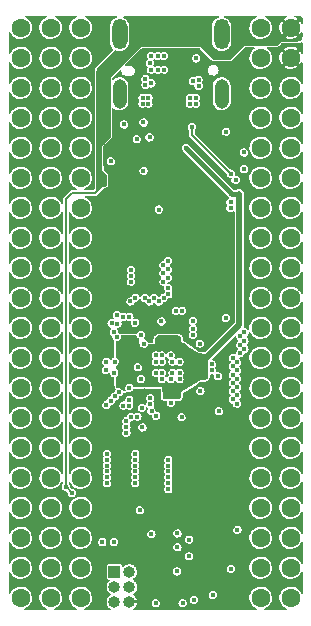
<source format=gbr>
%TF.GenerationSoftware,KiCad,Pcbnew,(5.99.0-10952-g410dbe17de)*%
%TF.CreationDate,2021-06-12T08:48:30+02:00*%
%TF.ProjectId,reDIP-64,72654449-502d-4363-942e-6b696361645f,0.2*%
%TF.SameCoordinates,PX594fc50PY8e9a590*%
%TF.FileFunction,Copper,L3,Inr*%
%TF.FilePolarity,Positive*%
%FSLAX46Y46*%
G04 Gerber Fmt 4.6, Leading zero omitted, Abs format (unit mm)*
G04 Created by KiCad (PCBNEW (5.99.0-10952-g410dbe17de)) date 2021-06-12 08:48:30*
%MOMM*%
%LPD*%
G01*
G04 APERTURE LIST*
%TA.AperFunction,ComponentPad*%
%ADD10R,1.000000X1.000000*%
%TD*%
%TA.AperFunction,ComponentPad*%
%ADD11O,1.000000X1.000000*%
%TD*%
%TA.AperFunction,ComponentPad*%
%ADD12O,1.300000X2.600000*%
%TD*%
%TA.AperFunction,ComponentPad*%
%ADD13O,1.200000X2.500000*%
%TD*%
%TA.AperFunction,ComponentPad*%
%ADD14C,1.600000*%
%TD*%
%TA.AperFunction,ViaPad*%
%ADD15C,0.400000*%
%TD*%
%TA.AperFunction,Conductor*%
%ADD16C,0.500000*%
%TD*%
%TA.AperFunction,Conductor*%
%ADD17C,0.400000*%
%TD*%
%TA.AperFunction,Conductor*%
%ADD18C,0.200000*%
%TD*%
G04 APERTURE END LIST*
D10*
%TO.N,/Config_Memory/TMS*%
%TO.C,J7*%
X9210000Y3470000D03*
D11*
%TO.N,/Config_Memory/TCK*%
X10480000Y3470000D03*
%TO.N,/Config_Memory/TDI*%
X9210000Y2200000D03*
%TO.N,GND*%
X10480000Y2200000D03*
%TO.N,/Config_Memory/TDO*%
X9210000Y930000D03*
%TO.N,+3V3*%
X10480000Y930000D03*
%TD*%
D12*
%TO.N,GND*%
%TO.C,J1*%
X18290000Y49000000D03*
D13*
X9650000Y43950000D03*
X18290000Y43950000D03*
D12*
X9650000Y49000000D03*
%TD*%
D14*
%TO.N,/FPGA_IO/\u00D81_IN*%
%TO.C,J2*%
X6350000Y49530000D03*
%TO.N,/FPGA_IO/RDY*%
X6350000Y46990000D03*
%TO.N,/FPGA_IO/~IRQ~*%
X6350000Y44450000D03*
%TO.N,/FPGA_IO/~NMI~*%
X6350000Y41910000D03*
%TO.N,/FPGA_IO/AEC*%
X6350000Y39370000D03*
%TO.N,VCC*%
X6350000Y36830000D03*
%TO.N,/FPGA_IO/A0*%
X6350000Y34290000D03*
%TO.N,/FPGA_IO/A1*%
X6350000Y31750000D03*
%TO.N,/FPGA_IO/A2*%
X6350000Y29210000D03*
%TO.N,/FPGA_IO/A3*%
X6350000Y26670000D03*
%TO.N,/FPGA_IO/A4*%
X6350000Y24130000D03*
%TO.N,/FPGA_IO/A5*%
X6350000Y21590000D03*
%TO.N,/FPGA_IO/A6*%
X6350000Y19050000D03*
%TO.N,/FPGA_IO/A7*%
X6350000Y16510000D03*
%TO.N,/FPGA_IO/A8*%
X6350000Y13970000D03*
%TO.N,/FPGA_IO/A9*%
X6350000Y11430000D03*
%TO.N,/FPGA_IO/A10*%
X6350000Y8890000D03*
%TO.N,/FPGA_IO/A11*%
X6350000Y6350000D03*
%TO.N,/FPGA_IO/A12*%
X6350000Y3810000D03*
%TO.N,/FPGA_IO/A13*%
X6350000Y1270000D03*
%TD*%
%TO.N,/FPGA_IO/~RES~*%
%TO.C,J6*%
X21590000Y49530000D03*
%TO.N,/FPGA_IO/\u00D82_OUT*%
X21590000Y46990000D03*
%TO.N,/FPGA_IO/R_W*%
X21590000Y44450000D03*
%TO.N,/FPGA_IO/D0*%
X21590000Y41910000D03*
%TO.N,/FPGA_IO/D1*%
X21590000Y39370000D03*
%TO.N,/FPGA_IO/D2*%
X21590000Y36830000D03*
%TO.N,/FPGA_IO/D3*%
X21590000Y34290000D03*
%TO.N,/FPGA_IO/D4*%
X21590000Y31750000D03*
%TO.N,/FPGA_IO/D5*%
X21590000Y29210000D03*
%TO.N,/FPGA_IO/D6*%
X21590000Y26670000D03*
%TO.N,/FPGA_IO/D7*%
X21590000Y24130000D03*
%TO.N,/FPGA_IO/P0*%
X21590000Y21590000D03*
%TO.N,/FPGA_IO/P1*%
X21590000Y19050000D03*
%TO.N,/FPGA_IO/P2*%
X21590000Y16510000D03*
%TO.N,/FPGA_IO/P3*%
X21590000Y13970000D03*
%TO.N,/FPGA_IO/P4*%
X21590000Y11430000D03*
%TO.N,/FPGA_IO/P5*%
X21590000Y8890000D03*
%TO.N,/FPGA_IO/A15*%
X21590000Y6350000D03*
%TO.N,/FPGA_IO/A14*%
X21590000Y3810000D03*
%TO.N,GND*%
X21590000Y1270000D03*
%TD*%
%TO.N,+5V*%
%TO.C,J4*%
X24130000Y49530000D03*
%TO.N,+3V3*%
X24130000Y46990000D03*
%TO.N,/Audio/EXT_IN_2*%
X24130000Y44450000D03*
%TO.N,/Audio/AUDIO_OUT_2*%
X24130000Y41910000D03*
%TO.N,/Audio/AUDIO_OUT*%
X24130000Y39370000D03*
%TO.N,/Audio/EXT_IN*%
X24130000Y36830000D03*
%TO.N,/FPGA_IO/POT_X*%
X24130000Y34290000D03*
%TO.N,/FPGA_IO/POT_Y*%
X24130000Y31750000D03*
%TO.N,/FPGA_IO/BA*%
X24130000Y29210000D03*
%TO.N,/FPGA_IO/COLOR*%
X24130000Y26670000D03*
%TO.N,/FPGA_IO/SYNC_LUM*%
X24130000Y24130000D03*
%TO.N,/FPGA_IO/DOT_CLOCK*%
X24130000Y21590000D03*
%TO.N,/FPGA_IO/~DMA~*%
X24130000Y19050000D03*
%TO.N,/FPGA_IO/~IO1~*%
X24130000Y16510000D03*
%TO.N,/FPGA_IO/~IO2~*%
X24130000Y13970000D03*
%TO.N,/FPGA_IO/~ROML~*%
X24130000Y11430000D03*
%TO.N,/FPGA_IO/~ROMH~*%
X24130000Y8890000D03*
%TO.N,/FPGA_IO/~GAME~*%
X24130000Y6350000D03*
%TO.N,/FPGA_IO/~EXROM~*%
X24130000Y3810000D03*
%TO.N,/FPGA_IO/~MENU~*%
X24130000Y1270000D03*
%TD*%
%TO.N,/FPGA_IO/CIA1_CNT*%
%TO.C,J3*%
X1270000Y49530000D03*
%TO.N,/FPGA_IO/CIA1_SP*%
X1270000Y46990000D03*
%TO.N,/FPGA_IO/CIA1_PA0*%
X1270000Y44450000D03*
%TO.N,/FPGA_IO/CIA1_PA1*%
X1270000Y41910000D03*
%TO.N,/FPGA_IO/CIA1_PA2*%
X1270000Y39370000D03*
%TO.N,/FPGA_IO/CIA1_PA3*%
X1270000Y36830000D03*
%TO.N,/FPGA_IO/CIA1_PA4*%
X1270000Y34290000D03*
%TO.N,/FPGA_IO/CIA1_PA5*%
X1270000Y31750000D03*
%TO.N,/FPGA_IO/CIA1_PA6*%
X1270000Y29210000D03*
%TO.N,/FPGA_IO/CIA1_PA7*%
X1270000Y26670000D03*
%TO.N,/FPGA_IO/CIA1_PB0*%
X1270000Y24130000D03*
%TO.N,/FPGA_IO/CIA1_PB1*%
X1270000Y21590000D03*
%TO.N,/FPGA_IO/CIA1_PB2*%
X1270000Y19050000D03*
%TO.N,/FPGA_IO/CIA1_PB3*%
X1270000Y16510000D03*
%TO.N,/FPGA_IO/CIA1_PB4*%
X1270000Y13970000D03*
%TO.N,/FPGA_IO/CIA1_PB5*%
X1270000Y11430000D03*
%TO.N,/FPGA_IO/CIA1_PB6*%
X1270000Y8890000D03*
%TO.N,/FPGA_IO/CIA1_PB7*%
X1270000Y6350000D03*
%TO.N,/FPGA_IO/CIA1_~PC~_TOD*%
X1270000Y3810000D03*
%TO.N,/FPGA_IO/CIA1_~FLAG~*%
X1270000Y1270000D03*
%TD*%
%TO.N,/FPGA_IO/CIA2_CNT*%
%TO.C,J5*%
X3810000Y49530000D03*
%TO.N,/FPGA_IO/CIA2_SP*%
X3810000Y46990000D03*
%TO.N,/FPGA_IO/CIA2_PA0*%
X3810000Y44450000D03*
%TO.N,/FPGA_IO/CIA2_PA1*%
X3810000Y41910000D03*
%TO.N,/FPGA_IO/CIA2_PA2*%
X3810000Y39370000D03*
%TO.N,/FPGA_IO/CIA2_PA3*%
X3810000Y36830000D03*
%TO.N,/FPGA_IO/CIA2_PA4*%
X3810000Y34290000D03*
%TO.N,/FPGA_IO/CIA2_PA5*%
X3810000Y31750000D03*
%TO.N,/FPGA_IO/CIA2_PA6*%
X3810000Y29210000D03*
%TO.N,/FPGA_IO/CIA2_PA7*%
X3810000Y26670000D03*
%TO.N,/FPGA_IO/CIA2_PB0*%
X3810000Y24130000D03*
%TO.N,/FPGA_IO/CIA2_PB1*%
X3810000Y21590000D03*
%TO.N,/FPGA_IO/CIA2_PB2*%
X3810000Y19050000D03*
%TO.N,/FPGA_IO/CIA2_PB3*%
X3810000Y16510000D03*
%TO.N,/FPGA_IO/CIA2_PB4*%
X3810000Y13970000D03*
%TO.N,/FPGA_IO/CIA2_PB5*%
X3810000Y11430000D03*
%TO.N,/FPGA_IO/CIA2_PB6*%
X3810000Y8890000D03*
%TO.N,/FPGA_IO/CIA2_PB7*%
X3810000Y6350000D03*
%TO.N,/FPGA_IO/CIA2_~PC~*%
X3810000Y3810000D03*
%TO.N,/FPGA_IO/CIA2_~FLAG~*%
X3810000Y1270000D03*
%TD*%
D15*
%TO.N,GND*%
X17540000Y1520000D03*
X14510000Y3510000D03*
X13970000Y17800000D03*
X14890000Y16560000D03*
X15540000Y4790000D03*
X18070000Y17070000D03*
X13970000Y21800000D03*
X13220000Y19800000D03*
X14720000Y19800000D03*
X13970000Y19800000D03*
X10970000Y24550000D03*
X9410000Y25230000D03*
X13190000Y24670000D03*
X11590000Y43120000D03*
X15870000Y24720000D03*
X18650000Y24980000D03*
X13220000Y21270000D03*
X14120000Y20330000D03*
X13220000Y20330000D03*
X9220000Y21250000D03*
X9390000Y23360000D03*
X12090000Y43120000D03*
X8970000Y24520000D03*
X15590000Y43120000D03*
X14720000Y20330000D03*
X12720000Y21800000D03*
X16140000Y46950000D03*
X11840000Y44710000D03*
X16090000Y43120000D03*
X14720000Y21270000D03*
X13220000Y21800000D03*
X12720000Y21270000D03*
X8520000Y21250000D03*
X12220000Y46570000D03*
X14120000Y21270000D03*
X16330000Y45130000D03*
X12720000Y20330000D03*
%TO.N,+3V3*%
X12080000Y40900000D03*
X12970000Y18550000D03*
X17170000Y36460000D03*
X15220000Y18300000D03*
X18660000Y38850000D03*
X19340000Y38850000D03*
X19000000Y38850000D03*
X8500000Y39540000D03*
X15410000Y41960000D03*
X9260000Y37040000D03*
X13610000Y7330000D03*
X18530000Y7230000D03*
X12210000Y7250000D03*
X16720000Y19300000D03*
X13610000Y35460000D03*
X18650000Y25880000D03*
X15220000Y23300000D03*
X16720000Y22300000D03*
X15390000Y45750000D03*
X12220000Y23300000D03*
X11720000Y18800000D03*
%TO.N,+1V2*%
X9970000Y19050000D03*
X15270000Y39360000D03*
X9550000Y21800000D03*
X11220000Y20300000D03*
X19780000Y35490000D03*
X13470000Y18300000D03*
X19100000Y35490000D03*
X14220000Y23300000D03*
X10970000Y23300000D03*
X19440000Y35490000D03*
X14220000Y18300000D03*
X16970000Y21550000D03*
X13220000Y23300000D03*
X11470000Y21550000D03*
X16970000Y20050000D03*
%TO.N,VBUS*%
X10030000Y41350000D03*
%TO.N,+5V*%
X8340000Y36320000D03*
X12970000Y34150000D03*
X5620000Y10150000D03*
X5080000Y10690000D03*
X11370000Y8690000D03*
X8340000Y36970000D03*
X8650000Y40400000D03*
X8340000Y36640000D03*
%TO.N,/Audio/I2C_SDA*%
X17470000Y21050000D03*
%TO.N,/Audio/I2C_SCL*%
X17470000Y20550000D03*
%TO.N,/USB_DisplayPort/RX1+*%
X16340000Y44630000D03*
%TO.N,/USB_DisplayPort/TX2-*%
X12340000Y44830000D03*
%TO.N,/USB_DisplayPort/SBU2*%
X13410000Y47150000D03*
%TO.N,/USB_DisplayPort/CC2*%
X12310000Y45990000D03*
%TO.N,/USB_DisplayPort/TX2+*%
X11840000Y45210000D03*
%TO.N,/USB_DisplayPort/RX1-*%
X15840000Y45010000D03*
%TO.N,/USB_DisplayPort/D-*%
X12860000Y47150000D03*
%TO.N,/USB_DisplayPort/D+*%
X12860000Y45990000D03*
%TO.N,/USB_DisplayPort/RX2-*%
X12090000Y43620000D03*
%TO.N,/USB_DisplayPort/RX2+*%
X11590000Y43620000D03*
%TO.N,/USB_DisplayPort/TX1+*%
X16090000Y43620000D03*
%TO.N,/USB_DisplayPort/TX1-*%
X15590000Y43620000D03*
%TO.N,/USB_DisplayPort/CC1*%
X12310000Y47150000D03*
%TO.N,/USB_DisplayPort/SBU1*%
X13410000Y45990000D03*
%TO.N,/Audio/EXT_IN_2*%
X20190000Y38980000D03*
%TO.N,/Audio/EXT_IN*%
X19040000Y34260000D03*
%TO.N,/Audio/AUDIO_OUT_2*%
X20190000Y37580000D03*
%TO.N,/Audio/AUDIO_OUT*%
X19040000Y34760000D03*
%TO.N,/FPGA_IO/I2_~FLAG~*%
X8570000Y11470000D03*
%TO.N,/FPGA_IO/I2_PB6*%
X8570000Y13470000D03*
%TO.N,/FPGA_IO/I2_~PC~*%
X8570000Y12470000D03*
%TO.N,/FPGA_IO/I2_PB7*%
X8570000Y12970000D03*
%TO.N,/FPGA_IO/I2_PB5*%
X10970000Y12470000D03*
%TO.N,/FPGA_IO/I2_PB4*%
X10970000Y11970000D03*
%TO.N,/FPGA_IO/I2_PB0*%
X13770000Y12470000D03*
%TO.N,/FPGA_IO/I2_PB3*%
X10970000Y11470000D03*
%TO.N,/FPGA_IO/I2_PB2*%
X10970000Y10970000D03*
%TO.N,/FPGA_IO/I2_PA7*%
X13720000Y29090000D03*
%TO.N,/FPGA_IO/I2_PA5*%
X13360000Y28040000D03*
%TO.N,/FPGA_IO/I2_PB1*%
X13770000Y12970000D03*
%TO.N,/FPGA_IO/I2_PA6*%
X13360000Y28740000D03*
%TO.N,/FPGA_IO/I2_PA1*%
X13770000Y26970000D03*
%TO.N,/FPGA_IO/I2_PA2*%
X12970000Y26370000D03*
%TO.N,/FPGA_IO/I2_PA3*%
X12570000Y26670000D03*
%TO.N,/FPGA_IO/I2_PA4*%
X13370000Y26670000D03*
%TO.N,/FPGA_IO/I2_CNT*%
X10620000Y28540000D03*
%TO.N,/FPGA_IO/I2_SP*%
X10620000Y29040000D03*
%TO.N,/FPGA_IO/I2_PA0*%
X13770000Y27470000D03*
%TO.N,/Audio/I2S_LRCLK*%
X19600000Y21220000D03*
%TO.N,/Audio/I2S_MCLK*%
X19240000Y21570000D03*
%TO.N,/Audio/I2S_SCLK*%
X19240000Y20870000D03*
%TO.N,/Audio/I2S_DIN*%
X19240000Y20170000D03*
%TO.N,/Audio/I2S_DOUT*%
X19600000Y20520000D03*
%TO.N,/FPGA_IO/I_\u00D81_IN*%
X10620000Y28040000D03*
%TO.N,/FPGA_IO/I_RDY*%
X12170000Y26370000D03*
%TO.N,/FPGA_IO/I_~IRQ~*%
X11770000Y26670000D03*
%TO.N,/FPGA_IO/I_~NMI~*%
X10970000Y26670000D03*
%TO.N,/FPGA_IO/I_AEC*%
X10570000Y26370000D03*
%TO.N,/FPGA_IO/I_A4*%
X13770000Y11970000D03*
%TO.N,/FPGA_IO/I_A2*%
X13720000Y28390000D03*
%TO.N,/FPGA_IO/I_~IO1~*%
X13770000Y10470000D03*
%TO.N,/FPGA_IO/I_~IO2~*%
X19240000Y19470000D03*
%TO.N,/FPGA_IO/I_~ROML~*%
X19600000Y19120000D03*
%TO.N,/FPGA_IO/I_~ROMH~*%
X19240000Y18770000D03*
%TO.N,/FPGA_IO/I_D3*%
X20220000Y23750000D03*
%TO.N,/FPGA_IO/I_D1*%
X20220000Y23050000D03*
%TO.N,/FPGA_IO/I_D2*%
X19860000Y23400000D03*
%TO.N,/FPGA_IO/I_D0*%
X19860000Y22700000D03*
%TO.N,/FPGA_IO/I_D7*%
X13360000Y29440000D03*
%TO.N,/FPGA_IO/I_D4*%
X20220000Y22350000D03*
%TO.N,/FPGA_IO/I_D5*%
X19860000Y22000000D03*
%TO.N,/FPGA_IO/I_A12*%
X8570000Y10970000D03*
%TO.N,/FPGA_IO/I_A10*%
X10970000Y12970000D03*
%TO.N,/FPGA_IO/I_A11*%
X8570000Y11970000D03*
%TO.N,/FPGA_IO/I_DOT_CLOCK*%
X13770000Y11470000D03*
%TO.N,/FPGA_IO/I_~DMA~*%
X13770000Y10970000D03*
%TO.N,/FPGA_IO/I_D6*%
X13720000Y29790000D03*
%TO.N,/FPGA_IO/I_A14*%
X19600000Y18420000D03*
%TO.N,/FPGA_IO/I_A15*%
X19240000Y18070000D03*
%TO.N,/FPGA_IO/I_A13*%
X10970000Y13470000D03*
%TO.N,/USB_DisplayPort/USB_~FLIP~*%
X11670000Y37440000D03*
X11670000Y41520000D03*
%TO.N,/USB_DisplayPort/CLK-*%
X10470000Y25050000D03*
X9180000Y6000000D03*
%TO.N,/USB_DisplayPort/CLK+*%
X8180000Y6000000D03*
X9970000Y25050000D03*
%TO.N,+2V5*%
X11470000Y19800000D03*
X11470000Y23550000D03*
X11720000Y22800000D03*
X16490000Y18780000D03*
X16470000Y22800000D03*
%TO.N,/Power/~FAULT~*%
X8900000Y38240000D03*
%TO.N,/Power/EN_SNK*%
X12180000Y40260000D03*
%TO.N,/Power/EN_SRC*%
X11100000Y40100000D03*
%TO.N,/FPGA_IO/~ALERT~*%
X17970000Y20050000D03*
%TO.N,VCCA*%
X11220000Y20800000D03*
%TO.N,/USB_DisplayPort/ML0-*%
X9200000Y20310000D03*
%TO.N,/USB_DisplayPort/ML0+*%
X8500000Y20570000D03*
%TO.N,/USB_DisplayPort/ML1-*%
X9470000Y24480000D03*
%TO.N,/USB_DisplayPort/ML1+*%
X9150000Y23800000D03*
%TO.N,/FPGA_IO/USB_D+*%
X14430000Y25580000D03*
%TO.N,/FPGA_IO/USB_D-*%
X14930000Y25580000D03*
%TO.N,/FPGA_IO/DP_AUX+*%
X15870000Y23550000D03*
%TO.N,/FPGA_IO/DP_AUX-*%
X15870000Y24050000D03*
%TO.N,/Config_Memory/TMS*%
X9250000Y18330000D03*
%TO.N,/Config_Memory/TCK*%
X9610000Y18690000D03*
%TO.N,/Config_Memory/TDI*%
X8890000Y17970000D03*
%TO.N,/Config_Memory/TDO*%
X8530000Y17610000D03*
%TO.N,/Config_Memory/RAM_~CS~*%
X12340000Y6670000D03*
X10220000Y15250000D03*
%TO.N,/Config_Memory/MEM_CLK*%
X14540000Y5560000D03*
%TO.N,Net-(C66-Pad2)*%
X19050000Y37190000D03*
X15790000Y41140000D03*
%TO.N,/Config_Memory/FLASH_~CS~*%
X12700000Y810000D03*
X10220000Y15750000D03*
%TO.N,/Config_Memory/~BOOT~*%
X10470000Y18050000D03*
%TO.N,/Config_Memory/~BTN~*%
X10470000Y17550000D03*
X19080000Y3740000D03*
%TO.N,/Config_Memory/MEM_IO0*%
X10220000Y16250000D03*
X15540000Y6210000D03*
%TO.N,/Config_Memory/MEM_IO1*%
X14980000Y810000D03*
X10600000Y16590000D03*
%TO.N,/Config_Memory/MEM_IO2*%
X15950000Y1110000D03*
X11150000Y16620000D03*
%TO.N,/Config_Memory/MEM_IO3*%
X11580000Y15700000D03*
X14540000Y6730000D03*
%TO.N,/Config_Memory/MEM_IO4*%
X12750000Y16680000D03*
%TO.N,/Config_Memory/RWDS*%
X11540000Y17370000D03*
%TO.N,/Config_Memory/MEM_IO5*%
X12350000Y17080000D03*
%TO.N,/Config_Memory/MEM_IO6*%
X12240000Y17660000D03*
%TO.N,/Config_Memory/MEM_IO7*%
X12240000Y18170000D03*
%TO.N,Net-(C67-Pad2)*%
X18660000Y40740000D03*
X19470000Y36660000D03*
%TO.N,/Config_Memory/LED*%
X19630000Y7040000D03*
X19600000Y19820000D03*
%TO.N,Net-(R20-Pad1)*%
X9970000Y17550000D03*
%TO.N,/FPGA_IO/I_~MENU~*%
X19600000Y17720000D03*
%TO.N,Net-(R22-Pad1)*%
X10470000Y19050000D03*
%TD*%
D16*
%TO.N,+1V2*%
X16970000Y21550000D02*
X19780000Y24360000D01*
D17*
X19140000Y35490000D02*
X19780000Y35490000D01*
X15270000Y39360000D02*
X19140000Y35490000D01*
D16*
X19780000Y24360000D02*
X19780000Y35490000D01*
D18*
%TO.N,+5V*%
X5620000Y10160000D02*
X5080000Y10700000D01*
D17*
X22860000Y48260000D02*
X20120000Y48260000D01*
D18*
X7580000Y35560000D02*
X5630000Y35560000D01*
D17*
X24130000Y49530000D02*
X22860000Y48260000D01*
X8650000Y45450000D02*
X8650000Y40400000D01*
X7880000Y37430000D02*
X8340000Y36970000D01*
X11350000Y48150000D02*
X16570000Y48150000D01*
X17680000Y47040000D02*
X16570000Y48150000D01*
X8340000Y36970000D02*
X8340000Y36320000D01*
D18*
X5630000Y35560000D02*
X5080000Y35010000D01*
D17*
X11350000Y48150000D02*
X8650000Y45450000D01*
X7880000Y39630000D02*
X7880000Y37430000D01*
X8650000Y40400000D02*
X7880000Y39630000D01*
X18900000Y47040000D02*
X17680000Y47040000D01*
D18*
X5080000Y35010000D02*
X5080000Y10690000D01*
D17*
X20120000Y48260000D02*
X18900000Y47040000D01*
D18*
X8340000Y36320000D02*
X7580000Y35560000D01*
%TO.N,Net-(C66-Pad2)*%
X15790000Y41140000D02*
X15790000Y40450000D01*
X15790000Y40450000D02*
X19050000Y37190000D01*
%TD*%
%TA.AperFunction,Conductor*%
%TO.N,+3V3*%
G36*
X3461402Y50532687D02*
G01*
X3486712Y50488850D01*
X3477922Y50439000D01*
X3439388Y50406551D01*
X3391136Y50388798D01*
X3227006Y50287033D01*
X3086691Y50154343D01*
X2975923Y49996150D01*
X2974433Y49992706D01*
X2906317Y49835300D01*
X2899226Y49818914D01*
X2859734Y49629877D01*
X2859060Y49436760D01*
X2897232Y49247451D01*
X2898696Y49244001D01*
X2898697Y49243999D01*
X2939673Y49147466D01*
X2972689Y49069684D01*
X3082350Y48910721D01*
X3221735Y48777056D01*
X3224902Y48775062D01*
X3224904Y48775060D01*
X3318412Y48716175D01*
X3385151Y48674147D01*
X3388659Y48672828D01*
X3388662Y48672827D01*
X3533964Y48618212D01*
X3565922Y48606200D01*
X3756663Y48575990D01*
X3760409Y48576160D01*
X3760410Y48576160D01*
X3945839Y48584580D01*
X3949582Y48584750D01*
X3953212Y48585669D01*
X3953215Y48585669D01*
X4133166Y48631204D01*
X4133170Y48631205D01*
X4136800Y48632124D01*
X4310669Y48716175D01*
X4464085Y48833470D01*
X4590782Y48979219D01*
X4685585Y49147466D01*
X4705415Y49209228D01*
X4743476Y49327777D01*
X4744620Y49331340D01*
X4765477Y49523329D01*
X4765500Y49530000D01*
X4747111Y49711040D01*
X4746363Y49718399D01*
X4745984Y49722130D01*
X4739292Y49743483D01*
X4689355Y49902835D01*
X4689354Y49902838D01*
X4688234Y49906411D01*
X4594608Y50075317D01*
X4468931Y50221946D01*
X4465971Y50224242D01*
X4465969Y50224244D01*
X4319304Y50338010D01*
X4319299Y50338013D01*
X4316338Y50340310D01*
X4175516Y50409603D01*
X4140480Y50446138D01*
X4137125Y50496645D01*
X4167021Y50537493D01*
X4208187Y50550000D01*
X5953836Y50550000D01*
X6001402Y50532687D01*
X6026712Y50488850D01*
X6017922Y50439000D01*
X5979388Y50406551D01*
X5931136Y50388798D01*
X5767006Y50287033D01*
X5626691Y50154343D01*
X5515923Y49996150D01*
X5514433Y49992706D01*
X5446317Y49835300D01*
X5439226Y49818914D01*
X5399734Y49629877D01*
X5399060Y49436760D01*
X5437232Y49247451D01*
X5438696Y49244001D01*
X5438697Y49243999D01*
X5479673Y49147466D01*
X5512689Y49069684D01*
X5622350Y48910721D01*
X5761735Y48777056D01*
X5764902Y48775062D01*
X5764904Y48775060D01*
X5858412Y48716175D01*
X5925151Y48674147D01*
X5928659Y48672828D01*
X5928662Y48672827D01*
X6073964Y48618212D01*
X6105922Y48606200D01*
X6296663Y48575990D01*
X6300409Y48576160D01*
X6300410Y48576160D01*
X6485839Y48584580D01*
X6489582Y48584750D01*
X6493212Y48585669D01*
X6493215Y48585669D01*
X6673166Y48631204D01*
X6673170Y48631205D01*
X6676800Y48632124D01*
X6850669Y48716175D01*
X7004085Y48833470D01*
X7130782Y48979219D01*
X7225585Y49147466D01*
X7245415Y49209228D01*
X7283476Y49327777D01*
X7284620Y49331340D01*
X7305477Y49523329D01*
X7305500Y49530000D01*
X7287111Y49711040D01*
X7286363Y49718399D01*
X7285984Y49722130D01*
X7279292Y49743483D01*
X7229355Y49902835D01*
X7229354Y49902838D01*
X7228234Y49906411D01*
X7134608Y50075317D01*
X7008931Y50221946D01*
X7005971Y50224242D01*
X7005969Y50224244D01*
X6859304Y50338010D01*
X6859299Y50338013D01*
X6856338Y50340310D01*
X6715516Y50409603D01*
X6680480Y50446138D01*
X6677125Y50496645D01*
X6707021Y50537493D01*
X6748187Y50550000D01*
X9362821Y50550000D01*
X9410387Y50532687D01*
X9435697Y50488850D01*
X9426907Y50439000D01*
X9386669Y50405948D01*
X9310947Y50380170D01*
X9310945Y50380169D01*
X9307035Y50378838D01*
X9154085Y50284743D01*
X9025782Y50159100D01*
X8928504Y50008154D01*
X8907040Y49949181D01*
X8868501Y49843299D01*
X8868500Y49843294D01*
X8867085Y49839407D01*
X8866566Y49835302D01*
X8866566Y49835300D01*
X8851112Y49712959D01*
X8849500Y49700202D01*
X8849500Y48305424D01*
X8864517Y48171543D01*
X8865877Y48167639D01*
X8865877Y48167637D01*
X8917598Y48019116D01*
X8923574Y48001955D01*
X8925763Y47998451D01*
X8925764Y47998450D01*
X8997333Y47883916D01*
X9018735Y47849665D01*
X9091978Y47775909D01*
X9113209Y47729961D01*
X9099938Y47681112D01*
X9091924Y47671571D01*
X7722654Y46295523D01*
X7722288Y46295130D01*
X7722280Y46295122D01*
X7720153Y46292839D01*
X7715977Y46288359D01*
X7709632Y46281090D01*
X7703447Y46273520D01*
X7703068Y46273024D01*
X7703053Y46273005D01*
X7634022Y46182659D01*
X7634013Y46182647D01*
X7633283Y46181691D01*
X7622445Y46165406D01*
X7612843Y46148711D01*
X7604218Y46131156D01*
X7561984Y46028834D01*
X7555717Y46010311D01*
X7555406Y46009145D01*
X7551218Y45993465D01*
X7550748Y45991707D01*
X7550519Y45990553D01*
X7550518Y45990548D01*
X7548499Y45980364D01*
X7546943Y45972519D01*
X7531904Y45857928D01*
X7530948Y45848187D01*
X7530319Y45838558D01*
X7530299Y45837960D01*
X7530299Y45837950D01*
X7530022Y45829453D01*
X7530000Y45828780D01*
X7530000Y39696699D01*
X7529724Y39690313D01*
X7529500Y39687727D01*
X7529500Y39686129D01*
X7529487Y39685828D01*
X7529018Y39680286D01*
X7527304Y39674556D01*
X7527544Y39668446D01*
X7529443Y39620102D01*
X7529500Y39617197D01*
X7529500Y37476009D01*
X7527844Y37460444D01*
X7524895Y37446746D01*
X7525614Y37440671D01*
X7525614Y37440670D01*
X7528987Y37412173D01*
X7529500Y37403475D01*
X7529500Y37399961D01*
X7529833Y37397959D01*
X7530000Y37393910D01*
X7530000Y35906247D01*
X7530099Y35904903D01*
X7530100Y35904879D01*
X7530390Y35900948D01*
X7516624Y35852237D01*
X7508917Y35843178D01*
X7497913Y35832174D01*
X7452037Y35810782D01*
X7445587Y35810500D01*
X6748311Y35810500D01*
X6700745Y35827813D01*
X6675435Y35871650D01*
X6684225Y35921500D01*
X6716104Y35951124D01*
X6847295Y36014544D01*
X6850669Y36016175D01*
X7004085Y36133470D01*
X7017357Y36148737D01*
X7128322Y36276389D01*
X7130782Y36279219D01*
X7202060Y36405716D01*
X7223745Y36444200D01*
X7223746Y36444203D01*
X7225585Y36447466D01*
X7239572Y36491029D01*
X7283476Y36627777D01*
X7284620Y36631340D01*
X7305477Y36823329D01*
X7305500Y36830000D01*
X7301499Y36869395D01*
X7286363Y37018399D01*
X7285984Y37022130D01*
X7263496Y37093890D01*
X7229355Y37202835D01*
X7229354Y37202838D01*
X7228234Y37206411D01*
X7134608Y37375317D01*
X7113486Y37399961D01*
X7048304Y37476009D01*
X7008931Y37521946D01*
X7005971Y37524242D01*
X7005969Y37524244D01*
X6859304Y37638010D01*
X6859299Y37638013D01*
X6856338Y37640310D01*
X6812175Y37662041D01*
X6686429Y37723916D01*
X6686427Y37723917D01*
X6683061Y37725573D01*
X6496178Y37774252D01*
X6489607Y37774596D01*
X6307069Y37784163D01*
X6307066Y37784163D01*
X6303324Y37784359D01*
X6299615Y37783798D01*
X6299614Y37783798D01*
X6116084Y37756042D01*
X6116081Y37756041D01*
X6112377Y37755481D01*
X5931136Y37688798D01*
X5767006Y37587033D01*
X5626691Y37454343D01*
X5624540Y37451271D01*
X5533220Y37320852D01*
X5515923Y37296150D01*
X5508698Y37279453D01*
X5443413Y37128589D01*
X5439226Y37118914D01*
X5438461Y37115252D01*
X5438460Y37115249D01*
X5405427Y36957130D01*
X5399734Y36929877D01*
X5399060Y36736760D01*
X5437232Y36547451D01*
X5438696Y36544001D01*
X5438697Y36543999D01*
X5481543Y36443061D01*
X5512689Y36369684D01*
X5622350Y36210721D01*
X5761735Y36077056D01*
X5764902Y36075062D01*
X5764904Y36075060D01*
X5921086Y35976707D01*
X5925151Y35974147D01*
X5928659Y35972828D01*
X5928662Y35972827D01*
X5979369Y35953768D01*
X6017803Y35920827D01*
X6026070Y35870888D01*
X6000303Y35827318D01*
X5953333Y35810500D01*
X5662424Y35810500D01*
X5647987Y35811922D01*
X5637149Y35814078D01*
X5630000Y35815500D01*
X5622851Y35814078D01*
X5604863Y35810500D01*
X5539371Y35797473D01*
X5539369Y35797472D01*
X5532224Y35796051D01*
X5449334Y35740666D01*
X5445285Y35734606D01*
X5439143Y35725414D01*
X5429940Y35714200D01*
X4925797Y35210058D01*
X4914584Y35200856D01*
X4899334Y35190666D01*
X4843949Y35107776D01*
X4843949Y35107775D01*
X4841523Y35095577D01*
X4841522Y35095576D01*
X4838894Y35082364D01*
X4824500Y35010000D01*
X4825922Y35002851D01*
X4828078Y34992013D01*
X4829500Y34977576D01*
X4829500Y34696351D01*
X4812187Y34648785D01*
X4768350Y34623475D01*
X4718500Y34632265D01*
X4688261Y34666325D01*
X4688234Y34666411D01*
X4594608Y34835317D01*
X4576773Y34856126D01*
X4519323Y34923153D01*
X4468931Y34981946D01*
X4465971Y34984242D01*
X4465969Y34984244D01*
X4319304Y35098010D01*
X4319299Y35098013D01*
X4316338Y35100310D01*
X4312971Y35101967D01*
X4146429Y35183916D01*
X4146427Y35183917D01*
X4143061Y35185573D01*
X3956178Y35234252D01*
X3949607Y35234596D01*
X3767069Y35244163D01*
X3767066Y35244163D01*
X3763324Y35244359D01*
X3759615Y35243798D01*
X3759614Y35243798D01*
X3576084Y35216042D01*
X3576081Y35216041D01*
X3572377Y35215481D01*
X3391136Y35148798D01*
X3227006Y35047033D01*
X3086691Y34914343D01*
X2975923Y34756150D01*
X2974433Y34752706D01*
X2903498Y34588785D01*
X2899226Y34578914D01*
X2898461Y34575252D01*
X2898460Y34575249D01*
X2860500Y34393544D01*
X2859734Y34389877D01*
X2859060Y34196760D01*
X2897232Y34007451D01*
X2898696Y34004001D01*
X2898697Y34003999D01*
X2965146Y33847455D01*
X2972689Y33829684D01*
X3082350Y33670721D01*
X3221735Y33537056D01*
X3224902Y33535062D01*
X3224904Y33535060D01*
X3318412Y33476175D01*
X3385151Y33434147D01*
X3388659Y33432828D01*
X3388662Y33432827D01*
X3533964Y33378212D01*
X3565922Y33366200D01*
X3756663Y33335990D01*
X3760409Y33336160D01*
X3760410Y33336160D01*
X3945839Y33344580D01*
X3949582Y33344750D01*
X3953212Y33345669D01*
X3953215Y33345669D01*
X4133166Y33391204D01*
X4133170Y33391205D01*
X4136800Y33392124D01*
X4310669Y33476175D01*
X4464085Y33593470D01*
X4590782Y33739219D01*
X4653115Y33849841D01*
X4683745Y33904200D01*
X4683746Y33904203D01*
X4685585Y33907466D01*
X4686731Y33911035D01*
X4687689Y33913228D01*
X4722597Y33949885D01*
X4772901Y33955527D01*
X4815062Y33927515D01*
X4829500Y33883602D01*
X4829500Y32156351D01*
X4812187Y32108785D01*
X4768350Y32083475D01*
X4718500Y32092265D01*
X4688261Y32126325D01*
X4688234Y32126411D01*
X4594608Y32295317D01*
X4468931Y32441946D01*
X4465971Y32444242D01*
X4465969Y32444244D01*
X4319304Y32558010D01*
X4319299Y32558013D01*
X4316338Y32560310D01*
X4312971Y32561967D01*
X4146429Y32643916D01*
X4146427Y32643917D01*
X4143061Y32645573D01*
X3956178Y32694252D01*
X3949607Y32694596D01*
X3767069Y32704163D01*
X3767066Y32704163D01*
X3763324Y32704359D01*
X3759615Y32703798D01*
X3759614Y32703798D01*
X3576084Y32676042D01*
X3576081Y32676041D01*
X3572377Y32675481D01*
X3391136Y32608798D01*
X3227006Y32507033D01*
X3086691Y32374343D01*
X2975923Y32216150D01*
X2974433Y32212706D01*
X2915999Y32077673D01*
X2899226Y32038914D01*
X2859734Y31849877D01*
X2859060Y31656760D01*
X2897232Y31467451D01*
X2898696Y31464001D01*
X2898697Y31463999D01*
X2939673Y31367466D01*
X2972689Y31289684D01*
X3082350Y31130721D01*
X3221735Y30997056D01*
X3224902Y30995062D01*
X3224904Y30995060D01*
X3318412Y30936175D01*
X3385151Y30894147D01*
X3388659Y30892828D01*
X3388662Y30892827D01*
X3533964Y30838212D01*
X3565922Y30826200D01*
X3756663Y30795990D01*
X3760409Y30796160D01*
X3760410Y30796160D01*
X3945839Y30804580D01*
X3949582Y30804750D01*
X3953212Y30805669D01*
X3953215Y30805669D01*
X4133166Y30851204D01*
X4133170Y30851205D01*
X4136800Y30852124D01*
X4310669Y30936175D01*
X4464085Y31053470D01*
X4590782Y31199219D01*
X4672138Y31343602D01*
X4683745Y31364200D01*
X4683746Y31364203D01*
X4685585Y31367466D01*
X4686731Y31371035D01*
X4687689Y31373228D01*
X4722597Y31409885D01*
X4772901Y31415527D01*
X4815062Y31387515D01*
X4829500Y31343602D01*
X4829500Y29616351D01*
X4812187Y29568785D01*
X4768350Y29543475D01*
X4718500Y29552265D01*
X4688261Y29586325D01*
X4688234Y29586411D01*
X4594608Y29755317D01*
X4572359Y29781276D01*
X4514002Y29849361D01*
X4468931Y29901946D01*
X4465971Y29904242D01*
X4465969Y29904244D01*
X4319304Y30018010D01*
X4319299Y30018013D01*
X4316338Y30020310D01*
X4312971Y30021967D01*
X4146429Y30103916D01*
X4146427Y30103917D01*
X4143061Y30105573D01*
X3956178Y30154252D01*
X3949607Y30154596D01*
X3767069Y30164163D01*
X3767066Y30164163D01*
X3763324Y30164359D01*
X3759615Y30163798D01*
X3759614Y30163798D01*
X3576084Y30136042D01*
X3576081Y30136041D01*
X3572377Y30135481D01*
X3391136Y30068798D01*
X3227006Y29967033D01*
X3086691Y29834343D01*
X2975923Y29676150D01*
X2949541Y29615185D01*
X2915999Y29537673D01*
X2899226Y29498914D01*
X2898461Y29495252D01*
X2898460Y29495249D01*
X2874089Y29378589D01*
X2859734Y29309877D01*
X2859721Y29306134D01*
X2859369Y29205153D01*
X2859060Y29116760D01*
X2897232Y28927451D01*
X2898696Y28924001D01*
X2898697Y28923999D01*
X2969207Y28757888D01*
X2972689Y28749684D01*
X3082350Y28590721D01*
X3144339Y28531276D01*
X3199281Y28478589D01*
X3221735Y28457056D01*
X3224902Y28455062D01*
X3224904Y28455060D01*
X3332654Y28387206D01*
X3385151Y28354147D01*
X3388659Y28352828D01*
X3388662Y28352827D01*
X3513811Y28305787D01*
X3565922Y28286200D01*
X3756663Y28255990D01*
X3760409Y28256160D01*
X3760410Y28256160D01*
X3945839Y28264580D01*
X3949582Y28264750D01*
X3953212Y28265669D01*
X3953215Y28265669D01*
X4133166Y28311204D01*
X4133170Y28311205D01*
X4136800Y28312124D01*
X4310669Y28396175D01*
X4464085Y28513470D01*
X4479564Y28531276D01*
X4588322Y28656389D01*
X4590782Y28659219D01*
X4643702Y28753137D01*
X4683745Y28824200D01*
X4683746Y28824203D01*
X4685585Y28827466D01*
X4686731Y28831035D01*
X4687689Y28833228D01*
X4722597Y28869885D01*
X4772901Y28875527D01*
X4815062Y28847515D01*
X4829500Y28803602D01*
X4829500Y27076351D01*
X4812187Y27028785D01*
X4768350Y27003475D01*
X4718500Y27012265D01*
X4688261Y27046325D01*
X4688234Y27046411D01*
X4594608Y27215317D01*
X4558880Y27257002D01*
X4471370Y27359100D01*
X4468931Y27361946D01*
X4465971Y27364242D01*
X4465969Y27364244D01*
X4319304Y27478010D01*
X4319299Y27478013D01*
X4316338Y27480310D01*
X4225504Y27525006D01*
X4146429Y27563916D01*
X4146427Y27563917D01*
X4143061Y27565573D01*
X3956178Y27614252D01*
X3949607Y27614596D01*
X3767069Y27624163D01*
X3767066Y27624163D01*
X3763324Y27624359D01*
X3759615Y27623798D01*
X3759614Y27623798D01*
X3576084Y27596042D01*
X3576081Y27596041D01*
X3572377Y27595481D01*
X3391136Y27528798D01*
X3227006Y27427033D01*
X3086691Y27294343D01*
X2975923Y27136150D01*
X2974433Y27132706D01*
X2900984Y26962976D01*
X2899226Y26958914D01*
X2898461Y26955252D01*
X2898460Y26955249D01*
X2874647Y26841263D01*
X2859734Y26769877D01*
X2859060Y26576760D01*
X2897232Y26387451D01*
X2898696Y26384001D01*
X2898697Y26383999D01*
X2956421Y26248010D01*
X2972689Y26209684D01*
X3082350Y26050721D01*
X3152042Y25983889D01*
X3216728Y25921858D01*
X3221735Y25917056D01*
X3224902Y25915062D01*
X3224904Y25915060D01*
X3381978Y25816145D01*
X3385151Y25814147D01*
X3388659Y25812828D01*
X3388662Y25812827D01*
X3533964Y25758212D01*
X3565922Y25746200D01*
X3756663Y25715990D01*
X3760409Y25716160D01*
X3760410Y25716160D01*
X3945839Y25724580D01*
X3949582Y25724750D01*
X3953212Y25725669D01*
X3953215Y25725669D01*
X4133166Y25771204D01*
X4133170Y25771205D01*
X4136800Y25772124D01*
X4310669Y25856175D01*
X4464085Y25973470D01*
X4501124Y26016078D01*
X4588322Y26116389D01*
X4590782Y26119219D01*
X4661530Y26244775D01*
X4683745Y26284200D01*
X4683746Y26284203D01*
X4685585Y26287466D01*
X4686731Y26291035D01*
X4687689Y26293228D01*
X4722597Y26329885D01*
X4772901Y26335527D01*
X4815062Y26307515D01*
X4829500Y26263602D01*
X4829500Y24536351D01*
X4812187Y24488785D01*
X4768350Y24463475D01*
X4718500Y24472265D01*
X4688261Y24506325D01*
X4688234Y24506411D01*
X4594608Y24675317D01*
X4590731Y24679841D01*
X4524665Y24756920D01*
X4468931Y24821946D01*
X4465971Y24824242D01*
X4465969Y24824244D01*
X4319304Y24938010D01*
X4319299Y24938013D01*
X4316338Y24940310D01*
X4312971Y24941967D01*
X4146429Y25023916D01*
X4146427Y25023917D01*
X4143061Y25025573D01*
X3956178Y25074252D01*
X3949607Y25074596D01*
X3767069Y25084163D01*
X3767066Y25084163D01*
X3763324Y25084359D01*
X3759615Y25083798D01*
X3759614Y25083798D01*
X3576084Y25056042D01*
X3576081Y25056041D01*
X3572377Y25055481D01*
X3391136Y24988798D01*
X3227006Y24887033D01*
X3086691Y24754343D01*
X3081869Y24747456D01*
X2980528Y24602726D01*
X2975923Y24596150D01*
X2957532Y24553651D01*
X2901192Y24423456D01*
X2899226Y24418914D01*
X2898461Y24415252D01*
X2898460Y24415249D01*
X2865552Y24257726D01*
X2859734Y24229877D01*
X2859715Y24224428D01*
X2859320Y24111121D01*
X2859060Y24036760D01*
X2879459Y23935593D01*
X2895709Y23855006D01*
X2897232Y23847451D01*
X2898696Y23844001D01*
X2898697Y23843999D01*
X2948756Y23726068D01*
X2972689Y23669684D01*
X3082350Y23510721D01*
X3085053Y23508129D01*
X3176107Y23420812D01*
X3221735Y23377056D01*
X3224902Y23375062D01*
X3224904Y23375060D01*
X3321002Y23314544D01*
X3385151Y23274147D01*
X3388659Y23272828D01*
X3388662Y23272827D01*
X3513255Y23225996D01*
X3565922Y23206200D01*
X3756663Y23175990D01*
X3760409Y23176160D01*
X3760410Y23176160D01*
X3945839Y23184580D01*
X3949582Y23184750D01*
X3953212Y23185669D01*
X3953215Y23185669D01*
X4133166Y23231204D01*
X4133170Y23231205D01*
X4136800Y23232124D01*
X4158612Y23242668D01*
X4251252Y23287452D01*
X4310669Y23316175D01*
X4464085Y23433470D01*
X4561659Y23545716D01*
X4588322Y23576389D01*
X4590782Y23579219D01*
X4653323Y23690210D01*
X4683745Y23744200D01*
X4683746Y23744203D01*
X4685585Y23747466D01*
X4686731Y23751035D01*
X4687689Y23753228D01*
X4722597Y23789885D01*
X4772901Y23795527D01*
X4815062Y23767515D01*
X4829500Y23723602D01*
X4829500Y21996351D01*
X4812187Y21948785D01*
X4768350Y21923475D01*
X4718500Y21932265D01*
X4688261Y21966325D01*
X4688234Y21966411D01*
X4594608Y22135317D01*
X4563799Y22171263D01*
X4513815Y22229579D01*
X4468931Y22281946D01*
X4465971Y22284242D01*
X4465969Y22284244D01*
X4319304Y22398010D01*
X4319299Y22398013D01*
X4316338Y22400310D01*
X4312971Y22401967D01*
X4146429Y22483916D01*
X4146427Y22483917D01*
X4143061Y22485573D01*
X3956178Y22534252D01*
X3949607Y22534596D01*
X3767069Y22544163D01*
X3767066Y22544163D01*
X3763324Y22544359D01*
X3759615Y22543798D01*
X3759614Y22543798D01*
X3576084Y22516042D01*
X3576081Y22516041D01*
X3572377Y22515481D01*
X3391136Y22448798D01*
X3227006Y22347033D01*
X3198717Y22320281D01*
X3102803Y22229579D01*
X3086691Y22214343D01*
X3084540Y22211271D01*
X3004153Y22096466D01*
X2975923Y22056150D01*
X2950814Y21998127D01*
X2908416Y21900150D01*
X2899226Y21878914D01*
X2898461Y21875252D01*
X2898460Y21875249D01*
X2861816Y21699841D01*
X2859734Y21689877D01*
X2859618Y21656707D01*
X2859122Y21514388D01*
X2859060Y21496760D01*
X2879566Y21395063D01*
X2895329Y21316891D01*
X2897232Y21307451D01*
X2898696Y21304001D01*
X2898697Y21303999D01*
X2955350Y21170533D01*
X2972689Y21129684D01*
X3082350Y20970721D01*
X3128989Y20925996D01*
X3196528Y20861229D01*
X3221735Y20837056D01*
X3224902Y20835062D01*
X3224904Y20835060D01*
X3373851Y20741263D01*
X3385151Y20734147D01*
X3388659Y20732828D01*
X3388662Y20732827D01*
X3501185Y20690533D01*
X3565922Y20666200D01*
X3756663Y20635990D01*
X3760409Y20636160D01*
X3760410Y20636160D01*
X3945839Y20644580D01*
X3949582Y20644750D01*
X3953212Y20645669D01*
X3953215Y20645669D01*
X4133166Y20691204D01*
X4133170Y20691205D01*
X4136800Y20692124D01*
X4310669Y20776175D01*
X4464085Y20893470D01*
X4467421Y20897307D01*
X4588322Y21036389D01*
X4590782Y21039219D01*
X4672138Y21183602D01*
X4683745Y21204200D01*
X4683746Y21204203D01*
X4685585Y21207466D01*
X4686731Y21211035D01*
X4687689Y21213228D01*
X4722597Y21249885D01*
X4772901Y21255527D01*
X4815062Y21227515D01*
X4829500Y21183602D01*
X4829500Y19456351D01*
X4812187Y19408785D01*
X4768350Y19383475D01*
X4718500Y19392265D01*
X4688261Y19426325D01*
X4688234Y19426411D01*
X4594608Y19595317D01*
X4591320Y19599154D01*
X4520031Y19682327D01*
X4468931Y19741946D01*
X4465971Y19744242D01*
X4465969Y19744244D01*
X4319304Y19858010D01*
X4319299Y19858013D01*
X4316338Y19860310D01*
X4257112Y19889453D01*
X4146429Y19943916D01*
X4146427Y19943917D01*
X4143061Y19945573D01*
X3956178Y19994252D01*
X3949607Y19994596D01*
X3767069Y20004163D01*
X3767066Y20004163D01*
X3763324Y20004359D01*
X3759615Y20003798D01*
X3759614Y20003798D01*
X3576084Y19976042D01*
X3576081Y19976041D01*
X3572377Y19975481D01*
X3391136Y19908798D01*
X3227006Y19807033D01*
X3086691Y19674343D01*
X3084540Y19671271D01*
X3012071Y19567774D01*
X2975923Y19516150D01*
X2955969Y19470039D01*
X2915999Y19377673D01*
X2899226Y19338914D01*
X2898461Y19335252D01*
X2898460Y19335249D01*
X2872472Y19210852D01*
X2859734Y19149877D01*
X2859706Y19141858D01*
X2859188Y18993292D01*
X2859060Y18956760D01*
X2884394Y18831121D01*
X2895847Y18774322D01*
X2897232Y18767451D01*
X2898696Y18764001D01*
X2898697Y18763999D01*
X2964298Y18609453D01*
X2972689Y18589684D01*
X3082350Y18430721D01*
X3221735Y18297056D01*
X3224902Y18295062D01*
X3224904Y18295060D01*
X3381978Y18196145D01*
X3385151Y18194147D01*
X3388659Y18192828D01*
X3388662Y18192827D01*
X3513074Y18146064D01*
X3565922Y18126200D01*
X3756663Y18095990D01*
X3760409Y18096160D01*
X3760410Y18096160D01*
X3945839Y18104580D01*
X3949582Y18104750D01*
X3953212Y18105669D01*
X3953215Y18105669D01*
X4133166Y18151204D01*
X4133170Y18151205D01*
X4136800Y18152124D01*
X4310669Y18236175D01*
X4464085Y18353470D01*
X4481014Y18372944D01*
X4588322Y18496389D01*
X4590782Y18499219D01*
X4644628Y18594780D01*
X4683745Y18664200D01*
X4683746Y18664203D01*
X4685585Y18667466D01*
X4686731Y18671035D01*
X4687689Y18673228D01*
X4722597Y18709885D01*
X4772901Y18715527D01*
X4815062Y18687515D01*
X4829500Y18643602D01*
X4829500Y16916351D01*
X4812187Y16868785D01*
X4768350Y16843475D01*
X4718500Y16852265D01*
X4688261Y16886325D01*
X4688234Y16886411D01*
X4594608Y17055317D01*
X4589501Y17061276D01*
X4483324Y17185153D01*
X4468931Y17201946D01*
X4465971Y17204242D01*
X4465969Y17204244D01*
X4319304Y17318010D01*
X4319299Y17318013D01*
X4316338Y17320310D01*
X4312971Y17321967D01*
X4146429Y17403916D01*
X4146427Y17403917D01*
X4143061Y17405573D01*
X3956178Y17454252D01*
X3949607Y17454596D01*
X3767069Y17464163D01*
X3767066Y17464163D01*
X3763324Y17464359D01*
X3759615Y17463798D01*
X3759614Y17463798D01*
X3576084Y17436042D01*
X3576081Y17436041D01*
X3572377Y17435481D01*
X3391136Y17368798D01*
X3227006Y17267033D01*
X3215410Y17256067D01*
X3096528Y17143645D01*
X3086691Y17134343D01*
X3084540Y17131271D01*
X2978342Y16979604D01*
X2975923Y16976150D01*
X2958055Y16934859D01*
X2902921Y16807452D01*
X2899226Y16798914D01*
X2898461Y16795252D01*
X2898460Y16795249D01*
X2860682Y16614416D01*
X2859734Y16609877D01*
X2859060Y16416760D01*
X2879566Y16315063D01*
X2895386Y16236608D01*
X2897232Y16227451D01*
X2898696Y16224001D01*
X2898697Y16223999D01*
X2970910Y16053876D01*
X2972689Y16049684D01*
X3082350Y15890721D01*
X3221735Y15757056D01*
X3224902Y15755062D01*
X3224904Y15755060D01*
X3326191Y15691276D01*
X3385151Y15654147D01*
X3388659Y15652828D01*
X3388662Y15652827D01*
X3533964Y15598212D01*
X3565922Y15586200D01*
X3756663Y15555990D01*
X3760409Y15556160D01*
X3760410Y15556160D01*
X3945839Y15564580D01*
X3949582Y15564750D01*
X3953212Y15565669D01*
X3953215Y15565669D01*
X4133166Y15611204D01*
X4133170Y15611205D01*
X4136800Y15612124D01*
X4310669Y15696175D01*
X4464085Y15813470D01*
X4514324Y15871263D01*
X4588322Y15956389D01*
X4590782Y15959219D01*
X4644416Y16054404D01*
X4683745Y16124200D01*
X4683746Y16124203D01*
X4685585Y16127466D01*
X4686731Y16131035D01*
X4687689Y16133228D01*
X4722597Y16169885D01*
X4772901Y16175527D01*
X4815062Y16147515D01*
X4829500Y16103602D01*
X4829500Y14376351D01*
X4812187Y14328785D01*
X4768350Y14303475D01*
X4718500Y14312265D01*
X4688261Y14346325D01*
X4688234Y14346411D01*
X4594608Y14515317D01*
X4468931Y14661946D01*
X4465971Y14664242D01*
X4465969Y14664244D01*
X4319304Y14778010D01*
X4319299Y14778013D01*
X4316338Y14780310D01*
X4312971Y14781967D01*
X4146429Y14863916D01*
X4146427Y14863917D01*
X4143061Y14865573D01*
X3956178Y14914252D01*
X3949607Y14914596D01*
X3767069Y14924163D01*
X3767066Y14924163D01*
X3763324Y14924359D01*
X3759615Y14923798D01*
X3759614Y14923798D01*
X3576084Y14896042D01*
X3576081Y14896041D01*
X3572377Y14895481D01*
X3391136Y14828798D01*
X3227006Y14727033D01*
X3086691Y14594343D01*
X2975923Y14436150D01*
X2974433Y14432706D01*
X2915999Y14297673D01*
X2899226Y14258914D01*
X2859734Y14069877D01*
X2859060Y13876760D01*
X2897232Y13687451D01*
X2898696Y13684001D01*
X2898697Y13683999D01*
X2963590Y13531121D01*
X2972689Y13509684D01*
X3082350Y13350721D01*
X3142599Y13292944D01*
X3189753Y13247726D01*
X3221735Y13217056D01*
X3224902Y13215062D01*
X3224904Y13215060D01*
X3381978Y13116145D01*
X3385151Y13114147D01*
X3388659Y13112828D01*
X3388662Y13112827D01*
X3533964Y13058212D01*
X3565922Y13046200D01*
X3756663Y13015990D01*
X3760409Y13016160D01*
X3760410Y13016160D01*
X3945839Y13024580D01*
X3949582Y13024750D01*
X3953212Y13025669D01*
X3953215Y13025669D01*
X4133166Y13071204D01*
X4133170Y13071205D01*
X4136800Y13072124D01*
X4310669Y13156175D01*
X4464085Y13273470D01*
X4481014Y13292944D01*
X4588322Y13416389D01*
X4590782Y13419219D01*
X4672138Y13563602D01*
X4683745Y13584200D01*
X4683746Y13584203D01*
X4685585Y13587466D01*
X4686731Y13591035D01*
X4687689Y13593228D01*
X4722597Y13629885D01*
X4772901Y13635527D01*
X4815062Y13607515D01*
X4829500Y13563602D01*
X4829500Y11836351D01*
X4812187Y11788785D01*
X4768350Y11763475D01*
X4718500Y11772265D01*
X4688261Y11806325D01*
X4688234Y11806411D01*
X4594608Y11975317D01*
X4468931Y12121946D01*
X4465971Y12124242D01*
X4465969Y12124244D01*
X4319304Y12238010D01*
X4319299Y12238013D01*
X4316338Y12240310D01*
X4301267Y12247726D01*
X4146429Y12323916D01*
X4146427Y12323917D01*
X4143061Y12325573D01*
X3956178Y12374252D01*
X3949607Y12374596D01*
X3767069Y12384163D01*
X3767066Y12384163D01*
X3763324Y12384359D01*
X3759615Y12383798D01*
X3759614Y12383798D01*
X3576084Y12356042D01*
X3576081Y12356041D01*
X3572377Y12355481D01*
X3391136Y12288798D01*
X3227006Y12187033D01*
X3086691Y12054343D01*
X2975923Y11896150D01*
X2955770Y11849579D01*
X2906528Y11735787D01*
X2899226Y11718914D01*
X2898461Y11715252D01*
X2898460Y11715249D01*
X2879754Y11625707D01*
X2859734Y11529877D01*
X2859060Y11336760D01*
X2859802Y11333082D01*
X2889519Y11185705D01*
X2897232Y11147451D01*
X2898696Y11144001D01*
X2898697Y11143999D01*
X2971217Y10973153D01*
X2972689Y10969684D01*
X3082350Y10810721D01*
X3221735Y10677056D01*
X3224902Y10675062D01*
X3224904Y10675060D01*
X3367674Y10585153D01*
X3385151Y10574147D01*
X3388659Y10572828D01*
X3388662Y10572827D01*
X3499620Y10531121D01*
X3565922Y10506200D01*
X3756663Y10475990D01*
X3760409Y10476160D01*
X3760410Y10476160D01*
X3945839Y10484580D01*
X3949582Y10484750D01*
X3953212Y10485669D01*
X3953215Y10485669D01*
X4133166Y10531204D01*
X4133170Y10531205D01*
X4136800Y10532124D01*
X4310669Y10616175D01*
X4464085Y10733470D01*
X4476478Y10747726D01*
X4588322Y10876389D01*
X4590782Y10879219D01*
X4640017Y10966597D01*
X4683745Y11044200D01*
X4683746Y11044203D01*
X4685585Y11047466D01*
X4686731Y11051035D01*
X4687689Y11053228D01*
X4722597Y11089885D01*
X4772901Y11095527D01*
X4815062Y11067515D01*
X4829500Y11023602D01*
X4829500Y10964338D01*
X4813614Y10918525D01*
X4805229Y10907888D01*
X4768473Y10861263D01*
X4766447Y10855494D01*
X4734690Y10765062D01*
X4729794Y10751121D01*
X4729746Y10745006D01*
X4729156Y10669841D01*
X4728877Y10634388D01*
X4765821Y10523651D01*
X4836644Y10430852D01*
X4841731Y10427453D01*
X4841732Y10427452D01*
X4924660Y10372041D01*
X4933707Y10365996D01*
X5046544Y10336078D01*
X5052647Y10336510D01*
X5052648Y10336510D01*
X5052893Y10336528D01*
X5053138Y10336545D01*
X5053559Y10336424D01*
X5058735Y10335935D01*
X5058644Y10334971D01*
X5101806Y10322631D01*
X5110684Y10315055D01*
X5247449Y10178290D01*
X5268841Y10132414D01*
X5269121Y10125392D01*
X5268877Y10094388D01*
X5270812Y10088589D01*
X5290499Y10029579D01*
X5305821Y9983651D01*
X5376644Y9890852D01*
X5381731Y9887453D01*
X5381732Y9887452D01*
X5461058Y9834448D01*
X5473707Y9825996D01*
X5586544Y9796078D01*
X5592648Y9796510D01*
X5592650Y9796510D01*
X5696889Y9803890D01*
X5702990Y9804322D01*
X5708621Y9806707D01*
X5708623Y9806707D01*
X5804851Y9847455D01*
X5804850Y9847455D01*
X5810486Y9849841D01*
X5897443Y9927726D01*
X5954483Y10029579D01*
X5970281Y10116078D01*
X5974883Y10141276D01*
X5974883Y10141281D01*
X5975456Y10144416D01*
X5975500Y10150000D01*
X5956333Y10265153D01*
X5900900Y10367888D01*
X5832787Y10430852D01*
X5819672Y10442976D01*
X5819671Y10442977D01*
X5815178Y10447130D01*
X5708409Y10494331D01*
X5702318Y10494859D01*
X5702316Y10494859D01*
X5660307Y10498497D01*
X5614366Y10519895D01*
X5450526Y10683735D01*
X5429856Y10723911D01*
X5417337Y10799122D01*
X5417337Y10799123D01*
X5416333Y10805153D01*
X5360900Y10907888D01*
X5354267Y10914020D01*
X5353071Y10916342D01*
X5352660Y10916872D01*
X5352759Y10916949D01*
X5331091Y10959022D01*
X5330500Y10968358D01*
X5330500Y11035174D01*
X5347813Y11082740D01*
X5391650Y11108050D01*
X5441500Y11099260D01*
X5472617Y11064088D01*
X5511217Y10973153D01*
X5512689Y10969684D01*
X5622350Y10810721D01*
X5761735Y10677056D01*
X5764902Y10675062D01*
X5764904Y10675060D01*
X5907674Y10585153D01*
X5925151Y10574147D01*
X5928659Y10572828D01*
X5928662Y10572827D01*
X6039620Y10531121D01*
X6105922Y10506200D01*
X6296663Y10475990D01*
X6300409Y10476160D01*
X6300410Y10476160D01*
X6485839Y10484580D01*
X6489582Y10484750D01*
X6493212Y10485669D01*
X6493215Y10485669D01*
X6673166Y10531204D01*
X6673170Y10531205D01*
X6676800Y10532124D01*
X6850669Y10616175D01*
X7004085Y10733470D01*
X7016478Y10747726D01*
X7128322Y10876389D01*
X7130782Y10879219D01*
X7180017Y10966597D01*
X7223745Y11044200D01*
X7223746Y11044203D01*
X7225585Y11047466D01*
X7239572Y11091029D01*
X7283476Y11227777D01*
X7284620Y11231340D01*
X7305477Y11423329D01*
X7305500Y11430000D01*
X7295229Y11531121D01*
X7286363Y11618399D01*
X7285984Y11622130D01*
X7265377Y11687888D01*
X7229355Y11802835D01*
X7229354Y11802838D01*
X7228234Y11806411D01*
X7134608Y11975317D01*
X7008931Y12121946D01*
X7005971Y12124242D01*
X7005969Y12124244D01*
X6859304Y12238010D01*
X6859299Y12238013D01*
X6856338Y12240310D01*
X6841267Y12247726D01*
X6686429Y12323916D01*
X6686427Y12323917D01*
X6683061Y12325573D01*
X6496178Y12374252D01*
X6489607Y12374596D01*
X6307069Y12384163D01*
X6307066Y12384163D01*
X6303324Y12384359D01*
X6299615Y12383798D01*
X6299614Y12383798D01*
X6116084Y12356042D01*
X6116081Y12356041D01*
X6112377Y12355481D01*
X5931136Y12288798D01*
X5767006Y12187033D01*
X5626691Y12054343D01*
X5515923Y11896150D01*
X5495770Y11849579D01*
X5472414Y11795607D01*
X5437634Y11758829D01*
X5387351Y11753011D01*
X5345091Y11780875D01*
X5330500Y11824996D01*
X5330500Y13575174D01*
X5347813Y13622740D01*
X5391650Y13648050D01*
X5441500Y13639260D01*
X5472617Y13604088D01*
X5503590Y13531121D01*
X5512689Y13509684D01*
X5622350Y13350721D01*
X5682599Y13292944D01*
X5729753Y13247726D01*
X5761735Y13217056D01*
X5764902Y13215062D01*
X5764904Y13215060D01*
X5921978Y13116145D01*
X5925151Y13114147D01*
X5928659Y13112828D01*
X5928662Y13112827D01*
X6073964Y13058212D01*
X6105922Y13046200D01*
X6296663Y13015990D01*
X6300409Y13016160D01*
X6300410Y13016160D01*
X6485839Y13024580D01*
X6489582Y13024750D01*
X6493212Y13025669D01*
X6493215Y13025669D01*
X6673166Y13071204D01*
X6673170Y13071205D01*
X6676800Y13072124D01*
X6850669Y13156175D01*
X7004085Y13273470D01*
X7021014Y13292944D01*
X7126583Y13414388D01*
X8218877Y13414388D01*
X8220812Y13408589D01*
X8252082Y13314859D01*
X8255821Y13303651D01*
X8259532Y13298788D01*
X8259534Y13298785D01*
X8285271Y13265062D01*
X8300367Y13216747D01*
X8284559Y13174354D01*
X8262260Y13146068D01*
X8262258Y13146064D01*
X8258473Y13141263D01*
X8256447Y13135494D01*
X8224884Y13045614D01*
X8219794Y13031121D01*
X8218877Y12914388D01*
X8220812Y12908589D01*
X8240499Y12849579D01*
X8255821Y12803651D01*
X8259532Y12798788D01*
X8259534Y12798785D01*
X8285271Y12765062D01*
X8300367Y12716747D01*
X8284559Y12674354D01*
X8262260Y12646068D01*
X8262258Y12646064D01*
X8258473Y12641263D01*
X8256447Y12635494D01*
X8238769Y12585153D01*
X8219794Y12531121D01*
X8218877Y12414388D01*
X8232202Y12374448D01*
X8240499Y12349579D01*
X8255821Y12303651D01*
X8259532Y12298788D01*
X8259534Y12298785D01*
X8285271Y12265062D01*
X8300367Y12216747D01*
X8284559Y12174354D01*
X8262260Y12146068D01*
X8262258Y12146064D01*
X8258473Y12141263D01*
X8256447Y12135494D01*
X8238769Y12085153D01*
X8219794Y12031121D01*
X8218877Y11914388D01*
X8220812Y11908589D01*
X8253807Y11809689D01*
X8255821Y11803651D01*
X8259532Y11798788D01*
X8259534Y11798785D01*
X8285271Y11765062D01*
X8300367Y11716747D01*
X8284559Y11674354D01*
X8262260Y11646068D01*
X8262258Y11646064D01*
X8258473Y11641263D01*
X8256447Y11635494D01*
X8238769Y11585153D01*
X8219794Y11531121D01*
X8219746Y11525006D01*
X8218985Y11428074D01*
X8218877Y11414388D01*
X8220812Y11408589D01*
X8240499Y11349579D01*
X8255821Y11303651D01*
X8259532Y11298788D01*
X8259534Y11298785D01*
X8285271Y11265062D01*
X8300367Y11216747D01*
X8284559Y11174354D01*
X8262260Y11146068D01*
X8262258Y11146064D01*
X8258473Y11141263D01*
X8256447Y11135494D01*
X8232575Y11067515D01*
X8219794Y11031121D01*
X8218877Y10914388D01*
X8230610Y10879219D01*
X8240499Y10849579D01*
X8255821Y10803651D01*
X8326644Y10710852D01*
X8331731Y10707453D01*
X8331732Y10707452D01*
X8418620Y10649395D01*
X8423707Y10645996D01*
X8536544Y10616078D01*
X8542648Y10616510D01*
X8542650Y10616510D01*
X8646889Y10623890D01*
X8652990Y10624322D01*
X8658621Y10626707D01*
X8658623Y10626707D01*
X8754851Y10667455D01*
X8754850Y10667455D01*
X8760486Y10669841D01*
X8768542Y10677056D01*
X8811704Y10715716D01*
X8847443Y10747726D01*
X8904483Y10849579D01*
X8917436Y10920501D01*
X8924883Y10961276D01*
X8924883Y10961281D01*
X8925456Y10964416D01*
X8925500Y10970000D01*
X8916578Y11023602D01*
X8907337Y11079123D01*
X8907336Y11079125D01*
X8906333Y11085153D01*
X8852078Y11185705D01*
X8844727Y11235787D01*
X8852638Y11257002D01*
X8878762Y11303651D01*
X8904483Y11349579D01*
X8925456Y11464416D01*
X8925500Y11470000D01*
X8906333Y11585153D01*
X8852078Y11685705D01*
X8844727Y11735787D01*
X8852638Y11757002D01*
X8880750Y11807201D01*
X8904483Y11849579D01*
X8925456Y11964416D01*
X8925500Y11970000D01*
X8911461Y12054343D01*
X8907337Y12079123D01*
X8907336Y12079125D01*
X8906333Y12085153D01*
X8852078Y12185705D01*
X8844727Y12235787D01*
X8852638Y12257002D01*
X8878762Y12303651D01*
X8904483Y12349579D01*
X8925456Y12464416D01*
X8925500Y12470000D01*
X8906333Y12585153D01*
X8852078Y12685705D01*
X8844727Y12735787D01*
X8852638Y12757002D01*
X8878762Y12803651D01*
X8904483Y12849579D01*
X8925456Y12964416D01*
X8925500Y12970000D01*
X8906333Y13085153D01*
X8868892Y13154544D01*
X8852078Y13185705D01*
X8844727Y13235787D01*
X8852638Y13257002D01*
X8878762Y13303651D01*
X8904483Y13349579D01*
X8916319Y13414388D01*
X10618877Y13414388D01*
X10620812Y13408589D01*
X10652082Y13314859D01*
X10655821Y13303651D01*
X10659532Y13298788D01*
X10659534Y13298785D01*
X10685271Y13265062D01*
X10700367Y13216747D01*
X10684559Y13174354D01*
X10662260Y13146068D01*
X10662258Y13146064D01*
X10658473Y13141263D01*
X10656447Y13135494D01*
X10624884Y13045614D01*
X10619794Y13031121D01*
X10618877Y12914388D01*
X10620812Y12908589D01*
X10640499Y12849579D01*
X10655821Y12803651D01*
X10659532Y12798788D01*
X10659534Y12798785D01*
X10685271Y12765062D01*
X10700367Y12716747D01*
X10684559Y12674354D01*
X10662260Y12646068D01*
X10662258Y12646064D01*
X10658473Y12641263D01*
X10656447Y12635494D01*
X10638769Y12585153D01*
X10619794Y12531121D01*
X10618877Y12414388D01*
X10632202Y12374448D01*
X10640499Y12349579D01*
X10655821Y12303651D01*
X10659532Y12298788D01*
X10659534Y12298785D01*
X10685271Y12265062D01*
X10700367Y12216747D01*
X10684559Y12174354D01*
X10662260Y12146068D01*
X10662258Y12146064D01*
X10658473Y12141263D01*
X10656447Y12135494D01*
X10638769Y12085153D01*
X10619794Y12031121D01*
X10618877Y11914388D01*
X10620812Y11908589D01*
X10653807Y11809689D01*
X10655821Y11803651D01*
X10659532Y11798788D01*
X10659534Y11798785D01*
X10685271Y11765062D01*
X10700367Y11716747D01*
X10684559Y11674354D01*
X10662260Y11646068D01*
X10662258Y11646064D01*
X10658473Y11641263D01*
X10656447Y11635494D01*
X10638769Y11585153D01*
X10619794Y11531121D01*
X10619746Y11525006D01*
X10618985Y11428074D01*
X10618877Y11414388D01*
X10620812Y11408589D01*
X10640499Y11349579D01*
X10655821Y11303651D01*
X10659532Y11298788D01*
X10659534Y11298785D01*
X10685271Y11265062D01*
X10700367Y11216747D01*
X10684559Y11174354D01*
X10662260Y11146068D01*
X10662258Y11146064D01*
X10658473Y11141263D01*
X10656447Y11135494D01*
X10632575Y11067515D01*
X10619794Y11031121D01*
X10618877Y10914388D01*
X10630610Y10879219D01*
X10640499Y10849579D01*
X10655821Y10803651D01*
X10726644Y10710852D01*
X10731731Y10707453D01*
X10731732Y10707452D01*
X10818620Y10649395D01*
X10823707Y10645996D01*
X10936544Y10616078D01*
X10942648Y10616510D01*
X10942650Y10616510D01*
X11046889Y10623890D01*
X11052990Y10624322D01*
X11058621Y10626707D01*
X11058623Y10626707D01*
X11154851Y10667455D01*
X11154850Y10667455D01*
X11160486Y10669841D01*
X11168542Y10677056D01*
X11211704Y10715716D01*
X11247443Y10747726D01*
X11304483Y10849579D01*
X11317436Y10920501D01*
X11324883Y10961276D01*
X11324883Y10961281D01*
X11325456Y10964416D01*
X11325500Y10970000D01*
X11316578Y11023602D01*
X11307337Y11079123D01*
X11307336Y11079125D01*
X11306333Y11085153D01*
X11252078Y11185705D01*
X11244727Y11235787D01*
X11252638Y11257002D01*
X11278762Y11303651D01*
X11304483Y11349579D01*
X11325456Y11464416D01*
X11325500Y11470000D01*
X11306333Y11585153D01*
X11252078Y11685705D01*
X11244727Y11735787D01*
X11252638Y11757002D01*
X11280750Y11807201D01*
X11304483Y11849579D01*
X11325456Y11964416D01*
X11325500Y11970000D01*
X11311461Y12054343D01*
X11307337Y12079123D01*
X11307336Y12079125D01*
X11306333Y12085153D01*
X11252078Y12185705D01*
X11244727Y12235787D01*
X11252638Y12257002D01*
X11278762Y12303651D01*
X11304483Y12349579D01*
X11325456Y12464416D01*
X11325500Y12470000D01*
X11306333Y12585153D01*
X11252078Y12685705D01*
X11244727Y12735787D01*
X11252638Y12757002D01*
X11278762Y12803651D01*
X11304483Y12849579D01*
X11316319Y12914388D01*
X13418877Y12914388D01*
X13420812Y12908589D01*
X13440499Y12849579D01*
X13455821Y12803651D01*
X13459532Y12798788D01*
X13459534Y12798785D01*
X13485271Y12765062D01*
X13500367Y12716747D01*
X13484559Y12674354D01*
X13462260Y12646068D01*
X13462258Y12646064D01*
X13458473Y12641263D01*
X13456447Y12635494D01*
X13438769Y12585153D01*
X13419794Y12531121D01*
X13418877Y12414388D01*
X13432202Y12374448D01*
X13440499Y12349579D01*
X13455821Y12303651D01*
X13459532Y12298788D01*
X13459534Y12298785D01*
X13485271Y12265062D01*
X13500367Y12216747D01*
X13484559Y12174354D01*
X13462260Y12146068D01*
X13462258Y12146064D01*
X13458473Y12141263D01*
X13456447Y12135494D01*
X13438769Y12085153D01*
X13419794Y12031121D01*
X13418877Y11914388D01*
X13420812Y11908589D01*
X13453807Y11809689D01*
X13455821Y11803651D01*
X13459532Y11798788D01*
X13459534Y11798785D01*
X13485271Y11765062D01*
X13500367Y11716747D01*
X13484559Y11674354D01*
X13462260Y11646068D01*
X13462258Y11646064D01*
X13458473Y11641263D01*
X13456447Y11635494D01*
X13438769Y11585153D01*
X13419794Y11531121D01*
X13419746Y11525006D01*
X13418985Y11428074D01*
X13418877Y11414388D01*
X13420812Y11408589D01*
X13440499Y11349579D01*
X13455821Y11303651D01*
X13459532Y11298788D01*
X13459534Y11298785D01*
X13485271Y11265062D01*
X13500367Y11216747D01*
X13484559Y11174354D01*
X13462260Y11146068D01*
X13462258Y11146064D01*
X13458473Y11141263D01*
X13456447Y11135494D01*
X13432575Y11067515D01*
X13419794Y11031121D01*
X13418877Y10914388D01*
X13430610Y10879219D01*
X13440499Y10849579D01*
X13455821Y10803651D01*
X13459532Y10798789D01*
X13459534Y10798785D01*
X13485271Y10765062D01*
X13500367Y10716747D01*
X13484559Y10674354D01*
X13462260Y10646068D01*
X13462258Y10646064D01*
X13458473Y10641263D01*
X13456447Y10635494D01*
X13434904Y10574147D01*
X13419794Y10531121D01*
X13418877Y10414388D01*
X13420812Y10408589D01*
X13444859Y10336510D01*
X13455821Y10303651D01*
X13526644Y10210852D01*
X13531731Y10207453D01*
X13531732Y10207452D01*
X13608174Y10156375D01*
X13623707Y10145996D01*
X13736544Y10116078D01*
X13742648Y10116510D01*
X13742650Y10116510D01*
X13846889Y10123890D01*
X13852990Y10124322D01*
X13858621Y10126707D01*
X13858623Y10126707D01*
X13954851Y10167455D01*
X13954850Y10167455D01*
X13960486Y10169841D01*
X14047443Y10247726D01*
X14060216Y10270533D01*
X14078762Y10303651D01*
X14104483Y10349579D01*
X14119326Y10430852D01*
X14124883Y10461276D01*
X14124883Y10461281D01*
X14125456Y10464416D01*
X14125500Y10470000D01*
X14108165Y10574147D01*
X14107337Y10579123D01*
X14107336Y10579125D01*
X14106333Y10585153D01*
X14052078Y10685705D01*
X14044727Y10735787D01*
X14052638Y10757002D01*
X14081270Y10808129D01*
X14104483Y10849579D01*
X14117436Y10920501D01*
X14124883Y10961276D01*
X14124883Y10961281D01*
X14125456Y10964416D01*
X14125500Y10970000D01*
X14116578Y11023602D01*
X14107337Y11079123D01*
X14107336Y11079125D01*
X14106333Y11085153D01*
X14052078Y11185705D01*
X14044727Y11235787D01*
X14052638Y11257002D01*
X14078762Y11303651D01*
X14097304Y11336760D01*
X20639060Y11336760D01*
X20639802Y11333082D01*
X20669519Y11185705D01*
X20677232Y11147451D01*
X20678696Y11144001D01*
X20678697Y11143999D01*
X20751217Y10973153D01*
X20752689Y10969684D01*
X20862350Y10810721D01*
X21001735Y10677056D01*
X21004902Y10675062D01*
X21004904Y10675060D01*
X21147674Y10585153D01*
X21165151Y10574147D01*
X21168659Y10572828D01*
X21168662Y10572827D01*
X21279620Y10531121D01*
X21345922Y10506200D01*
X21536663Y10475990D01*
X21540409Y10476160D01*
X21540410Y10476160D01*
X21725839Y10484580D01*
X21729582Y10484750D01*
X21733212Y10485669D01*
X21733215Y10485669D01*
X21913166Y10531204D01*
X21913170Y10531205D01*
X21916800Y10532124D01*
X22090669Y10616175D01*
X22244085Y10733470D01*
X22256478Y10747726D01*
X22368322Y10876389D01*
X22370782Y10879219D01*
X22420017Y10966597D01*
X22463745Y11044200D01*
X22463746Y11044203D01*
X22465585Y11047466D01*
X22479572Y11091029D01*
X22523476Y11227777D01*
X22524620Y11231340D01*
X22545477Y11423329D01*
X22545500Y11430000D01*
X22535229Y11531121D01*
X22526363Y11618399D01*
X22525984Y11622130D01*
X22505377Y11687888D01*
X22469355Y11802835D01*
X22469354Y11802838D01*
X22468234Y11806411D01*
X22374608Y11975317D01*
X22248931Y12121946D01*
X22245971Y12124242D01*
X22245969Y12124244D01*
X22099304Y12238010D01*
X22099299Y12238013D01*
X22096338Y12240310D01*
X22081267Y12247726D01*
X21926429Y12323916D01*
X21926427Y12323917D01*
X21923061Y12325573D01*
X21736178Y12374252D01*
X21729607Y12374596D01*
X21547069Y12384163D01*
X21547066Y12384163D01*
X21543324Y12384359D01*
X21539615Y12383798D01*
X21539614Y12383798D01*
X21356084Y12356042D01*
X21356081Y12356041D01*
X21352377Y12355481D01*
X21171136Y12288798D01*
X21007006Y12187033D01*
X20866691Y12054343D01*
X20755923Y11896150D01*
X20735770Y11849579D01*
X20686528Y11735787D01*
X20679226Y11718914D01*
X20678461Y11715252D01*
X20678460Y11715249D01*
X20659754Y11625707D01*
X20639734Y11529877D01*
X20639060Y11336760D01*
X14097304Y11336760D01*
X14104483Y11349579D01*
X14125456Y11464416D01*
X14125500Y11470000D01*
X14106333Y11585153D01*
X14052078Y11685705D01*
X14044727Y11735787D01*
X14052638Y11757002D01*
X14080750Y11807201D01*
X14104483Y11849579D01*
X14125456Y11964416D01*
X14125500Y11970000D01*
X14111461Y12054343D01*
X14107337Y12079123D01*
X14107336Y12079125D01*
X14106333Y12085153D01*
X14052078Y12185705D01*
X14044727Y12235787D01*
X14052638Y12257002D01*
X14078762Y12303651D01*
X14104483Y12349579D01*
X14125456Y12464416D01*
X14125500Y12470000D01*
X14106333Y12585153D01*
X14052078Y12685705D01*
X14044727Y12735787D01*
X14052638Y12757002D01*
X14078762Y12803651D01*
X14104483Y12849579D01*
X14125456Y12964416D01*
X14125500Y12970000D01*
X14106333Y13085153D01*
X14050900Y13187888D01*
X13965178Y13267130D01*
X13858409Y13314331D01*
X13852318Y13314859D01*
X13852316Y13314859D01*
X13800258Y13319368D01*
X13742108Y13324404D01*
X13628814Y13296262D01*
X13587528Y13269604D01*
X13535882Y13236257D01*
X13535880Y13236256D01*
X13530744Y13232939D01*
X13458473Y13141263D01*
X13456447Y13135494D01*
X13424884Y13045614D01*
X13419794Y13031121D01*
X13418877Y12914388D01*
X11316319Y12914388D01*
X11325456Y12964416D01*
X11325500Y12970000D01*
X11306333Y13085153D01*
X11268892Y13154544D01*
X11252078Y13185705D01*
X11244727Y13235787D01*
X11252638Y13257002D01*
X11278762Y13303651D01*
X11304483Y13349579D01*
X11325456Y13464416D01*
X11325500Y13470000D01*
X11306333Y13585153D01*
X11250900Y13687888D01*
X11165178Y13767130D01*
X11058409Y13814331D01*
X11052318Y13814859D01*
X11052316Y13814859D01*
X11000258Y13819368D01*
X10942108Y13824404D01*
X10828814Y13796262D01*
X10795983Y13775063D01*
X10735882Y13736257D01*
X10735880Y13736256D01*
X10730744Y13732939D01*
X10658473Y13641263D01*
X10656447Y13635494D01*
X10631603Y13564747D01*
X10619794Y13531121D01*
X10618877Y13414388D01*
X8916319Y13414388D01*
X8925456Y13464416D01*
X8925500Y13470000D01*
X8906333Y13585153D01*
X8850900Y13687888D01*
X8765178Y13767130D01*
X8658409Y13814331D01*
X8652318Y13814859D01*
X8652316Y13814859D01*
X8600258Y13819368D01*
X8542108Y13824404D01*
X8428814Y13796262D01*
X8395983Y13775063D01*
X8335882Y13736257D01*
X8335880Y13736256D01*
X8330744Y13732939D01*
X8258473Y13641263D01*
X8256447Y13635494D01*
X8231603Y13564747D01*
X8219794Y13531121D01*
X8218877Y13414388D01*
X7126583Y13414388D01*
X7128322Y13416389D01*
X7130782Y13419219D01*
X7212138Y13563602D01*
X7223745Y13584200D01*
X7223746Y13584203D01*
X7225585Y13587466D01*
X7239572Y13631029D01*
X7283476Y13767777D01*
X7284620Y13771340D01*
X7296072Y13876760D01*
X20639060Y13876760D01*
X20677232Y13687451D01*
X20678696Y13684001D01*
X20678697Y13683999D01*
X20743590Y13531121D01*
X20752689Y13509684D01*
X20862350Y13350721D01*
X20922599Y13292944D01*
X20969753Y13247726D01*
X21001735Y13217056D01*
X21004902Y13215062D01*
X21004904Y13215060D01*
X21161978Y13116145D01*
X21165151Y13114147D01*
X21168659Y13112828D01*
X21168662Y13112827D01*
X21313964Y13058212D01*
X21345922Y13046200D01*
X21536663Y13015990D01*
X21540409Y13016160D01*
X21540410Y13016160D01*
X21725839Y13024580D01*
X21729582Y13024750D01*
X21733212Y13025669D01*
X21733215Y13025669D01*
X21913166Y13071204D01*
X21913170Y13071205D01*
X21916800Y13072124D01*
X22090669Y13156175D01*
X22244085Y13273470D01*
X22261014Y13292944D01*
X22368322Y13416389D01*
X22370782Y13419219D01*
X22452138Y13563602D01*
X22463745Y13584200D01*
X22463746Y13584203D01*
X22465585Y13587466D01*
X22479572Y13631029D01*
X22523476Y13767777D01*
X22524620Y13771340D01*
X22545477Y13963329D01*
X22545500Y13970000D01*
X22525984Y14162130D01*
X22519292Y14183483D01*
X22469355Y14342835D01*
X22469354Y14342838D01*
X22468234Y14346411D01*
X22374608Y14515317D01*
X22248931Y14661946D01*
X22245971Y14664242D01*
X22245969Y14664244D01*
X22099304Y14778010D01*
X22099299Y14778013D01*
X22096338Y14780310D01*
X22092971Y14781967D01*
X21926429Y14863916D01*
X21926427Y14863917D01*
X21923061Y14865573D01*
X21736178Y14914252D01*
X21729607Y14914596D01*
X21547069Y14924163D01*
X21547066Y14924163D01*
X21543324Y14924359D01*
X21539615Y14923798D01*
X21539614Y14923798D01*
X21356084Y14896042D01*
X21356081Y14896041D01*
X21352377Y14895481D01*
X21171136Y14828798D01*
X21007006Y14727033D01*
X20866691Y14594343D01*
X20755923Y14436150D01*
X20754433Y14432706D01*
X20695999Y14297673D01*
X20679226Y14258914D01*
X20639734Y14069877D01*
X20639060Y13876760D01*
X7296072Y13876760D01*
X7305477Y13963329D01*
X7305500Y13970000D01*
X7285984Y14162130D01*
X7279292Y14183483D01*
X7229355Y14342835D01*
X7229354Y14342838D01*
X7228234Y14346411D01*
X7134608Y14515317D01*
X7008931Y14661946D01*
X7005971Y14664242D01*
X7005969Y14664244D01*
X6859304Y14778010D01*
X6859299Y14778013D01*
X6856338Y14780310D01*
X6852971Y14781967D01*
X6686429Y14863916D01*
X6686427Y14863917D01*
X6683061Y14865573D01*
X6496178Y14914252D01*
X6489607Y14914596D01*
X6307069Y14924163D01*
X6307066Y14924163D01*
X6303324Y14924359D01*
X6299615Y14923798D01*
X6299614Y14923798D01*
X6116084Y14896042D01*
X6116081Y14896041D01*
X6112377Y14895481D01*
X5931136Y14828798D01*
X5767006Y14727033D01*
X5626691Y14594343D01*
X5515923Y14436150D01*
X5514433Y14432706D01*
X5472414Y14335607D01*
X5437634Y14298829D01*
X5387351Y14293011D01*
X5345091Y14320875D01*
X5330500Y14364996D01*
X5330500Y16115174D01*
X5347813Y16162740D01*
X5391650Y16188050D01*
X5441500Y16179260D01*
X5472617Y16144088D01*
X5510910Y16053876D01*
X5512689Y16049684D01*
X5622350Y15890721D01*
X5761735Y15757056D01*
X5764902Y15755062D01*
X5764904Y15755060D01*
X5866191Y15691276D01*
X5925151Y15654147D01*
X5928659Y15652828D01*
X5928662Y15652827D01*
X6073964Y15598212D01*
X6105922Y15586200D01*
X6296663Y15555990D01*
X6300409Y15556160D01*
X6300410Y15556160D01*
X6485839Y15564580D01*
X6489582Y15564750D01*
X6493212Y15565669D01*
X6493215Y15565669D01*
X6673166Y15611204D01*
X6673170Y15611205D01*
X6676800Y15612124D01*
X6850669Y15696175D01*
X7004085Y15813470D01*
X7054324Y15871263D01*
X7128322Y15956389D01*
X7130782Y15959219D01*
X7184416Y16054404D01*
X7223745Y16124200D01*
X7223746Y16124203D01*
X7225585Y16127466D01*
X7239572Y16171029D01*
X7247072Y16194388D01*
X9868877Y16194388D01*
X9884132Y16148661D01*
X9890499Y16129579D01*
X9905821Y16083651D01*
X9909532Y16078788D01*
X9909534Y16078785D01*
X9935271Y16045062D01*
X9950367Y15996747D01*
X9934559Y15954354D01*
X9912260Y15926068D01*
X9912258Y15926064D01*
X9908473Y15921263D01*
X9906447Y15915494D01*
X9888769Y15865153D01*
X9869794Y15811121D01*
X9868877Y15694388D01*
X9870812Y15688589D01*
X9890499Y15629579D01*
X9905821Y15583651D01*
X9909532Y15578788D01*
X9909534Y15578785D01*
X9935271Y15545062D01*
X9950367Y15496747D01*
X9934559Y15454354D01*
X9912260Y15426068D01*
X9912258Y15426064D01*
X9908473Y15421263D01*
X9906447Y15415494D01*
X9882222Y15346510D01*
X9869794Y15311121D01*
X9868877Y15194388D01*
X9870812Y15188589D01*
X9890499Y15129579D01*
X9905821Y15083651D01*
X9976644Y14990852D01*
X9981731Y14987453D01*
X9981732Y14987452D01*
X10068620Y14929395D01*
X10073707Y14925996D01*
X10186544Y14896078D01*
X10192648Y14896510D01*
X10192650Y14896510D01*
X10296889Y14903890D01*
X10302990Y14904322D01*
X10308621Y14906707D01*
X10308623Y14906707D01*
X10404851Y14947455D01*
X10404850Y14947455D01*
X10410486Y14949841D01*
X10497443Y15027726D01*
X10554483Y15129579D01*
X10575456Y15244416D01*
X10575500Y15250000D01*
X10556333Y15365153D01*
X10502078Y15465705D01*
X10494727Y15515787D01*
X10502638Y15537002D01*
X10529850Y15585593D01*
X10554483Y15629579D01*
X10557188Y15644388D01*
X11228877Y15644388D01*
X11233818Y15629579D01*
X11258312Y15556160D01*
X11265821Y15533651D01*
X11336644Y15440852D01*
X11341731Y15437453D01*
X11341732Y15437452D01*
X11428620Y15379395D01*
X11433707Y15375996D01*
X11546544Y15346078D01*
X11552648Y15346510D01*
X11552650Y15346510D01*
X11656889Y15353890D01*
X11662990Y15354322D01*
X11668621Y15356707D01*
X11668623Y15356707D01*
X11764851Y15397455D01*
X11764850Y15397455D01*
X11770486Y15399841D01*
X11857443Y15477726D01*
X11914483Y15579579D01*
X11927436Y15650501D01*
X11934883Y15691276D01*
X11934883Y15691281D01*
X11935456Y15694416D01*
X11935500Y15700000D01*
X11916333Y15815153D01*
X11860900Y15917888D01*
X11775178Y15997130D01*
X11668409Y16044331D01*
X11662318Y16044859D01*
X11662316Y16044859D01*
X11606604Y16049684D01*
X11552108Y16054404D01*
X11438814Y16026262D01*
X11397912Y15999852D01*
X11345882Y15966257D01*
X11345880Y15966256D01*
X11340744Y15962939D01*
X11268473Y15871263D01*
X11266447Y15865494D01*
X11247378Y15811192D01*
X11229794Y15761121D01*
X11228877Y15644388D01*
X10557188Y15644388D01*
X10575456Y15744416D01*
X10575500Y15750000D01*
X10564936Y15813470D01*
X10557337Y15859123D01*
X10557336Y15859125D01*
X10556333Y15865153D01*
X10502078Y15965705D01*
X10494727Y16015787D01*
X10502638Y16037002D01*
X10528762Y16083651D01*
X10554483Y16129579D01*
X10555581Y16135589D01*
X10555582Y16135593D01*
X10562053Y16171029D01*
X10563717Y16180142D01*
X10589293Y16223823D01*
X10631287Y16240662D01*
X10668867Y16243322D01*
X10676889Y16243890D01*
X10682990Y16244322D01*
X10688621Y16246707D01*
X10688623Y16246707D01*
X10784851Y16287455D01*
X10784850Y16287455D01*
X10790486Y16289841D01*
X10842768Y16336668D01*
X10889750Y16355506D01*
X10933250Y16343074D01*
X10998620Y16299395D01*
X11003707Y16295996D01*
X11116544Y16266078D01*
X11122648Y16266510D01*
X11122650Y16266510D01*
X11226889Y16273890D01*
X11232990Y16274322D01*
X11238621Y16276707D01*
X11238623Y16276707D01*
X11334851Y16317455D01*
X11334850Y16317455D01*
X11340486Y16319841D01*
X11347450Y16326078D01*
X11386274Y16360852D01*
X11427443Y16397726D01*
X11437394Y16415494D01*
X11481496Y16494246D01*
X11484483Y16499579D01*
X11498757Y16577736D01*
X11504883Y16611276D01*
X11504883Y16611281D01*
X11505456Y16614416D01*
X11505500Y16620000D01*
X11489247Y16717647D01*
X11487337Y16729123D01*
X11487336Y16729125D01*
X11486333Y16735153D01*
X11430900Y16837888D01*
X11348940Y16913653D01*
X11331456Y16947602D01*
X11289483Y16943006D01*
X11277152Y16947204D01*
X11244005Y16961857D01*
X11238409Y16964331D01*
X11232318Y16964859D01*
X11232316Y16964859D01*
X11180259Y16969367D01*
X11122108Y16974404D01*
X11008814Y16946262D01*
X10910744Y16882939D01*
X10906962Y16878141D01*
X10905725Y16877016D01*
X10858891Y16857810D01*
X10810669Y16873201D01*
X10805693Y16877410D01*
X10799672Y16882976D01*
X10799671Y16882977D01*
X10795178Y16887130D01*
X10688409Y16934331D01*
X10682318Y16934859D01*
X10682316Y16934859D01*
X10630258Y16939368D01*
X10572108Y16944404D01*
X10458814Y16916262D01*
X10413697Y16887130D01*
X10365882Y16856257D01*
X10365880Y16856256D01*
X10360744Y16852939D01*
X10288473Y16761263D01*
X10286447Y16755494D01*
X10250166Y16652181D01*
X10218071Y16613038D01*
X10192013Y16604785D01*
X10192108Y16604404D01*
X10078814Y16576262D01*
X10044981Y16554416D01*
X9985882Y16516257D01*
X9985880Y16516256D01*
X9980744Y16512939D01*
X9908473Y16421263D01*
X9906447Y16415494D01*
X9875047Y16326078D01*
X9869794Y16311121D01*
X9868877Y16194388D01*
X7247072Y16194388D01*
X7283476Y16307777D01*
X7284620Y16311340D01*
X7305477Y16503329D01*
X7305500Y16510000D01*
X7305202Y16512939D01*
X7286363Y16698399D01*
X7285984Y16702130D01*
X7269261Y16755494D01*
X7229355Y16882835D01*
X7229354Y16882838D01*
X7228234Y16886411D01*
X7134608Y17055317D01*
X7129501Y17061276D01*
X7023324Y17185153D01*
X7008931Y17201946D01*
X7005971Y17204242D01*
X7005969Y17204244D01*
X6859304Y17318010D01*
X6859299Y17318013D01*
X6856338Y17320310D01*
X6852971Y17321967D01*
X6686429Y17403916D01*
X6686427Y17403917D01*
X6683061Y17405573D01*
X6496178Y17454252D01*
X6489607Y17454596D01*
X6307069Y17464163D01*
X6307066Y17464163D01*
X6303324Y17464359D01*
X6299615Y17463798D01*
X6299614Y17463798D01*
X6116084Y17436042D01*
X6116081Y17436041D01*
X6112377Y17435481D01*
X5931136Y17368798D01*
X5767006Y17267033D01*
X5755410Y17256067D01*
X5636528Y17143645D01*
X5626691Y17134343D01*
X5624540Y17131271D01*
X5518342Y16979604D01*
X5515923Y16976150D01*
X5498055Y16934859D01*
X5472414Y16875607D01*
X5437634Y16838829D01*
X5387351Y16833011D01*
X5345091Y16860875D01*
X5330500Y16904996D01*
X5330500Y18655174D01*
X5347813Y18702740D01*
X5391650Y18728050D01*
X5441500Y18719260D01*
X5472617Y18684088D01*
X5504298Y18609453D01*
X5512689Y18589684D01*
X5622350Y18430721D01*
X5761735Y18297056D01*
X5764902Y18295062D01*
X5764904Y18295060D01*
X5921978Y18196145D01*
X5925151Y18194147D01*
X5928659Y18192828D01*
X5928662Y18192827D01*
X6053074Y18146064D01*
X6105922Y18126200D01*
X6296663Y18095990D01*
X6300409Y18096160D01*
X6300410Y18096160D01*
X6485839Y18104580D01*
X6489582Y18104750D01*
X6493212Y18105669D01*
X6493215Y18105669D01*
X6673166Y18151204D01*
X6673170Y18151205D01*
X6676800Y18152124D01*
X6850669Y18236175D01*
X7004085Y18353470D01*
X7021014Y18372944D01*
X7128322Y18496389D01*
X7130782Y18499219D01*
X7184628Y18594780D01*
X7223745Y18664200D01*
X7223746Y18664203D01*
X7225585Y18667466D01*
X7239572Y18711029D01*
X7283476Y18847777D01*
X7284620Y18851340D01*
X7305477Y19043329D01*
X7305500Y19050000D01*
X7301409Y19090281D01*
X7286363Y19238399D01*
X7285984Y19242130D01*
X7257663Y19332503D01*
X7229355Y19422835D01*
X7229354Y19422838D01*
X7228234Y19426411D01*
X7134608Y19595317D01*
X7131320Y19599154D01*
X7060031Y19682327D01*
X7008931Y19741946D01*
X7005971Y19744242D01*
X7005969Y19744244D01*
X6859304Y19858010D01*
X6859299Y19858013D01*
X6856338Y19860310D01*
X6797112Y19889453D01*
X6686429Y19943916D01*
X6686427Y19943917D01*
X6683061Y19945573D01*
X6496178Y19994252D01*
X6489607Y19994596D01*
X6307069Y20004163D01*
X6307066Y20004163D01*
X6303324Y20004359D01*
X6299615Y20003798D01*
X6299614Y20003798D01*
X6116084Y19976042D01*
X6116081Y19976041D01*
X6112377Y19975481D01*
X5931136Y19908798D01*
X5767006Y19807033D01*
X5626691Y19674343D01*
X5624540Y19671271D01*
X5552071Y19567774D01*
X5515923Y19516150D01*
X5495969Y19470039D01*
X5472414Y19415607D01*
X5437634Y19378829D01*
X5387351Y19373011D01*
X5345091Y19400875D01*
X5330500Y19444996D01*
X5330500Y20514388D01*
X8148877Y20514388D01*
X8167369Y20458959D01*
X8170499Y20449579D01*
X8185821Y20403651D01*
X8256644Y20310852D01*
X8261731Y20307453D01*
X8261732Y20307452D01*
X8347953Y20249841D01*
X8353707Y20245996D01*
X8466544Y20216078D01*
X8472648Y20216510D01*
X8472650Y20216510D01*
X8576889Y20223890D01*
X8582990Y20224322D01*
X8588621Y20226707D01*
X8588623Y20226707D01*
X8684851Y20267455D01*
X8684850Y20267455D01*
X8690486Y20269841D01*
X8726741Y20302314D01*
X8773722Y20321152D01*
X8821822Y20305384D01*
X8848915Y20259251D01*
X8848877Y20254388D01*
X8858908Y20224322D01*
X8879957Y20161229D01*
X8885821Y20143651D01*
X8956644Y20050852D01*
X8961731Y20047453D01*
X8961732Y20047452D01*
X9041351Y19994252D01*
X9053707Y19985996D01*
X9144968Y19961799D01*
X9186506Y19932876D01*
X9200000Y19890272D01*
X9200000Y19284851D01*
X9200321Y19275042D01*
X9200954Y19265383D01*
X9201916Y19255614D01*
X9217048Y19140671D01*
X9217283Y19139492D01*
X9217283Y19139489D01*
X9218588Y19132930D01*
X9220875Y19121429D01*
X9225874Y19102771D01*
X9232182Y19084189D01*
X9261811Y19012659D01*
X9264020Y19007326D01*
X9265834Y19004519D01*
X9265836Y19004514D01*
X9281701Y18979956D01*
X9293302Y18961998D01*
X9295651Y18959499D01*
X9295662Y18959472D01*
X9297658Y18956922D01*
X9296983Y18956394D01*
X9315614Y18912986D01*
X9302899Y18872695D01*
X9305206Y18871427D01*
X9302258Y18866064D01*
X9298473Y18861263D01*
X9296447Y18855494D01*
X9263344Y18761229D01*
X9259794Y18751121D01*
X9259746Y18745007D01*
X9258694Y18738979D01*
X9255587Y18739521D01*
X9241787Y18703250D01*
X9203634Y18679815D01*
X9108814Y18656262D01*
X9072018Y18632503D01*
X9015882Y18596257D01*
X9015880Y18596256D01*
X9010744Y18592939D01*
X8938473Y18501263D01*
X8936447Y18495494D01*
X8904459Y18404404D01*
X8899794Y18391121D01*
X8899746Y18385007D01*
X8898694Y18378979D01*
X8895587Y18379521D01*
X8881787Y18343250D01*
X8843634Y18319815D01*
X8748814Y18296262D01*
X8699779Y18264601D01*
X8655882Y18236257D01*
X8655880Y18236256D01*
X8650744Y18232939D01*
X8578473Y18141263D01*
X8576447Y18135494D01*
X8545443Y18047206D01*
X8539794Y18031121D01*
X8539746Y18025007D01*
X8538694Y18018979D01*
X8535587Y18019521D01*
X8521787Y17983250D01*
X8483634Y17959815D01*
X8388814Y17936262D01*
X8361772Y17918801D01*
X8295882Y17876257D01*
X8295880Y17876256D01*
X8290744Y17872939D01*
X8218473Y17781263D01*
X8216447Y17775494D01*
X8187458Y17692944D01*
X8179794Y17671121D01*
X8178877Y17554388D01*
X8185597Y17534246D01*
X8211217Y17457452D01*
X8215821Y17443651D01*
X8286644Y17350852D01*
X8291731Y17347453D01*
X8291732Y17347452D01*
X8378620Y17289395D01*
X8383707Y17285996D01*
X8496544Y17256078D01*
X8502648Y17256510D01*
X8502650Y17256510D01*
X8606889Y17263890D01*
X8612990Y17264322D01*
X8618621Y17266707D01*
X8618623Y17266707D01*
X8692258Y17297888D01*
X8720486Y17309841D01*
X8732175Y17320310D01*
X8783273Y17366078D01*
X8807443Y17387726D01*
X8811197Y17394428D01*
X8834501Y17436042D01*
X8864483Y17489579D01*
X8865361Y17494388D01*
X9618877Y17494388D01*
X9630065Y17460852D01*
X9652721Y17392944D01*
X9655821Y17383651D01*
X9726644Y17290852D01*
X9731731Y17287453D01*
X9731732Y17287452D01*
X9809492Y17235494D01*
X9823707Y17225996D01*
X9936544Y17196078D01*
X9942648Y17196510D01*
X9942650Y17196510D01*
X10046889Y17203890D01*
X10052990Y17204322D01*
X10058621Y17206707D01*
X10058623Y17206707D01*
X10112201Y17229395D01*
X10160486Y17249841D01*
X10165039Y17253919D01*
X10165042Y17253921D01*
X10172220Y17260351D01*
X10219203Y17279190D01*
X10262704Y17266757D01*
X10278040Y17256510D01*
X10318619Y17229395D01*
X10318622Y17229393D01*
X10323707Y17225996D01*
X10436544Y17196078D01*
X10442648Y17196510D01*
X10442650Y17196510D01*
X10546889Y17203890D01*
X10552990Y17204322D01*
X10558621Y17206707D01*
X10558623Y17206707D01*
X10626605Y17235494D01*
X10660486Y17249841D01*
X10667438Y17256067D01*
X10718766Y17302041D01*
X10732551Y17314388D01*
X11188877Y17314388D01*
X11200620Y17279190D01*
X11215198Y17235494D01*
X11225821Y17203651D01*
X11296644Y17110852D01*
X11301731Y17107453D01*
X11301732Y17107452D01*
X11348184Y17076414D01*
X11376353Y17037996D01*
X11377229Y17038662D01*
X11418138Y17039518D01*
X11466456Y17026707D01*
X11506544Y17016078D01*
X11512648Y17016510D01*
X11512650Y17016510D01*
X11616889Y17023890D01*
X11622990Y17024322D01*
X11628621Y17026707D01*
X11628623Y17026707D01*
X11710259Y17061276D01*
X11730486Y17069841D01*
X11741829Y17080000D01*
X11781704Y17115716D01*
X11817443Y17147726D01*
X11874483Y17249579D01*
X11892152Y17346326D01*
X11917729Y17390008D01*
X11965400Y17407030D01*
X12006060Y17394560D01*
X12034719Y17375411D01*
X12064651Y17334590D01*
X12061340Y17284079D01*
X12051722Y17268071D01*
X12042609Y17256510D01*
X12038473Y17251263D01*
X12036447Y17245494D01*
X12002114Y17147726D01*
X11999794Y17141121D01*
X11998877Y17024388D01*
X12004148Y17008589D01*
X12028746Y16934859D01*
X12035821Y16913651D01*
X12106644Y16820852D01*
X12111731Y16817453D01*
X12111732Y16817452D01*
X12188639Y16766064D01*
X12203707Y16755996D01*
X12316544Y16726078D01*
X12322650Y16726510D01*
X12328735Y16725935D01*
X12328537Y16723838D01*
X12368546Y16712398D01*
X12396884Y16670454D01*
X12399093Y16651917D01*
X12398877Y16624388D01*
X12403718Y16609877D01*
X12423269Y16551276D01*
X12435821Y16513651D01*
X12506644Y16420852D01*
X12511731Y16417453D01*
X12511732Y16417452D01*
X12598620Y16359395D01*
X12603707Y16355996D01*
X12716544Y16326078D01*
X12722648Y16326510D01*
X12722650Y16326510D01*
X12826889Y16333890D01*
X12832990Y16334322D01*
X12838621Y16336707D01*
X12838623Y16336707D01*
X12934851Y16377455D01*
X12934850Y16377455D01*
X12940486Y16379841D01*
X12950477Y16388789D01*
X13007182Y16439579D01*
X13027443Y16457726D01*
X13053575Y16504388D01*
X14538877Y16504388D01*
X14554444Y16457726D01*
X14572682Y16403061D01*
X14575821Y16393651D01*
X14646644Y16300852D01*
X14651731Y16297453D01*
X14651732Y16297452D01*
X14727677Y16246707D01*
X14743707Y16235996D01*
X14856544Y16206078D01*
X14862648Y16206510D01*
X14862650Y16206510D01*
X14966889Y16213890D01*
X14972990Y16214322D01*
X14978621Y16216707D01*
X14978623Y16216707D01*
X15074851Y16257455D01*
X15074850Y16257455D01*
X15080486Y16259841D01*
X15087450Y16266078D01*
X15131704Y16305716D01*
X15167443Y16337726D01*
X15211704Y16416760D01*
X20639060Y16416760D01*
X20659566Y16315063D01*
X20675386Y16236608D01*
X20677232Y16227451D01*
X20678696Y16224001D01*
X20678697Y16223999D01*
X20750910Y16053876D01*
X20752689Y16049684D01*
X20862350Y15890721D01*
X21001735Y15757056D01*
X21004902Y15755062D01*
X21004904Y15755060D01*
X21106191Y15691276D01*
X21165151Y15654147D01*
X21168659Y15652828D01*
X21168662Y15652827D01*
X21313964Y15598212D01*
X21345922Y15586200D01*
X21536663Y15555990D01*
X21540409Y15556160D01*
X21540410Y15556160D01*
X21725839Y15564580D01*
X21729582Y15564750D01*
X21733212Y15565669D01*
X21733215Y15565669D01*
X21913166Y15611204D01*
X21913170Y15611205D01*
X21916800Y15612124D01*
X22090669Y15696175D01*
X22244085Y15813470D01*
X22294324Y15871263D01*
X22368322Y15956389D01*
X22370782Y15959219D01*
X22424416Y16054404D01*
X22463745Y16124200D01*
X22463746Y16124203D01*
X22465585Y16127466D01*
X22479572Y16171029D01*
X22523476Y16307777D01*
X22524620Y16311340D01*
X22545477Y16503329D01*
X22545500Y16510000D01*
X22545202Y16512939D01*
X22526363Y16698399D01*
X22525984Y16702130D01*
X22509261Y16755494D01*
X22469355Y16882835D01*
X22469354Y16882838D01*
X22468234Y16886411D01*
X22374608Y17055317D01*
X22369501Y17061276D01*
X22263324Y17185153D01*
X22248931Y17201946D01*
X22245971Y17204242D01*
X22245969Y17204244D01*
X22099304Y17318010D01*
X22099299Y17318013D01*
X22096338Y17320310D01*
X22092971Y17321967D01*
X21926429Y17403916D01*
X21926427Y17403917D01*
X21923061Y17405573D01*
X21736178Y17454252D01*
X21729607Y17454596D01*
X21547069Y17464163D01*
X21547066Y17464163D01*
X21543324Y17464359D01*
X21539615Y17463798D01*
X21539614Y17463798D01*
X21356084Y17436042D01*
X21356081Y17436041D01*
X21352377Y17435481D01*
X21171136Y17368798D01*
X21007006Y17267033D01*
X20995410Y17256067D01*
X20876528Y17143645D01*
X20866691Y17134343D01*
X20864540Y17131271D01*
X20758342Y16979604D01*
X20755923Y16976150D01*
X20738055Y16934859D01*
X20682921Y16807452D01*
X20679226Y16798914D01*
X20678461Y16795252D01*
X20678460Y16795249D01*
X20640682Y16614416D01*
X20639734Y16609877D01*
X20639060Y16416760D01*
X15211704Y16416760D01*
X15224483Y16439579D01*
X15236539Y16505593D01*
X15244883Y16551276D01*
X15244883Y16551281D01*
X15245456Y16554416D01*
X15245500Y16560000D01*
X15226333Y16675153D01*
X15170900Y16777888D01*
X15095351Y16847726D01*
X15089672Y16852976D01*
X15089671Y16852977D01*
X15085178Y16857130D01*
X14978409Y16904331D01*
X14972318Y16904859D01*
X14972316Y16904859D01*
X14919271Y16909453D01*
X14862108Y16914404D01*
X14748814Y16886262D01*
X14699779Y16854600D01*
X14655882Y16826257D01*
X14655880Y16826256D01*
X14650744Y16822939D01*
X14578473Y16731263D01*
X14576447Y16725494D01*
X14558769Y16675153D01*
X14539794Y16621121D01*
X14538877Y16504388D01*
X13053575Y16504388D01*
X13084483Y16559579D01*
X13101395Y16652181D01*
X13104883Y16671276D01*
X13104883Y16671281D01*
X13105456Y16674416D01*
X13105500Y16680000D01*
X13089207Y16777888D01*
X13087337Y16789123D01*
X13087336Y16789125D01*
X13086333Y16795153D01*
X13030900Y16897888D01*
X12959024Y16964331D01*
X12949672Y16972976D01*
X12949671Y16972977D01*
X12945178Y16977130D01*
X12860901Y17014388D01*
X17718877Y17014388D01*
X17732393Y16973876D01*
X17752721Y16912944D01*
X17755821Y16903651D01*
X17826644Y16810852D01*
X17831731Y16807453D01*
X17831732Y16807452D01*
X17903654Y16759395D01*
X17923707Y16745996D01*
X18036544Y16716078D01*
X18042648Y16716510D01*
X18042650Y16716510D01*
X18146889Y16723890D01*
X18152990Y16724322D01*
X18158621Y16726707D01*
X18158623Y16726707D01*
X18235817Y16759395D01*
X18260486Y16769841D01*
X18269471Y16777888D01*
X18295428Y16801137D01*
X18347443Y16847726D01*
X18352710Y16857130D01*
X18379439Y16904859D01*
X18404483Y16949579D01*
X18416707Y17016510D01*
X18424883Y17061276D01*
X18424883Y17061281D01*
X18425456Y17064416D01*
X18425500Y17070000D01*
X18406333Y17185153D01*
X18350900Y17287888D01*
X18282787Y17350852D01*
X18269672Y17362976D01*
X18269671Y17362977D01*
X18265178Y17367130D01*
X18158409Y17414331D01*
X18152318Y17414859D01*
X18152316Y17414859D01*
X18100259Y17419367D01*
X18042108Y17424404D01*
X17928814Y17396262D01*
X17909283Y17383651D01*
X17835882Y17336257D01*
X17835880Y17336256D01*
X17830744Y17332939D01*
X17758473Y17241263D01*
X17756447Y17235494D01*
X17723306Y17141121D01*
X17719794Y17131121D01*
X17718877Y17014388D01*
X12860901Y17014388D01*
X12850328Y17019062D01*
X12844003Y17021858D01*
X12838409Y17024331D01*
X12832318Y17024859D01*
X12832316Y17024859D01*
X12770143Y17030244D01*
X12724248Y17051597D01*
X12703533Y17091818D01*
X12687337Y17189123D01*
X12687336Y17189125D01*
X12686333Y17195153D01*
X12630900Y17297888D01*
X12568343Y17355716D01*
X12547381Y17375094D01*
X12524205Y17420095D01*
X12533048Y17465591D01*
X12538875Y17475996D01*
X12574483Y17539579D01*
X12589960Y17624322D01*
X12594883Y17651276D01*
X12594883Y17651281D01*
X12595456Y17654416D01*
X12595500Y17660000D01*
X12585303Y17721263D01*
X12577337Y17769123D01*
X12577336Y17769125D01*
X12576333Y17775153D01*
X12520900Y17877888D01*
X12522845Y17878938D01*
X12510222Y17918274D01*
X12519602Y17951581D01*
X12535600Y17980148D01*
X12574483Y18049579D01*
X12585260Y18108589D01*
X12594883Y18161276D01*
X12594883Y18161281D01*
X12595456Y18164416D01*
X12595500Y18170000D01*
X12584366Y18236891D01*
X12577337Y18279123D01*
X12577336Y18279125D01*
X12576333Y18285153D01*
X12520900Y18387888D01*
X12448919Y18454428D01*
X12439672Y18462976D01*
X12439671Y18462977D01*
X12435178Y18467130D01*
X12328409Y18514331D01*
X12322318Y18514859D01*
X12322316Y18514859D01*
X12270259Y18519367D01*
X12212108Y18524404D01*
X12098814Y18496262D01*
X12057528Y18469604D01*
X12005882Y18436257D01*
X12005880Y18436256D01*
X12000744Y18432939D01*
X11928473Y18341263D01*
X11926447Y18335494D01*
X11892417Y18238589D01*
X11889794Y18231121D01*
X11888877Y18114388D01*
X11925821Y18003651D01*
X11958229Y17961188D01*
X11959149Y17959982D01*
X11974245Y17911667D01*
X11958438Y17869274D01*
X11952011Y17861121D01*
X11928473Y17831263D01*
X11926447Y17825494D01*
X11908769Y17775153D01*
X11889794Y17721121D01*
X11889746Y17715006D01*
X11889573Y17693002D01*
X11871887Y17645574D01*
X11827852Y17620609D01*
X11778072Y17629791D01*
X11765343Y17639245D01*
X11739672Y17662976D01*
X11739671Y17662977D01*
X11735178Y17667130D01*
X11628409Y17714331D01*
X11622318Y17714859D01*
X11622316Y17714859D01*
X11570259Y17719367D01*
X11512108Y17724404D01*
X11398814Y17696262D01*
X11358967Y17670533D01*
X11305882Y17636257D01*
X11305880Y17636256D01*
X11300744Y17632939D01*
X11228473Y17541263D01*
X11226447Y17535494D01*
X11192114Y17437726D01*
X11189794Y17431121D01*
X11188877Y17314388D01*
X10732551Y17314388D01*
X10747443Y17327726D01*
X10752075Y17335996D01*
X10781044Y17387726D01*
X10804483Y17429579D01*
X10816539Y17495593D01*
X10824883Y17541276D01*
X10824883Y17541281D01*
X10825456Y17544416D01*
X10825500Y17550000D01*
X10812732Y17626707D01*
X10807337Y17659123D01*
X10807336Y17659126D01*
X10806333Y17665153D01*
X10752078Y17765705D01*
X10744727Y17815787D01*
X10752638Y17837002D01*
X10778762Y17883651D01*
X10804483Y17929579D01*
X10820473Y18017130D01*
X10824883Y18041276D01*
X10824883Y18041281D01*
X10825456Y18044416D01*
X10825500Y18050000D01*
X10813765Y18120501D01*
X10807337Y18159123D01*
X10807336Y18159125D01*
X10806333Y18165153D01*
X10750900Y18267888D01*
X10692543Y18321834D01*
X10669672Y18342976D01*
X10669671Y18342977D01*
X10665178Y18347130D01*
X10558409Y18394331D01*
X10552318Y18394859D01*
X10552316Y18394859D01*
X10500259Y18399367D01*
X10442108Y18404404D01*
X10328814Y18376262D01*
X10287528Y18349604D01*
X10235882Y18316257D01*
X10235880Y18316256D01*
X10230744Y18312939D01*
X10158473Y18221263D01*
X10156447Y18215494D01*
X10124884Y18125614D01*
X10119794Y18111121D01*
X10119676Y18096060D01*
X10119156Y18029841D01*
X10118877Y17994388D01*
X10120812Y17988589D01*
X10121769Y17982544D01*
X10119107Y17982122D01*
X10118032Y17942232D01*
X10084463Y17904346D01*
X10042818Y17895681D01*
X9942108Y17904404D01*
X9828814Y17876262D01*
X9795893Y17855005D01*
X9735882Y17816257D01*
X9735880Y17816256D01*
X9730744Y17812939D01*
X9658473Y17721263D01*
X9656447Y17715494D01*
X9625999Y17628789D01*
X9619794Y17611121D01*
X9618877Y17494388D01*
X8865361Y17494388D01*
X8877680Y17561838D01*
X8903257Y17605520D01*
X8945250Y17622358D01*
X8966889Y17623890D01*
X8972990Y17624322D01*
X8978621Y17626707D01*
X8978623Y17626707D01*
X9069415Y17665153D01*
X9080486Y17669841D01*
X9085405Y17674246D01*
X9130253Y17714416D01*
X9167443Y17747726D01*
X9186225Y17781263D01*
X9195405Y17797657D01*
X9224483Y17849579D01*
X9235822Y17911667D01*
X9237680Y17921838D01*
X9263257Y17965520D01*
X9305250Y17982358D01*
X9326889Y17983890D01*
X9332990Y17984322D01*
X9338621Y17986707D01*
X9338623Y17986707D01*
X9434851Y18027455D01*
X9434850Y18027455D01*
X9440486Y18029841D01*
X9448358Y18036891D01*
X9490148Y18074322D01*
X9527443Y18107726D01*
X9534598Y18120501D01*
X9562616Y18170533D01*
X9584483Y18209579D01*
X9597680Y18281838D01*
X9623257Y18325520D01*
X9665250Y18342358D01*
X9686889Y18343890D01*
X9692990Y18344322D01*
X9698621Y18346707D01*
X9698623Y18346707D01*
X9794851Y18387455D01*
X9794850Y18387455D01*
X9800486Y18389841D01*
X9806089Y18394859D01*
X9843234Y18428129D01*
X9887443Y18467726D01*
X9890480Y18473148D01*
X9925507Y18535695D01*
X9944483Y18569579D01*
X9945582Y18575594D01*
X9947552Y18581067D01*
X9979954Y18619956D01*
X10017177Y18630000D01*
X10088924Y18630000D01*
X10091941Y18630504D01*
X10091946Y18630504D01*
X10113324Y18634073D01*
X10137640Y18638131D01*
X10153573Y18643602D01*
X10181739Y18653274D01*
X10183099Y18653741D01*
X10204575Y18663047D01*
X10253902Y18708886D01*
X10300531Y18728584D01*
X10323252Y18724279D01*
X10323707Y18725996D01*
X10436544Y18696078D01*
X10442648Y18696510D01*
X10442650Y18696510D01*
X10546889Y18703890D01*
X10552990Y18704322D01*
X10558621Y18706707D01*
X10558623Y18706707D01*
X10654851Y18747455D01*
X10654850Y18747455D01*
X10660486Y18749841D01*
X10668358Y18756891D01*
X10728322Y18810600D01*
X10747443Y18827726D01*
X10760668Y18851340D01*
X10785204Y18895153D01*
X10804483Y18929579D01*
X10805582Y18935594D01*
X10807552Y18941067D01*
X10839954Y18979956D01*
X10877177Y18990000D01*
X11625065Y18990000D01*
X11629618Y18990278D01*
X11642169Y18991042D01*
X11642184Y18991043D01*
X11643277Y18991110D01*
X11644368Y18991243D01*
X11644374Y18991244D01*
X11649041Y18991815D01*
X11661116Y18993292D01*
X11662205Y18993493D01*
X11662211Y18993494D01*
X11677947Y18996399D01*
X11677965Y18996403D01*
X11679065Y18996606D01*
X11680157Y18996877D01*
X11680179Y18996882D01*
X11692088Y18999840D01*
X11716309Y19001746D01*
X11737313Y18999927D01*
X11737316Y18999927D01*
X11737318Y18999928D01*
X11779231Y18996298D01*
X11789197Y18994497D01*
X11789222Y18994623D01*
X11791860Y18994093D01*
X11794451Y18993373D01*
X11811786Y18991183D01*
X11830587Y18990000D01*
X13046000Y18990000D01*
X13093566Y18972687D01*
X13118876Y18928850D01*
X13120000Y18916000D01*
X13120000Y18732491D01*
X13137990Y18661263D01*
X13140166Y18657230D01*
X13156619Y18626737D01*
X13164490Y18603748D01*
X13171582Y18561140D01*
X13171382Y18535695D01*
X13161772Y18483075D01*
X13157674Y18471544D01*
X13158473Y18471263D01*
X13125037Y18376050D01*
X13119794Y18361121D01*
X13118877Y18244388D01*
X13132774Y18202733D01*
X13151680Y18146064D01*
X13155821Y18133651D01*
X13226644Y18040852D01*
X13231731Y18037453D01*
X13231732Y18037452D01*
X13296182Y17994388D01*
X13323707Y17975996D01*
X13436544Y17946078D01*
X13442648Y17946510D01*
X13442650Y17946510D01*
X13543738Y17953667D01*
X13592408Y17939757D01*
X13620750Y17897816D01*
X13621862Y17867128D01*
X13621821Y17866893D01*
X13619794Y17861121D01*
X13618877Y17744388D01*
X13628876Y17714416D01*
X13647963Y17657206D01*
X13655821Y17633651D01*
X13726644Y17540852D01*
X13731731Y17537453D01*
X13731732Y17537452D01*
X13803379Y17489579D01*
X13823707Y17475996D01*
X13936544Y17446078D01*
X13942648Y17446510D01*
X13942650Y17446510D01*
X14046889Y17453890D01*
X14052990Y17454322D01*
X14058621Y17456707D01*
X14058623Y17456707D01*
X14154851Y17497455D01*
X14154850Y17497455D01*
X14160486Y17499841D01*
X14247443Y17577726D01*
X14262721Y17605006D01*
X14276601Y17629791D01*
X14304483Y17679579D01*
X14317903Y17753061D01*
X14324883Y17791276D01*
X14324883Y17791281D01*
X14325456Y17794416D01*
X14325500Y17800000D01*
X14319362Y17836875D01*
X14328630Y17886637D01*
X14367716Y17918801D01*
X14392818Y17923023D01*
X14430355Y17922790D01*
X14546761Y17922067D01*
X14547661Y17922106D01*
X14547673Y17922106D01*
X14553081Y17922339D01*
X14561540Y17922704D01*
X14562464Y17922790D01*
X14562469Y17922790D01*
X14571086Y17923589D01*
X14576037Y17924048D01*
X14590654Y17926133D01*
X14643062Y17936262D01*
X14691384Y17945601D01*
X14691393Y17945603D01*
X14693177Y17945948D01*
X14694918Y17946466D01*
X14694924Y17946468D01*
X14707732Y17950283D01*
X14721467Y17954374D01*
X14748298Y17965341D01*
X14749907Y17966192D01*
X14772788Y17978296D01*
X14772794Y17978300D01*
X14774394Y17979146D01*
X14855219Y18032698D01*
X14878106Y18051348D01*
X14898666Y18071781D01*
X14917455Y18094550D01*
X14962265Y18161276D01*
X14970488Y18173521D01*
X14970489Y18173522D01*
X14971508Y18175040D01*
X14985474Y18201047D01*
X14996608Y18227809D01*
X15005211Y18256050D01*
X15015372Y18306927D01*
X15017489Y18320953D01*
X15018313Y18328963D01*
X15020284Y18339926D01*
X15023688Y18353076D01*
X15024238Y18356302D01*
X15027605Y18376050D01*
X15027606Y18376059D01*
X15027867Y18377589D01*
X15028031Y18379521D01*
X15029867Y18401228D01*
X15030000Y18402797D01*
X15030000Y18594780D01*
X15047313Y18642346D01*
X15065238Y18657815D01*
X15173503Y18724388D01*
X16138877Y18724388D01*
X16152322Y18684088D01*
X16173718Y18619956D01*
X16175821Y18613651D01*
X16246644Y18520852D01*
X16251731Y18517453D01*
X16251732Y18517452D01*
X16333261Y18462976D01*
X16343707Y18455996D01*
X16456544Y18426078D01*
X16462648Y18426510D01*
X16462650Y18426510D01*
X16566889Y18433890D01*
X16572990Y18434322D01*
X16578621Y18436707D01*
X16578623Y18436707D01*
X16656311Y18469604D01*
X16680486Y18479841D01*
X16695116Y18492944D01*
X16729650Y18523876D01*
X16767443Y18557726D01*
X16780515Y18581067D01*
X16800020Y18615897D01*
X16824483Y18659579D01*
X16841422Y18752327D01*
X16844883Y18771276D01*
X16844883Y18771281D01*
X16845456Y18774416D01*
X16845500Y18780000D01*
X16826333Y18895153D01*
X16770900Y18997888D01*
X16685178Y19077130D01*
X16578409Y19124331D01*
X16572318Y19124859D01*
X16572316Y19124859D01*
X16520258Y19129368D01*
X16462108Y19134404D01*
X16348814Y19106262D01*
X16314629Y19084189D01*
X16255882Y19046257D01*
X16255880Y19046256D01*
X16250744Y19042939D01*
X16178473Y18951263D01*
X16176447Y18945494D01*
X16143383Y18851340D01*
X16139794Y18841121D01*
X16138877Y18724388D01*
X15173503Y18724388D01*
X15198673Y18739865D01*
X15198679Y18739869D01*
X16020428Y19245168D01*
X16461503Y19516388D01*
X16461504Y19516389D01*
X16520606Y19552731D01*
X16555019Y19563565D01*
X16615742Y19567138D01*
X16624279Y19567640D01*
X16624284Y19567640D01*
X16626559Y19567774D01*
X16832482Y19579887D01*
X16832495Y19579888D01*
X16833209Y19579930D01*
X16833901Y19579997D01*
X16833914Y19579998D01*
X16837512Y19580347D01*
X16844488Y19581022D01*
X16855566Y19582519D01*
X16858415Y19583014D01*
X16866042Y19584340D01*
X16866057Y19584343D01*
X16866742Y19584462D01*
X16935687Y19599154D01*
X16956661Y19603623D01*
X16978411Y19610009D01*
X16999265Y19617887D01*
X17000544Y19618484D01*
X17018517Y19626874D01*
X17018524Y19626878D01*
X17019793Y19627470D01*
X17021018Y19628159D01*
X17093745Y19669066D01*
X17093752Y19669070D01*
X17094980Y19669761D01*
X17113830Y19682327D01*
X17131392Y19696057D01*
X17148140Y19711324D01*
X17160496Y19724428D01*
X17206363Y19773071D01*
X17206372Y19773081D01*
X17207325Y19774092D01*
X17221579Y19791702D01*
X17234252Y19810035D01*
X17234978Y19811276D01*
X17237653Y19815849D01*
X17243216Y19823940D01*
X17247443Y19827726D01*
X17304483Y19929579D01*
X17316122Y19993308D01*
X17324883Y20041276D01*
X17324883Y20041281D01*
X17325456Y20044416D01*
X17325500Y20050000D01*
X17320830Y20078058D01*
X17319879Y20093006D01*
X17319973Y20095487D01*
X17320000Y20096195D01*
X17320000Y20130802D01*
X17337313Y20178368D01*
X17381150Y20203678D01*
X17412964Y20202330D01*
X17436544Y20196078D01*
X17442648Y20196510D01*
X17442650Y20196510D01*
X17543738Y20203667D01*
X17592408Y20189757D01*
X17620750Y20147816D01*
X17621862Y20117128D01*
X17621821Y20116893D01*
X17619794Y20111121D01*
X17619746Y20105005D01*
X17619156Y20029841D01*
X17618877Y19994388D01*
X17626592Y19971263D01*
X17640499Y19929579D01*
X17655821Y19883651D01*
X17726644Y19790852D01*
X17731731Y19787453D01*
X17731732Y19787452D01*
X17796397Y19744244D01*
X17823707Y19725996D01*
X17936544Y19696078D01*
X17942648Y19696510D01*
X17942650Y19696510D01*
X18046889Y19703890D01*
X18052990Y19704322D01*
X18058621Y19706707D01*
X18058623Y19706707D01*
X18154851Y19747455D01*
X18154850Y19747455D01*
X18160486Y19749841D01*
X18247443Y19827726D01*
X18250432Y19833062D01*
X18278762Y19883651D01*
X18304483Y19929579D01*
X18316122Y19993308D01*
X18324883Y20041276D01*
X18324883Y20041281D01*
X18325456Y20044416D01*
X18325500Y20050000D01*
X18314783Y20114388D01*
X18307337Y20159123D01*
X18307336Y20159125D01*
X18306333Y20165153D01*
X18250900Y20267888D01*
X18165178Y20347130D01*
X18058409Y20394331D01*
X18052318Y20394859D01*
X18052316Y20394859D01*
X18000259Y20399367D01*
X17942108Y20404404D01*
X17936176Y20402930D01*
X17936170Y20402930D01*
X17904353Y20395026D01*
X17854016Y20400360D01*
X17818885Y20436803D01*
X17813717Y20480138D01*
X17824883Y20541276D01*
X17824883Y20541281D01*
X17825456Y20544416D01*
X17825500Y20550000D01*
X17813478Y20622228D01*
X17807337Y20659123D01*
X17807336Y20659125D01*
X17806333Y20665153D01*
X17752078Y20765705D01*
X17744727Y20815787D01*
X17752638Y20837002D01*
X17775697Y20878177D01*
X17804483Y20929579D01*
X17815053Y20987452D01*
X17824883Y21041276D01*
X17824883Y21041281D01*
X17825456Y21044416D01*
X17825500Y21050000D01*
X17812751Y21126597D01*
X17807337Y21159123D01*
X17807336Y21159125D01*
X17806333Y21165153D01*
X17750900Y21267888D01*
X17684658Y21329123D01*
X17669672Y21342976D01*
X17669671Y21342977D01*
X17665178Y21347130D01*
X17558409Y21394331D01*
X17552316Y21394859D01*
X17546391Y21396380D01*
X17546748Y21397771D01*
X17507272Y21416138D01*
X17485840Y21461996D01*
X17498899Y21510902D01*
X17507227Y21520835D01*
X19382708Y23396316D01*
X19428584Y23417708D01*
X19477479Y23404607D01*
X19506513Y23363143D01*
X19508123Y23355566D01*
X19508925Y23350502D01*
X19508877Y23344388D01*
X19510812Y23338588D01*
X19543454Y23240747D01*
X19545821Y23233651D01*
X19616644Y23140852D01*
X19621734Y23137451D01*
X19660402Y23111613D01*
X19690333Y23070792D01*
X19687022Y23020281D01*
X19659429Y22987918D01*
X19625884Y22966259D01*
X19625880Y22966255D01*
X19620744Y22962939D01*
X19548473Y22871263D01*
X19546447Y22865494D01*
X19520384Y22791276D01*
X19509794Y22761121D01*
X19508877Y22644388D01*
X19510812Y22638589D01*
X19543419Y22540852D01*
X19545821Y22533651D01*
X19616644Y22440852D01*
X19621734Y22437451D01*
X19660402Y22411613D01*
X19690333Y22370792D01*
X19687022Y22320281D01*
X19659429Y22287918D01*
X19625884Y22266259D01*
X19625880Y22266255D01*
X19620744Y22262939D01*
X19548473Y22171263D01*
X19546447Y22165494D01*
X19522530Y22097387D01*
X19509794Y22061121D01*
X19509746Y22055006D01*
X19508902Y21947579D01*
X19491216Y21900150D01*
X19447181Y21875186D01*
X19404983Y21880479D01*
X19334003Y21911858D01*
X19328409Y21914331D01*
X19322318Y21914859D01*
X19322316Y21914859D01*
X19270258Y21919368D01*
X19212108Y21924404D01*
X19098814Y21896262D01*
X19072977Y21879579D01*
X19005882Y21836257D01*
X19005880Y21836256D01*
X19000744Y21832939D01*
X18928473Y21741263D01*
X18926447Y21735494D01*
X18895047Y21646078D01*
X18889794Y21631121D01*
X18888877Y21514388D01*
X18890812Y21508589D01*
X18918344Y21426064D01*
X18925821Y21403651D01*
X18996644Y21310852D01*
X19001734Y21307451D01*
X19040402Y21281613D01*
X19070333Y21240792D01*
X19067022Y21190281D01*
X19039429Y21157918D01*
X19005884Y21136259D01*
X19005880Y21136255D01*
X19000744Y21132939D01*
X18928473Y21041263D01*
X18926447Y21035494D01*
X18906381Y20978353D01*
X18889794Y20931121D01*
X18888877Y20814388D01*
X18900866Y20778451D01*
X18915198Y20735494D01*
X18925821Y20703651D01*
X18996644Y20610852D01*
X19001734Y20607451D01*
X19040402Y20581613D01*
X19070333Y20540792D01*
X19067022Y20490281D01*
X19039429Y20457918D01*
X19005884Y20436259D01*
X19005880Y20436255D01*
X19000744Y20432939D01*
X18928473Y20341263D01*
X18926447Y20335494D01*
X18895018Y20245996D01*
X18889794Y20231121D01*
X18888877Y20114388D01*
X18905193Y20065481D01*
X18917084Y20029841D01*
X18925821Y20003651D01*
X18996644Y19910852D01*
X19001734Y19907451D01*
X19040402Y19881613D01*
X19070333Y19840792D01*
X19067022Y19790281D01*
X19039429Y19757918D01*
X19005884Y19736259D01*
X19005880Y19736255D01*
X19000744Y19732939D01*
X18928473Y19641263D01*
X18926447Y19635494D01*
X18897383Y19552730D01*
X18889794Y19531121D01*
X18888877Y19414388D01*
X18893385Y19400875D01*
X18914057Y19338914D01*
X18925821Y19303651D01*
X18996644Y19210852D01*
X19001734Y19207451D01*
X19040402Y19181613D01*
X19070333Y19140792D01*
X19067022Y19090281D01*
X19039429Y19057918D01*
X19005884Y19036259D01*
X19005880Y19036255D01*
X19000744Y19032939D01*
X18928473Y18941263D01*
X18926447Y18935494D01*
X18893306Y18841121D01*
X18889794Y18831121D01*
X18889746Y18825006D01*
X18889156Y18749841D01*
X18888877Y18714388D01*
X18898593Y18685266D01*
X18922485Y18613651D01*
X18925821Y18603651D01*
X18996644Y18510852D01*
X19001734Y18507451D01*
X19040402Y18481613D01*
X19070333Y18440792D01*
X19067022Y18390281D01*
X19039429Y18357918D01*
X19005884Y18336259D01*
X19005880Y18336255D01*
X19000744Y18332939D01*
X18928473Y18241263D01*
X18926447Y18235494D01*
X18893356Y18141263D01*
X18889794Y18131121D01*
X18888877Y18014388D01*
X18903686Y17970000D01*
X18923147Y17911667D01*
X18925821Y17903651D01*
X18996644Y17810852D01*
X19001731Y17807453D01*
X19001732Y17807452D01*
X19086965Y17750501D01*
X19093707Y17745996D01*
X19191752Y17720000D01*
X19196663Y17718698D01*
X19238204Y17689773D01*
X19248544Y17664277D01*
X19248877Y17664388D01*
X19259369Y17632939D01*
X19283536Y17560501D01*
X19285821Y17553651D01*
X19356644Y17460852D01*
X19361731Y17457453D01*
X19361732Y17457452D01*
X19448620Y17399395D01*
X19453707Y17395996D01*
X19566544Y17366078D01*
X19572648Y17366510D01*
X19572650Y17366510D01*
X19676889Y17373890D01*
X19682990Y17374322D01*
X19688621Y17376707D01*
X19688623Y17376707D01*
X19760232Y17407030D01*
X19790486Y17419841D01*
X19795405Y17424246D01*
X19839563Y17463798D01*
X19877443Y17497726D01*
X19934483Y17599579D01*
X19946820Y17667130D01*
X19954883Y17711276D01*
X19954883Y17711281D01*
X19955456Y17714416D01*
X19955500Y17720000D01*
X19948396Y17762679D01*
X19937337Y17829123D01*
X19937336Y17829125D01*
X19936333Y17835153D01*
X19880900Y17937888D01*
X19809759Y18003651D01*
X19796154Y18016228D01*
X19772978Y18061229D01*
X19784150Y18110600D01*
X19797015Y18125689D01*
X19803080Y18131121D01*
X19877443Y18197726D01*
X19881095Y18204246D01*
X19910106Y18256050D01*
X19934483Y18299579D01*
X19944606Y18355006D01*
X19954883Y18411276D01*
X19954883Y18411281D01*
X19955456Y18414416D01*
X19955500Y18420000D01*
X19940378Y18510852D01*
X19937337Y18529123D01*
X19937336Y18529125D01*
X19936333Y18535153D01*
X19880900Y18637888D01*
X19809501Y18703890D01*
X19796154Y18716228D01*
X19772978Y18761229D01*
X19784150Y18810600D01*
X19797015Y18825689D01*
X19809522Y18836891D01*
X19877443Y18897726D01*
X19910503Y18956760D01*
X20639060Y18956760D01*
X20664394Y18831121D01*
X20675847Y18774322D01*
X20677232Y18767451D01*
X20678696Y18764001D01*
X20678697Y18763999D01*
X20744298Y18609453D01*
X20752689Y18589684D01*
X20862350Y18430721D01*
X21001735Y18297056D01*
X21004902Y18295062D01*
X21004904Y18295060D01*
X21161978Y18196145D01*
X21165151Y18194147D01*
X21168659Y18192828D01*
X21168662Y18192827D01*
X21293074Y18146064D01*
X21345922Y18126200D01*
X21536663Y18095990D01*
X21540409Y18096160D01*
X21540410Y18096160D01*
X21725839Y18104580D01*
X21729582Y18104750D01*
X21733212Y18105669D01*
X21733215Y18105669D01*
X21913166Y18151204D01*
X21913170Y18151205D01*
X21916800Y18152124D01*
X22090669Y18236175D01*
X22244085Y18353470D01*
X22261014Y18372944D01*
X22368322Y18496389D01*
X22370782Y18499219D01*
X22424628Y18594780D01*
X22463745Y18664200D01*
X22463746Y18664203D01*
X22465585Y18667466D01*
X22479572Y18711029D01*
X22523476Y18847777D01*
X22524620Y18851340D01*
X22545477Y19043329D01*
X22545500Y19050000D01*
X22541409Y19090281D01*
X22526363Y19238399D01*
X22525984Y19242130D01*
X22497663Y19332503D01*
X22469355Y19422835D01*
X22469354Y19422838D01*
X22468234Y19426411D01*
X22374608Y19595317D01*
X22371320Y19599154D01*
X22300031Y19682327D01*
X22248931Y19741946D01*
X22245971Y19744242D01*
X22245969Y19744244D01*
X22099304Y19858010D01*
X22099299Y19858013D01*
X22096338Y19860310D01*
X22037112Y19889453D01*
X21926429Y19943916D01*
X21926427Y19943917D01*
X21923061Y19945573D01*
X21736178Y19994252D01*
X21729607Y19994596D01*
X21547069Y20004163D01*
X21547066Y20004163D01*
X21543324Y20004359D01*
X21539615Y20003798D01*
X21539614Y20003798D01*
X21356084Y19976042D01*
X21356081Y19976041D01*
X21352377Y19975481D01*
X21171136Y19908798D01*
X21007006Y19807033D01*
X20866691Y19674343D01*
X20864540Y19671271D01*
X20792071Y19567774D01*
X20755923Y19516150D01*
X20735969Y19470039D01*
X20695999Y19377673D01*
X20679226Y19338914D01*
X20678461Y19335252D01*
X20678460Y19335249D01*
X20652472Y19210852D01*
X20639734Y19149877D01*
X20639706Y19141858D01*
X20639188Y18993292D01*
X20639060Y18956760D01*
X19910503Y18956760D01*
X19934483Y18999579D01*
X19947888Y19072976D01*
X19954883Y19111276D01*
X19954883Y19111281D01*
X19955456Y19114416D01*
X19955500Y19120000D01*
X19940378Y19210852D01*
X19937337Y19229123D01*
X19937336Y19229125D01*
X19936333Y19235153D01*
X19880900Y19337888D01*
X19805467Y19407619D01*
X19796154Y19416228D01*
X19772978Y19461229D01*
X19784150Y19510600D01*
X19797015Y19525689D01*
X19827206Y19552730D01*
X19877443Y19597726D01*
X19880746Y19603623D01*
X19931496Y19694246D01*
X19934483Y19699579D01*
X19948291Y19775185D01*
X19954883Y19811276D01*
X19954883Y19811281D01*
X19955456Y19814416D01*
X19955500Y19820000D01*
X19945245Y19881613D01*
X19937337Y19929123D01*
X19937336Y19929125D01*
X19936333Y19935153D01*
X19880900Y20037888D01*
X19805351Y20107726D01*
X19796154Y20116228D01*
X19772978Y20161229D01*
X19784150Y20210600D01*
X19797015Y20225689D01*
X19817937Y20244428D01*
X19877443Y20297726D01*
X19886209Y20313378D01*
X19931496Y20394246D01*
X19934483Y20399579D01*
X19951048Y20490281D01*
X19954883Y20511276D01*
X19954883Y20511281D01*
X19955456Y20514416D01*
X19955500Y20520000D01*
X19940378Y20610852D01*
X19937337Y20629123D01*
X19937336Y20629125D01*
X19936333Y20635153D01*
X19880900Y20737888D01*
X19813869Y20799852D01*
X19796154Y20816228D01*
X19772978Y20861229D01*
X19784150Y20910600D01*
X19797015Y20925689D01*
X19809522Y20936891D01*
X19877443Y20997726D01*
X19934483Y21099579D01*
X19947442Y21170533D01*
X19954883Y21211276D01*
X19954883Y21211281D01*
X19955456Y21214416D01*
X19955500Y21220000D01*
X19940333Y21311121D01*
X19937337Y21329123D01*
X19937336Y21329125D01*
X19936333Y21335153D01*
X19880900Y21437888D01*
X19817214Y21496760D01*
X20639060Y21496760D01*
X20659566Y21395063D01*
X20675329Y21316891D01*
X20677232Y21307451D01*
X20678696Y21304001D01*
X20678697Y21303999D01*
X20735350Y21170533D01*
X20752689Y21129684D01*
X20862350Y20970721D01*
X20908989Y20925996D01*
X20976528Y20861229D01*
X21001735Y20837056D01*
X21004902Y20835062D01*
X21004904Y20835060D01*
X21153851Y20741263D01*
X21165151Y20734147D01*
X21168659Y20732828D01*
X21168662Y20732827D01*
X21281185Y20690533D01*
X21345922Y20666200D01*
X21536663Y20635990D01*
X21540409Y20636160D01*
X21540410Y20636160D01*
X21725839Y20644580D01*
X21729582Y20644750D01*
X21733212Y20645669D01*
X21733215Y20645669D01*
X21913166Y20691204D01*
X21913170Y20691205D01*
X21916800Y20692124D01*
X22090669Y20776175D01*
X22244085Y20893470D01*
X22247421Y20897307D01*
X22368322Y21036389D01*
X22370782Y21039219D01*
X22452138Y21183602D01*
X22463745Y21204200D01*
X22463746Y21204203D01*
X22465585Y21207466D01*
X22467817Y21214416D01*
X22523476Y21387777D01*
X22524620Y21391340D01*
X22545477Y21583329D01*
X22545500Y21590000D01*
X22545007Y21594859D01*
X22526363Y21778399D01*
X22525984Y21782130D01*
X22511567Y21828136D01*
X22469355Y21962835D01*
X22469354Y21962838D01*
X22468234Y21966411D01*
X22374608Y22135317D01*
X22343799Y22171263D01*
X22293815Y22229579D01*
X22248931Y22281946D01*
X22245971Y22284242D01*
X22245969Y22284244D01*
X22099304Y22398010D01*
X22099299Y22398013D01*
X22096338Y22400310D01*
X22092971Y22401967D01*
X21926429Y22483916D01*
X21926427Y22483917D01*
X21923061Y22485573D01*
X21736178Y22534252D01*
X21729607Y22534596D01*
X21547069Y22544163D01*
X21547066Y22544163D01*
X21543324Y22544359D01*
X21539615Y22543798D01*
X21539614Y22543798D01*
X21356084Y22516042D01*
X21356081Y22516041D01*
X21352377Y22515481D01*
X21171136Y22448798D01*
X21007006Y22347033D01*
X20978717Y22320281D01*
X20882803Y22229579D01*
X20866691Y22214343D01*
X20864540Y22211271D01*
X20784153Y22096466D01*
X20755923Y22056150D01*
X20730814Y21998127D01*
X20688416Y21900150D01*
X20679226Y21878914D01*
X20678461Y21875252D01*
X20678460Y21875249D01*
X20641816Y21699841D01*
X20639734Y21689877D01*
X20639618Y21656707D01*
X20639122Y21514388D01*
X20639060Y21496760D01*
X19817214Y21496760D01*
X19795178Y21517130D01*
X19796713Y21518791D01*
X19772115Y21551786D01*
X19775024Y21602321D01*
X19809736Y21639163D01*
X19837766Y21646872D01*
X19936889Y21653890D01*
X19942990Y21654322D01*
X19948621Y21656707D01*
X19948623Y21656707D01*
X20044851Y21697455D01*
X20044850Y21697455D01*
X20050486Y21699841D01*
X20137443Y21777726D01*
X20194483Y21879579D01*
X20205830Y21941707D01*
X20231407Y21985389D01*
X20273400Y22002227D01*
X20296889Y22003890D01*
X20302990Y22004322D01*
X20308621Y22006707D01*
X20308623Y22006707D01*
X20404851Y22047455D01*
X20404850Y22047455D01*
X20410486Y22049841D01*
X20497443Y22127726D01*
X20554483Y22229579D01*
X20571048Y22320281D01*
X20574883Y22341276D01*
X20574883Y22341281D01*
X20575456Y22344416D01*
X20575500Y22350000D01*
X20560378Y22440852D01*
X20557337Y22459123D01*
X20557336Y22459125D01*
X20556333Y22465153D01*
X20500900Y22567888D01*
X20429759Y22633651D01*
X20416154Y22646228D01*
X20392978Y22691229D01*
X20404150Y22740600D01*
X20417015Y22755689D01*
X20466487Y22800000D01*
X20497443Y22827726D01*
X20512721Y22855006D01*
X20528384Y22882976D01*
X20554483Y22929579D01*
X20571370Y23022041D01*
X20574883Y23041276D01*
X20574883Y23041281D01*
X20575456Y23044416D01*
X20575500Y23050000D01*
X20560378Y23140852D01*
X20557337Y23159123D01*
X20557336Y23159125D01*
X20556333Y23165153D01*
X20500900Y23267888D01*
X20446202Y23318451D01*
X20416154Y23346228D01*
X20392978Y23391229D01*
X20404150Y23440600D01*
X20417015Y23455689D01*
X20418222Y23456770D01*
X20497443Y23527726D01*
X20503600Y23538719D01*
X20529003Y23584081D01*
X20554483Y23629579D01*
X20572105Y23726068D01*
X20574845Y23741070D01*
X20600422Y23784752D01*
X20648093Y23801774D01*
X20695553Y23784171D01*
X20715758Y23756689D01*
X20752689Y23669684D01*
X20862350Y23510721D01*
X20865053Y23508129D01*
X20956107Y23420812D01*
X21001735Y23377056D01*
X21004902Y23375062D01*
X21004904Y23375060D01*
X21101002Y23314544D01*
X21165151Y23274147D01*
X21168659Y23272828D01*
X21168662Y23272827D01*
X21293255Y23225996D01*
X21345922Y23206200D01*
X21536663Y23175990D01*
X21540409Y23176160D01*
X21540410Y23176160D01*
X21725839Y23184580D01*
X21729582Y23184750D01*
X21733212Y23185669D01*
X21733215Y23185669D01*
X21913166Y23231204D01*
X21913170Y23231205D01*
X21916800Y23232124D01*
X21938612Y23242668D01*
X22031252Y23287452D01*
X22090669Y23316175D01*
X22244085Y23433470D01*
X22341659Y23545716D01*
X22368322Y23576389D01*
X22370782Y23579219D01*
X22433323Y23690210D01*
X22463745Y23744200D01*
X22463746Y23744203D01*
X22465585Y23747466D01*
X22467797Y23754354D01*
X22523476Y23927777D01*
X22524620Y23931340D01*
X22545477Y24123329D01*
X22545487Y24126078D01*
X22545493Y24128074D01*
X22545500Y24130000D01*
X22544045Y24144331D01*
X22526363Y24318399D01*
X22525984Y24322130D01*
X22518505Y24345996D01*
X22469355Y24502835D01*
X22469354Y24502838D01*
X22468234Y24506411D01*
X22374608Y24675317D01*
X22370731Y24679841D01*
X22304665Y24756920D01*
X22248931Y24821946D01*
X22245971Y24824242D01*
X22245969Y24824244D01*
X22099304Y24938010D01*
X22099299Y24938013D01*
X22096338Y24940310D01*
X22092971Y24941967D01*
X21926429Y25023916D01*
X21926427Y25023917D01*
X21923061Y25025573D01*
X21736178Y25074252D01*
X21729607Y25074596D01*
X21547069Y25084163D01*
X21547066Y25084163D01*
X21543324Y25084359D01*
X21539615Y25083798D01*
X21539614Y25083798D01*
X21356084Y25056042D01*
X21356081Y25056041D01*
X21352377Y25055481D01*
X21171136Y24988798D01*
X21007006Y24887033D01*
X20866691Y24754343D01*
X20861869Y24747456D01*
X20760528Y24602726D01*
X20755923Y24596150D01*
X20737532Y24553651D01*
X20681192Y24423456D01*
X20679226Y24418914D01*
X20678461Y24415252D01*
X20678460Y24415249D01*
X20645552Y24257726D01*
X20639734Y24229877D01*
X20639715Y24224428D01*
X20639320Y24111121D01*
X20639060Y24036760D01*
X20639801Y24033086D01*
X20639801Y24033084D01*
X20641323Y24025537D01*
X20645507Y24004788D01*
X20637938Y23954740D01*
X20599969Y23921264D01*
X20549365Y23920027D01*
X20507843Y23955021D01*
X20503806Y23962503D01*
X20503805Y23962505D01*
X20500900Y23967888D01*
X20426396Y24036760D01*
X20419672Y24042976D01*
X20419671Y24042977D01*
X20415178Y24047130D01*
X20308409Y24094331D01*
X20302318Y24094859D01*
X20302316Y24094859D01*
X20264598Y24098126D01*
X20212862Y24102606D01*
X20166968Y24123958D01*
X20145535Y24169816D01*
X20148862Y24199174D01*
X20149355Y24200693D01*
X20153807Y24211444D01*
X20163007Y24229499D01*
X20163009Y24229504D01*
X20165653Y24234694D01*
X20169736Y24260470D01*
X20172444Y24271751D01*
X20180507Y24296566D01*
X20180507Y24423434D01*
X20180502Y24423449D01*
X20180500Y24423479D01*
X20180500Y26576760D01*
X20639060Y26576760D01*
X20677232Y26387451D01*
X20678696Y26384001D01*
X20678697Y26383999D01*
X20736421Y26248010D01*
X20752689Y26209684D01*
X20862350Y26050721D01*
X20932042Y25983889D01*
X20996728Y25921858D01*
X21001735Y25917056D01*
X21004902Y25915062D01*
X21004904Y25915060D01*
X21161978Y25816145D01*
X21165151Y25814147D01*
X21168659Y25812828D01*
X21168662Y25812827D01*
X21313964Y25758212D01*
X21345922Y25746200D01*
X21536663Y25715990D01*
X21540409Y25716160D01*
X21540410Y25716160D01*
X21725839Y25724580D01*
X21729582Y25724750D01*
X21733212Y25725669D01*
X21733215Y25725669D01*
X21913166Y25771204D01*
X21913170Y25771205D01*
X21916800Y25772124D01*
X22090669Y25856175D01*
X22244085Y25973470D01*
X22281124Y26016078D01*
X22368322Y26116389D01*
X22370782Y26119219D01*
X22441530Y26244775D01*
X22463745Y26284200D01*
X22463746Y26284203D01*
X22465585Y26287466D01*
X22467772Y26294276D01*
X22523476Y26467777D01*
X22524620Y26471340D01*
X22545477Y26663329D01*
X22545500Y26670000D01*
X22545102Y26673924D01*
X22526363Y26858399D01*
X22525984Y26862130D01*
X22517912Y26887888D01*
X22469355Y27042835D01*
X22469354Y27042838D01*
X22468234Y27046411D01*
X22374608Y27215317D01*
X22338880Y27257002D01*
X22251370Y27359100D01*
X22248931Y27361946D01*
X22245971Y27364242D01*
X22245969Y27364244D01*
X22099304Y27478010D01*
X22099299Y27478013D01*
X22096338Y27480310D01*
X22005504Y27525006D01*
X21926429Y27563916D01*
X21926427Y27563917D01*
X21923061Y27565573D01*
X21736178Y27614252D01*
X21729607Y27614596D01*
X21547069Y27624163D01*
X21547066Y27624163D01*
X21543324Y27624359D01*
X21539615Y27623798D01*
X21539614Y27623798D01*
X21356084Y27596042D01*
X21356081Y27596041D01*
X21352377Y27595481D01*
X21171136Y27528798D01*
X21007006Y27427033D01*
X20866691Y27294343D01*
X20755923Y27136150D01*
X20754433Y27132706D01*
X20680984Y26962976D01*
X20679226Y26958914D01*
X20678461Y26955252D01*
X20678460Y26955249D01*
X20654647Y26841263D01*
X20639734Y26769877D01*
X20639060Y26576760D01*
X20180500Y26576760D01*
X20180500Y29116760D01*
X20639060Y29116760D01*
X20677232Y28927451D01*
X20678696Y28924001D01*
X20678697Y28923999D01*
X20749207Y28757888D01*
X20752689Y28749684D01*
X20862350Y28590721D01*
X20924339Y28531276D01*
X20979281Y28478589D01*
X21001735Y28457056D01*
X21004902Y28455062D01*
X21004904Y28455060D01*
X21112654Y28387206D01*
X21165151Y28354147D01*
X21168659Y28352828D01*
X21168662Y28352827D01*
X21293811Y28305787D01*
X21345922Y28286200D01*
X21536663Y28255990D01*
X21540409Y28256160D01*
X21540410Y28256160D01*
X21725839Y28264580D01*
X21729582Y28264750D01*
X21733212Y28265669D01*
X21733215Y28265669D01*
X21913166Y28311204D01*
X21913170Y28311205D01*
X21916800Y28312124D01*
X22090669Y28396175D01*
X22244085Y28513470D01*
X22259564Y28531276D01*
X22368322Y28656389D01*
X22370782Y28659219D01*
X22423702Y28753137D01*
X22463745Y28824200D01*
X22463746Y28824203D01*
X22465585Y28827466D01*
X22479572Y28871029D01*
X22523476Y29007777D01*
X22524620Y29011340D01*
X22545477Y29203329D01*
X22545485Y29205494D01*
X22545493Y29208074D01*
X22545500Y29210000D01*
X22539529Y29268789D01*
X22526363Y29398399D01*
X22525984Y29402130D01*
X22496879Y29495006D01*
X22469355Y29582835D01*
X22469354Y29582838D01*
X22468234Y29586411D01*
X22374608Y29755317D01*
X22352359Y29781276D01*
X22294002Y29849361D01*
X22248931Y29901946D01*
X22245971Y29904242D01*
X22245969Y29904244D01*
X22099304Y30018010D01*
X22099299Y30018013D01*
X22096338Y30020310D01*
X22092971Y30021967D01*
X21926429Y30103916D01*
X21926427Y30103917D01*
X21923061Y30105573D01*
X21736178Y30154252D01*
X21729607Y30154596D01*
X21547069Y30164163D01*
X21547066Y30164163D01*
X21543324Y30164359D01*
X21539615Y30163798D01*
X21539614Y30163798D01*
X21356084Y30136042D01*
X21356081Y30136041D01*
X21352377Y30135481D01*
X21171136Y30068798D01*
X21007006Y29967033D01*
X20866691Y29834343D01*
X20755923Y29676150D01*
X20729541Y29615185D01*
X20695999Y29537673D01*
X20679226Y29498914D01*
X20678461Y29495252D01*
X20678460Y29495249D01*
X20654089Y29378589D01*
X20639734Y29309877D01*
X20639721Y29306134D01*
X20639369Y29205153D01*
X20639060Y29116760D01*
X20180500Y29116760D01*
X20180500Y31656760D01*
X20639060Y31656760D01*
X20677232Y31467451D01*
X20678696Y31464001D01*
X20678697Y31463999D01*
X20719673Y31367466D01*
X20752689Y31289684D01*
X20862350Y31130721D01*
X21001735Y30997056D01*
X21004902Y30995062D01*
X21004904Y30995060D01*
X21098412Y30936175D01*
X21165151Y30894147D01*
X21168659Y30892828D01*
X21168662Y30892827D01*
X21313964Y30838212D01*
X21345922Y30826200D01*
X21536663Y30795990D01*
X21540409Y30796160D01*
X21540410Y30796160D01*
X21725839Y30804580D01*
X21729582Y30804750D01*
X21733212Y30805669D01*
X21733215Y30805669D01*
X21913166Y30851204D01*
X21913170Y30851205D01*
X21916800Y30852124D01*
X22090669Y30936175D01*
X22244085Y31053470D01*
X22370782Y31199219D01*
X22452138Y31343602D01*
X22463745Y31364200D01*
X22463746Y31364203D01*
X22465585Y31367466D01*
X22479572Y31411029D01*
X22523476Y31547777D01*
X22524620Y31551340D01*
X22545477Y31743329D01*
X22545500Y31750000D01*
X22525984Y31942130D01*
X22519292Y31963483D01*
X22469355Y32122835D01*
X22469354Y32122838D01*
X22468234Y32126411D01*
X22374608Y32295317D01*
X22248931Y32441946D01*
X22245971Y32444242D01*
X22245969Y32444244D01*
X22099304Y32558010D01*
X22099299Y32558013D01*
X22096338Y32560310D01*
X22092971Y32561967D01*
X21926429Y32643916D01*
X21926427Y32643917D01*
X21923061Y32645573D01*
X21736178Y32694252D01*
X21729607Y32694596D01*
X21547069Y32704163D01*
X21547066Y32704163D01*
X21543324Y32704359D01*
X21539615Y32703798D01*
X21539614Y32703798D01*
X21356084Y32676042D01*
X21356081Y32676041D01*
X21352377Y32675481D01*
X21171136Y32608798D01*
X21007006Y32507033D01*
X20866691Y32374343D01*
X20755923Y32216150D01*
X20754433Y32212706D01*
X20695999Y32077673D01*
X20679226Y32038914D01*
X20639734Y31849877D01*
X20639060Y31656760D01*
X20180500Y31656760D01*
X20180500Y34196760D01*
X20639060Y34196760D01*
X20677232Y34007451D01*
X20678696Y34004001D01*
X20678697Y34003999D01*
X20745146Y33847455D01*
X20752689Y33829684D01*
X20862350Y33670721D01*
X21001735Y33537056D01*
X21004902Y33535062D01*
X21004904Y33535060D01*
X21098412Y33476175D01*
X21165151Y33434147D01*
X21168659Y33432828D01*
X21168662Y33432827D01*
X21313964Y33378212D01*
X21345922Y33366200D01*
X21536663Y33335990D01*
X21540409Y33336160D01*
X21540410Y33336160D01*
X21725839Y33344580D01*
X21729582Y33344750D01*
X21733212Y33345669D01*
X21733215Y33345669D01*
X21913166Y33391204D01*
X21913170Y33391205D01*
X21916800Y33392124D01*
X22090669Y33476175D01*
X22244085Y33593470D01*
X22370782Y33739219D01*
X22433115Y33849841D01*
X22463745Y33904200D01*
X22463746Y33904203D01*
X22465585Y33907466D01*
X22470780Y33923645D01*
X22523476Y34087777D01*
X22524620Y34091340D01*
X22545477Y34283329D01*
X22545500Y34290000D01*
X22542911Y34315494D01*
X22526363Y34478399D01*
X22525984Y34482130D01*
X22503129Y34555062D01*
X22469355Y34662835D01*
X22469354Y34662838D01*
X22468234Y34666411D01*
X22374608Y34835317D01*
X22356773Y34856126D01*
X22299323Y34923153D01*
X22248931Y34981946D01*
X22245971Y34984242D01*
X22245969Y34984244D01*
X22099304Y35098010D01*
X22099299Y35098013D01*
X22096338Y35100310D01*
X22092971Y35101967D01*
X21926429Y35183916D01*
X21926427Y35183917D01*
X21923061Y35185573D01*
X21736178Y35234252D01*
X21729607Y35234596D01*
X21547069Y35244163D01*
X21547066Y35244163D01*
X21543324Y35244359D01*
X21539615Y35243798D01*
X21539614Y35243798D01*
X21356084Y35216042D01*
X21356081Y35216041D01*
X21352377Y35215481D01*
X21171136Y35148798D01*
X21007006Y35047033D01*
X20866691Y34914343D01*
X20755923Y34756150D01*
X20754433Y34752706D01*
X20683498Y34588785D01*
X20679226Y34578914D01*
X20678461Y34575252D01*
X20678460Y34575249D01*
X20640500Y34393544D01*
X20639734Y34389877D01*
X20639060Y34196760D01*
X20180500Y34196760D01*
X20180500Y35521568D01*
X20165653Y35615306D01*
X20163009Y35620496D01*
X20110699Y35723161D01*
X20110697Y35723164D01*
X20108056Y35728347D01*
X20018347Y35818056D01*
X20013164Y35820697D01*
X20013161Y35820699D01*
X19910496Y35873009D01*
X19910494Y35873010D01*
X19905306Y35875653D01*
X19780000Y35895500D01*
X19654694Y35875653D01*
X19649504Y35873009D01*
X19649499Y35873007D01*
X19601531Y35848566D01*
X19567936Y35840500D01*
X19460381Y35840500D01*
X19453996Y35840776D01*
X19412108Y35844404D01*
X19406175Y35842930D01*
X19406172Y35842930D01*
X19405174Y35842682D01*
X19387336Y35840500D01*
X19315834Y35840500D01*
X19268268Y35857813D01*
X19263508Y35862174D01*
X15559265Y39566417D01*
X15553657Y39572779D01*
X15550900Y39577888D01*
X15510883Y39614880D01*
X15508790Y39616892D01*
X15496600Y39629082D01*
X15494114Y39630859D01*
X15491791Y39632827D01*
X15491828Y39632871D01*
X15488430Y39635636D01*
X15465178Y39657130D01*
X15451582Y39663141D01*
X15438483Y39670613D01*
X15431374Y39675693D01*
X15431375Y39675693D01*
X15426398Y39679249D01*
X15396070Y39688319D01*
X15387353Y39691535D01*
X15386630Y39691855D01*
X15358409Y39704331D01*
X15343605Y39705613D01*
X15328787Y39708440D01*
X15320416Y39710944D01*
X15320413Y39710944D01*
X15314556Y39712696D01*
X15308445Y39712456D01*
X15282931Y39711454D01*
X15273642Y39711673D01*
X15257876Y39713038D01*
X15242108Y39714404D01*
X15236176Y39712930D01*
X15236170Y39712930D01*
X15227689Y39710823D01*
X15212755Y39708697D01*
X15197909Y39708114D01*
X15168381Y39696690D01*
X15159547Y39693897D01*
X15128814Y39686262D01*
X15123679Y39682946D01*
X15123676Y39682945D01*
X15116328Y39678200D01*
X15102892Y39671354D01*
X15089036Y39665993D01*
X15064806Y39645626D01*
X15057341Y39640113D01*
X15035881Y39626257D01*
X15035877Y39626253D01*
X15030744Y39622939D01*
X15026961Y39618139D01*
X15026959Y39618138D01*
X15021547Y39611272D01*
X15011046Y39600436D01*
X15004357Y39594814D01*
X15004356Y39594812D01*
X14999676Y39590879D01*
X14996524Y39585643D01*
X14996521Y39585640D01*
X14983349Y39563762D01*
X14978067Y39556120D01*
X14962260Y39536068D01*
X14962258Y39536064D01*
X14958473Y39531263D01*
X14953549Y39517242D01*
X14947130Y39503600D01*
X14939464Y39490868D01*
X14934631Y39468418D01*
X14932802Y39459925D01*
X14930280Y39450982D01*
X14919794Y39421121D01*
X14919746Y39415005D01*
X14919677Y39406259D01*
X14918022Y39391272D01*
X14914895Y39376746D01*
X14915614Y39370670D01*
X14915614Y39370669D01*
X14918614Y39345318D01*
X14919125Y39336042D01*
X14919014Y39321858D01*
X14918877Y39304388D01*
X14920813Y39298586D01*
X14920813Y39298585D01*
X14923580Y39290292D01*
X14926870Y39275571D01*
X14928616Y39260818D01*
X14931263Y39255306D01*
X14942315Y39232291D01*
X14945803Y39223677D01*
X14953022Y39202041D01*
X14955821Y39193651D01*
X14959531Y39188790D01*
X14959533Y39188786D01*
X14964834Y39181842D01*
X14972720Y39168974D01*
X14979148Y39155586D01*
X14981340Y39152978D01*
X15001163Y39133155D01*
X15007655Y39125734D01*
X15026644Y39100852D01*
X15041145Y39091163D01*
X15052356Y39081962D01*
X16909440Y37224879D01*
X18761036Y35373283D01*
X18778906Y35344376D01*
X18783884Y35329456D01*
X18785821Y35323651D01*
X18789530Y35318791D01*
X18800437Y35304500D01*
X18856644Y35230852D01*
X18861731Y35227453D01*
X18861732Y35227452D01*
X18893748Y35206060D01*
X18923680Y35165238D01*
X18920369Y35114728D01*
X18892777Y35082364D01*
X18805882Y35026257D01*
X18805880Y35026256D01*
X18800744Y35022939D01*
X18728473Y34931263D01*
X18726447Y34925494D01*
X18695779Y34838163D01*
X18689794Y34821121D01*
X18688877Y34704388D01*
X18695347Y34684996D01*
X18710499Y34639579D01*
X18725821Y34593651D01*
X18729532Y34588788D01*
X18729534Y34588785D01*
X18755271Y34555062D01*
X18770367Y34506747D01*
X18754559Y34464354D01*
X18732260Y34436068D01*
X18732258Y34436064D01*
X18728473Y34431263D01*
X18726447Y34425494D01*
X18708769Y34375153D01*
X18689794Y34321121D01*
X18688877Y34204388D01*
X18690812Y34198589D01*
X18723536Y34100501D01*
X18725821Y34093651D01*
X18796644Y34000852D01*
X18801731Y33997453D01*
X18801732Y33997452D01*
X18862763Y33956672D01*
X18893707Y33935996D01*
X19006544Y33906078D01*
X19012648Y33906510D01*
X19012650Y33906510D01*
X19116889Y33913890D01*
X19122990Y33914322D01*
X19128621Y33916707D01*
X19128623Y33916707D01*
X19224851Y33957455D01*
X19224850Y33957455D01*
X19230486Y33959841D01*
X19256130Y33982810D01*
X19303111Y34001648D01*
X19351211Y33985881D01*
X19377923Y33942883D01*
X19379500Y33927687D01*
X19379500Y24556544D01*
X19362187Y24508978D01*
X19357826Y24504218D01*
X16971466Y22117858D01*
X16925590Y22096466D01*
X16906814Y22097387D01*
X16906797Y22097268D01*
X16905573Y22097448D01*
X16905569Y22097448D01*
X16905346Y22097481D01*
X16905335Y22097483D01*
X16854963Y22104874D01*
X16854953Y22104875D01*
X16853215Y22105130D01*
X16851449Y22105219D01*
X16826470Y22106478D01*
X16826464Y22106478D01*
X16824698Y22106567D01*
X16799202Y22105420D01*
X16795991Y22104693D01*
X16792730Y22104254D01*
X16792711Y22104392D01*
X16787210Y22103580D01*
X16751405Y22101045D01*
X16751397Y22101044D01*
X16751397Y22101045D01*
X16724726Y22099157D01*
X16713141Y22098337D01*
X16688952Y22100623D01*
X16671905Y22105143D01*
X16671887Y22105147D01*
X16670688Y22105465D01*
X16661465Y22107251D01*
X16651916Y22109100D01*
X16651910Y22109101D01*
X16650691Y22109337D01*
X16649453Y22109490D01*
X16649443Y22109492D01*
X16638424Y22110857D01*
X16630790Y22111803D01*
X16615065Y22112674D01*
X16611697Y22112860D01*
X16611696Y22112860D01*
X16610450Y22112929D01*
X16600393Y22112802D01*
X16600374Y22112802D01*
X16446722Y22110857D01*
X16405113Y22123030D01*
X15722947Y22571823D01*
X15460648Y22744388D01*
X16118877Y22744388D01*
X16120812Y22738589D01*
X16150200Y22650501D01*
X16155821Y22633651D01*
X16226644Y22540852D01*
X16231731Y22537453D01*
X16231732Y22537452D01*
X16307960Y22486518D01*
X16323707Y22475996D01*
X16436544Y22446078D01*
X16442648Y22446510D01*
X16442650Y22446510D01*
X16546889Y22453890D01*
X16552990Y22454322D01*
X16558621Y22456707D01*
X16558623Y22456707D01*
X16654851Y22497455D01*
X16654850Y22497455D01*
X16660486Y22499841D01*
X16747443Y22577726D01*
X16804483Y22679579D01*
X16815260Y22738589D01*
X16824883Y22791276D01*
X16824883Y22791281D01*
X16825456Y22794416D01*
X16825500Y22800000D01*
X16813669Y22871079D01*
X16807337Y22909123D01*
X16807336Y22909125D01*
X16806333Y22915153D01*
X16750900Y23017888D01*
X16665178Y23097130D01*
X16558409Y23144331D01*
X16552318Y23144859D01*
X16552316Y23144859D01*
X16500258Y23149368D01*
X16442108Y23154404D01*
X16328814Y23126262D01*
X16316059Y23118026D01*
X16235882Y23066257D01*
X16235880Y23066256D01*
X16230744Y23062939D01*
X16158473Y22971263D01*
X16156447Y22965494D01*
X16123356Y22871263D01*
X16119794Y22861121D01*
X16118877Y22744388D01*
X15460648Y22744388D01*
X15165168Y22938783D01*
X15165160Y22938787D01*
X15163539Y22939854D01*
X15041103Y23020404D01*
X15010881Y23061011D01*
X15007788Y23080855D01*
X15006338Y23159123D01*
X15005038Y23229339D01*
X15004321Y23241470D01*
X15004155Y23243132D01*
X15003080Y23251506D01*
X15001780Y23259780D01*
X15000222Y23268143D01*
X15000081Y23268800D01*
X14982687Y23349392D01*
X14982685Y23349401D01*
X14982311Y23351132D01*
X14973458Y23378808D01*
X14966774Y23394331D01*
X14962885Y23403364D01*
X14962883Y23403368D01*
X14962173Y23405017D01*
X14953471Y23420812D01*
X14949018Y23428894D01*
X14949016Y23428898D01*
X14948150Y23430469D01*
X14916962Y23475996D01*
X14905647Y23492514D01*
X14905643Y23492519D01*
X14904630Y23493998D01*
X14885960Y23516269D01*
X14865597Y23536258D01*
X14862549Y23538719D01*
X14844377Y23553387D01*
X14842986Y23554510D01*
X14838855Y23557229D01*
X14780162Y23595860D01*
X14780153Y23595865D01*
X14778663Y23596846D01*
X14777081Y23597680D01*
X14777074Y23597684D01*
X14754537Y23609563D01*
X14754531Y23609566D01*
X14752954Y23610397D01*
X14726539Y23621195D01*
X14724828Y23621708D01*
X14724821Y23621710D01*
X14700418Y23629020D01*
X14700410Y23629022D01*
X14698704Y23629533D01*
X14696947Y23629878D01*
X14696944Y23629879D01*
X14616816Y23645625D01*
X14616810Y23645626D01*
X14615945Y23645796D01*
X14609654Y23646718D01*
X14602418Y23647779D01*
X14602398Y23647781D01*
X14601555Y23647905D01*
X14600708Y23647987D01*
X14600687Y23647990D01*
X14588171Y23649208D01*
X14588165Y23649208D01*
X14587286Y23649294D01*
X14572753Y23650000D01*
X14246154Y23650000D01*
X14239769Y23650276D01*
X14192108Y23654404D01*
X14186175Y23652930D01*
X14186172Y23652930D01*
X14183161Y23652182D01*
X14165323Y23650000D01*
X13246154Y23650000D01*
X13239769Y23650276D01*
X13192108Y23654404D01*
X13186175Y23652930D01*
X13186172Y23652930D01*
X13183161Y23652182D01*
X13165323Y23650000D01*
X13035908Y23650000D01*
X13035151Y23649970D01*
X13024771Y23649559D01*
X13024759Y23649558D01*
X13024045Y23649530D01*
X13023317Y23649472D01*
X13023313Y23649472D01*
X13021612Y23649337D01*
X13012373Y23648604D01*
X13011673Y23648521D01*
X13011648Y23648518D01*
X13001292Y23647282D01*
X13001266Y23647278D01*
X13000576Y23647196D01*
X12901205Y23631323D01*
X12899767Y23630975D01*
X12899768Y23630975D01*
X12879573Y23626085D01*
X12879566Y23626083D01*
X12878133Y23625736D01*
X12855950Y23618463D01*
X12841458Y23612404D01*
X12835414Y23609877D01*
X12835410Y23609875D01*
X12834056Y23609309D01*
X12749865Y23565992D01*
X12748610Y23565215D01*
X12748603Y23565211D01*
X12739775Y23559745D01*
X12729686Y23553498D01*
X12710872Y23539677D01*
X12709771Y23538726D01*
X12709763Y23538719D01*
X12694024Y23525115D01*
X12694018Y23525109D01*
X12692915Y23524156D01*
X12626410Y23456770D01*
X12625461Y23455642D01*
X12625457Y23455638D01*
X12612076Y23439739D01*
X12612068Y23439729D01*
X12611129Y23438613D01*
X12610280Y23437425D01*
X12610277Y23437421D01*
X12608971Y23435593D01*
X12597557Y23419620D01*
X12585328Y23399276D01*
X12548081Y23324481D01*
X12543124Y23314528D01*
X12534255Y23292505D01*
X12527275Y23270228D01*
X12526949Y23268800D01*
X12522879Y23250971D01*
X12521992Y23247087D01*
X12514531Y23196078D01*
X12506963Y23144331D01*
X12506579Y23141708D01*
X12505013Y23118026D01*
X12505032Y23116575D01*
X12505032Y23116572D01*
X12507071Y22961586D01*
X12490385Y22913797D01*
X12446884Y22887913D01*
X12434194Y22886621D01*
X12154823Y22882420D01*
X12120905Y22881910D01*
X12120889Y22882976D01*
X12075528Y22895545D01*
X12053362Y22920659D01*
X12044724Y22936669D01*
X12000900Y23017888D01*
X11915178Y23097130D01*
X11808409Y23144331D01*
X11802318Y23144859D01*
X11802316Y23144859D01*
X11736481Y23150561D01*
X11690586Y23171914D01*
X11669154Y23217772D01*
X11682213Y23266677D01*
X11693492Y23279403D01*
X11747443Y23327726D01*
X11759577Y23349392D01*
X11776050Y23378808D01*
X11804483Y23429579D01*
X11820064Y23514891D01*
X11824883Y23541276D01*
X11824883Y23541281D01*
X11825456Y23544416D01*
X11825500Y23550000D01*
X11814199Y23617896D01*
X11807337Y23659123D01*
X11807336Y23659125D01*
X11806333Y23665153D01*
X11750900Y23767888D01*
X11665178Y23847130D01*
X11558409Y23894331D01*
X11552318Y23894859D01*
X11552316Y23894859D01*
X11500259Y23899367D01*
X11442108Y23904404D01*
X11328814Y23876262D01*
X11289884Y23851125D01*
X11235882Y23816257D01*
X11235880Y23816256D01*
X11230744Y23812939D01*
X11158473Y23721263D01*
X11156447Y23715494D01*
X11147568Y23690210D01*
X11115473Y23651067D01*
X11065726Y23641712D01*
X11063070Y23642271D01*
X11058409Y23644331D01*
X11052318Y23644859D01*
X11052316Y23644859D01*
X10993025Y23649994D01*
X10942108Y23654404D01*
X10936174Y23652930D01*
X10936173Y23652930D01*
X10933162Y23652182D01*
X10915324Y23650000D01*
X9854851Y23650000D01*
X9845042Y23649679D01*
X9844477Y23649642D01*
X9844457Y23649641D01*
X9835944Y23649083D01*
X9835930Y23649082D01*
X9835383Y23649046D01*
X9834842Y23648993D01*
X9834821Y23648991D01*
X9826387Y23648160D01*
X9825615Y23648084D01*
X9803002Y23645107D01*
X9782244Y23642375D01*
X9782230Y23642373D01*
X9781267Y23642246D01*
X9765884Y23639398D01*
X9750905Y23635808D01*
X9727678Y23624246D01*
X9703888Y23612404D01*
X9653591Y23606707D01*
X9620681Y23624311D01*
X9613472Y23630975D01*
X9585178Y23657130D01*
X9567030Y23665153D01*
X9541569Y23676409D01*
X9505064Y23711476D01*
X9498693Y23757385D01*
X9504883Y23791276D01*
X9504883Y23791281D01*
X9505456Y23794416D01*
X9505500Y23800000D01*
X9495327Y23861121D01*
X9487337Y23909123D01*
X9487336Y23909125D01*
X9486333Y23915153D01*
X9430900Y24017888D01*
X9432646Y24018830D01*
X9419816Y24058779D01*
X9438939Y24105647D01*
X9488536Y24129759D01*
X9527128Y24132491D01*
X9546889Y24133890D01*
X9552990Y24134322D01*
X9558621Y24136707D01*
X9558623Y24136707D01*
X9636811Y24169816D01*
X9660486Y24179841D01*
X9676775Y24194430D01*
X9728152Y24240448D01*
X9747443Y24257726D01*
X9804483Y24359579D01*
X9819836Y24443645D01*
X9824883Y24471276D01*
X9824883Y24471281D01*
X9825456Y24474416D01*
X9825500Y24480000D01*
X9816315Y24535185D01*
X9807337Y24589123D01*
X9807336Y24589125D01*
X9806333Y24595153D01*
X9802247Y24602726D01*
X9801923Y24604935D01*
X9801448Y24606322D01*
X9801706Y24606410D01*
X9794899Y24652809D01*
X9821463Y24695898D01*
X9869509Y24711831D01*
X9886334Y24709391D01*
X9936544Y24696078D01*
X9942648Y24696510D01*
X9942650Y24696510D01*
X10046889Y24703890D01*
X10052990Y24704322D01*
X10058621Y24706707D01*
X10058623Y24706707D01*
X10112201Y24729395D01*
X10160486Y24749841D01*
X10165039Y24753919D01*
X10165042Y24753921D01*
X10172220Y24760351D01*
X10219203Y24779190D01*
X10262704Y24766757D01*
X10281283Y24754343D01*
X10318619Y24729395D01*
X10318622Y24729393D01*
X10323707Y24725996D01*
X10436544Y24696078D01*
X10442648Y24696510D01*
X10442650Y24696510D01*
X10543738Y24703667D01*
X10592408Y24689757D01*
X10620750Y24647816D01*
X10621862Y24617128D01*
X10621821Y24616893D01*
X10619794Y24611121D01*
X10618877Y24494388D01*
X10632681Y24453011D01*
X10648349Y24406049D01*
X10655821Y24383651D01*
X10726644Y24290852D01*
X10731731Y24287453D01*
X10731732Y24287452D01*
X10802078Y24240448D01*
X10823707Y24225996D01*
X10936544Y24196078D01*
X10942648Y24196510D01*
X10942650Y24196510D01*
X11046889Y24203890D01*
X11052990Y24204322D01*
X11058621Y24206707D01*
X11058623Y24206707D01*
X11154851Y24247455D01*
X11154850Y24247455D01*
X11160486Y24249841D01*
X11169290Y24257726D01*
X11211704Y24295716D01*
X11247443Y24327726D01*
X11304483Y24429579D01*
X11318515Y24506411D01*
X11324883Y24541276D01*
X11324883Y24541281D01*
X11325456Y24544416D01*
X11325500Y24550000D01*
X11314783Y24614388D01*
X12838877Y24614388D01*
X12843818Y24599579D01*
X12873807Y24509689D01*
X12875821Y24503651D01*
X12946644Y24410852D01*
X12951731Y24407453D01*
X12951732Y24407452D01*
X13038620Y24349395D01*
X13043707Y24345996D01*
X13156544Y24316078D01*
X13162648Y24316510D01*
X13162650Y24316510D01*
X13266889Y24323890D01*
X13272990Y24324322D01*
X13278621Y24326707D01*
X13278623Y24326707D01*
X13374851Y24367455D01*
X13374850Y24367455D01*
X13380486Y24369841D01*
X13387354Y24375992D01*
X13440346Y24423456D01*
X13467443Y24447726D01*
X13480533Y24471099D01*
X13500750Y24507201D01*
X13524483Y24549579D01*
X13539960Y24634322D01*
X13544883Y24661276D01*
X13544883Y24661281D01*
X13545451Y24664388D01*
X15518877Y24664388D01*
X15520812Y24658589D01*
X15548697Y24575006D01*
X15555821Y24553651D01*
X15626644Y24460852D01*
X15631731Y24457453D01*
X15631732Y24457452D01*
X15647568Y24446871D01*
X15677500Y24406049D01*
X15674189Y24355539D01*
X15646596Y24323175D01*
X15635884Y24316259D01*
X15635880Y24316255D01*
X15630744Y24312939D01*
X15558473Y24221263D01*
X15556447Y24215494D01*
X15523493Y24121653D01*
X15519794Y24111121D01*
X15518877Y23994388D01*
X15532011Y23955021D01*
X15552082Y23894859D01*
X15555821Y23883651D01*
X15559532Y23878788D01*
X15559534Y23878785D01*
X15585271Y23845062D01*
X15600367Y23796747D01*
X15584559Y23754354D01*
X15562260Y23726068D01*
X15562258Y23726064D01*
X15558473Y23721263D01*
X15556447Y23715494D01*
X15522534Y23618922D01*
X15519794Y23611121D01*
X15518877Y23494388D01*
X15531427Y23456770D01*
X15551596Y23396316D01*
X15555821Y23383651D01*
X15626644Y23290852D01*
X15631731Y23287453D01*
X15631732Y23287452D01*
X15714536Y23232124D01*
X15723707Y23225996D01*
X15836544Y23196078D01*
X15842648Y23196510D01*
X15842650Y23196510D01*
X15946889Y23203890D01*
X15952990Y23204322D01*
X15958621Y23206707D01*
X15958623Y23206707D01*
X16042392Y23242179D01*
X16060486Y23249841D01*
X16081654Y23268800D01*
X16114912Y23298589D01*
X16147443Y23327726D01*
X16159577Y23349392D01*
X16176050Y23378808D01*
X16204483Y23429579D01*
X16220064Y23514891D01*
X16224883Y23541276D01*
X16224883Y23541281D01*
X16225456Y23544416D01*
X16225500Y23550000D01*
X16214199Y23617896D01*
X16207337Y23659123D01*
X16207336Y23659125D01*
X16206333Y23665153D01*
X16152078Y23765705D01*
X16144727Y23815787D01*
X16152638Y23837002D01*
X16178762Y23883651D01*
X16204483Y23929579D01*
X16223386Y24033082D01*
X16224883Y24041276D01*
X16224883Y24041281D01*
X16225456Y24044416D01*
X16225500Y24050000D01*
X16213614Y24121409D01*
X16207337Y24159123D01*
X16207336Y24159125D01*
X16206333Y24165153D01*
X16150900Y24267888D01*
X16098769Y24316078D01*
X16082637Y24330991D01*
X16059461Y24375992D01*
X16070633Y24425363D01*
X16083495Y24440449D01*
X16147443Y24497726D01*
X16153745Y24508978D01*
X16180382Y24556544D01*
X16204483Y24599579D01*
X16218835Y24678163D01*
X16224883Y24711276D01*
X16224883Y24711281D01*
X16225456Y24714416D01*
X16225500Y24720000D01*
X16215024Y24782939D01*
X16207337Y24829123D01*
X16207336Y24829125D01*
X16206333Y24835153D01*
X16158184Y24924388D01*
X18298877Y24924388D01*
X18308905Y24894331D01*
X18333054Y24821946D01*
X18335821Y24813651D01*
X18406644Y24720852D01*
X18411731Y24717453D01*
X18411732Y24717452D01*
X18495805Y24661276D01*
X18503707Y24655996D01*
X18616544Y24626078D01*
X18622648Y24626510D01*
X18622650Y24626510D01*
X18726889Y24633890D01*
X18732990Y24634322D01*
X18738621Y24636707D01*
X18738623Y24636707D01*
X18818429Y24670501D01*
X18840486Y24679841D01*
X18846798Y24685494D01*
X18904181Y24736891D01*
X18927443Y24757726D01*
X18984483Y24859579D01*
X18997315Y24929841D01*
X19004883Y24971276D01*
X19004883Y24971281D01*
X19005456Y24974416D01*
X19005500Y24980000D01*
X18994314Y25047206D01*
X18987337Y25089123D01*
X18987336Y25089125D01*
X18986333Y25095153D01*
X18930900Y25197888D01*
X18878576Y25246257D01*
X18849672Y25272976D01*
X18849671Y25272977D01*
X18845178Y25277130D01*
X18738409Y25324331D01*
X18732318Y25324859D01*
X18732316Y25324859D01*
X18680259Y25329367D01*
X18622108Y25334404D01*
X18508814Y25306262D01*
X18474219Y25283924D01*
X18415882Y25246257D01*
X18415880Y25246256D01*
X18410744Y25242939D01*
X18338473Y25151263D01*
X18336447Y25145494D01*
X18305999Y25058789D01*
X18299794Y25041121D01*
X18298877Y24924388D01*
X16158184Y24924388D01*
X16150900Y24937888D01*
X16091342Y24992944D01*
X16069672Y25012976D01*
X16069671Y25012977D01*
X16065178Y25017130D01*
X15958409Y25064331D01*
X15952318Y25064859D01*
X15952316Y25064859D01*
X15899271Y25069453D01*
X15842108Y25074404D01*
X15728814Y25046262D01*
X15694962Y25024404D01*
X15635882Y24986257D01*
X15635880Y24986256D01*
X15630744Y24982939D01*
X15558473Y24891263D01*
X15556447Y24885494D01*
X15530765Y24812361D01*
X15519794Y24781121D01*
X15518877Y24664388D01*
X13545451Y24664388D01*
X13545456Y24664416D01*
X13545500Y24670000D01*
X13531973Y24751271D01*
X13527337Y24779123D01*
X13527336Y24779125D01*
X13526333Y24785153D01*
X13470900Y24887888D01*
X13385178Y24967130D01*
X13278409Y25014331D01*
X13272318Y25014859D01*
X13272316Y25014859D01*
X13217528Y25019604D01*
X13162108Y25024404D01*
X13048814Y24996262D01*
X13007528Y24969604D01*
X12955882Y24936257D01*
X12955880Y24936256D01*
X12950744Y24932939D01*
X12878473Y24841263D01*
X12876447Y24835494D01*
X12850815Y24762503D01*
X12839794Y24731121D01*
X12838877Y24614388D01*
X11314783Y24614388D01*
X11306333Y24665153D01*
X11250900Y24767888D01*
X11195118Y24819453D01*
X11169672Y24842976D01*
X11169671Y24842977D01*
X11165178Y24847130D01*
X11058409Y24894331D01*
X11052318Y24894859D01*
X11052316Y24894859D01*
X10988799Y24900360D01*
X10942108Y24904404D01*
X10936176Y24902930D01*
X10936170Y24902930D01*
X10904353Y24895026D01*
X10854016Y24900360D01*
X10818885Y24936803D01*
X10813717Y24980138D01*
X10824883Y25041276D01*
X10824883Y25041281D01*
X10825456Y25044416D01*
X10825500Y25050000D01*
X10806333Y25165153D01*
X10750900Y25267888D01*
X10692413Y25321954D01*
X10669672Y25342976D01*
X10669671Y25342977D01*
X10665178Y25347130D01*
X10558409Y25394331D01*
X10552318Y25394859D01*
X10552316Y25394859D01*
X10500259Y25399367D01*
X10442108Y25404404D01*
X10328814Y25376262D01*
X10287528Y25349604D01*
X10262141Y25333212D01*
X10212789Y25321954D01*
X10174792Y25339631D01*
X10174784Y25339619D01*
X10174702Y25339673D01*
X10171772Y25341036D01*
X10169673Y25342976D01*
X10169669Y25342979D01*
X10165178Y25347130D01*
X10058409Y25394331D01*
X10052318Y25394859D01*
X10052316Y25394859D01*
X10000259Y25399367D01*
X9942108Y25404404D01*
X9828814Y25376262D01*
X9822450Y25372153D01*
X9821174Y25371862D01*
X9818062Y25370515D01*
X9817811Y25371094D01*
X9773101Y25360893D01*
X9728058Y25383989D01*
X9717182Y25399179D01*
X9709373Y25413651D01*
X9690900Y25447888D01*
X9638576Y25496257D01*
X9609672Y25522976D01*
X9609671Y25522977D01*
X9608144Y25524388D01*
X14078877Y25524388D01*
X14080812Y25518589D01*
X14100499Y25459579D01*
X14115821Y25413651D01*
X14186644Y25320852D01*
X14191731Y25317453D01*
X14191732Y25317452D01*
X14273969Y25262503D01*
X14283707Y25255996D01*
X14396544Y25226078D01*
X14402648Y25226510D01*
X14402650Y25226510D01*
X14506889Y25233890D01*
X14512990Y25234322D01*
X14518621Y25236707D01*
X14518623Y25236707D01*
X14592258Y25267888D01*
X14620486Y25279841D01*
X14625039Y25283919D01*
X14625042Y25283921D01*
X14632220Y25290351D01*
X14679203Y25309190D01*
X14722704Y25296757D01*
X14732292Y25290351D01*
X14778619Y25259395D01*
X14778622Y25259393D01*
X14783707Y25255996D01*
X14896544Y25226078D01*
X14902648Y25226510D01*
X14902650Y25226510D01*
X15006889Y25233890D01*
X15012990Y25234322D01*
X15018621Y25236707D01*
X15018623Y25236707D01*
X15104274Y25272976D01*
X15120486Y25279841D01*
X15132221Y25290351D01*
X15170158Y25324331D01*
X15207443Y25357726D01*
X15214930Y25371094D01*
X15238762Y25413651D01*
X15264483Y25459579D01*
X15281535Y25552944D01*
X15284883Y25571276D01*
X15284883Y25571281D01*
X15285456Y25574416D01*
X15285500Y25580000D01*
X15266333Y25695153D01*
X15210900Y25797888D01*
X15147847Y25856175D01*
X15129672Y25872976D01*
X15129671Y25872977D01*
X15125178Y25877130D01*
X15018409Y25924331D01*
X15012318Y25924859D01*
X15012316Y25924859D01*
X14960259Y25929367D01*
X14902108Y25934404D01*
X14788814Y25906262D01*
X14747528Y25879604D01*
X14722141Y25863212D01*
X14672789Y25851954D01*
X14634792Y25869631D01*
X14634784Y25869619D01*
X14634702Y25869673D01*
X14631772Y25871036D01*
X14629673Y25872976D01*
X14629669Y25872979D01*
X14625178Y25877130D01*
X14518409Y25924331D01*
X14512318Y25924859D01*
X14512316Y25924859D01*
X14460259Y25929367D01*
X14402108Y25934404D01*
X14288814Y25906262D01*
X14247528Y25879604D01*
X14195882Y25846257D01*
X14195880Y25846256D01*
X14190744Y25842939D01*
X14118473Y25751263D01*
X14116447Y25745494D01*
X14098769Y25695153D01*
X14079794Y25641121D01*
X14078877Y25524388D01*
X9608144Y25524388D01*
X9605178Y25527130D01*
X9498409Y25574331D01*
X9492318Y25574859D01*
X9492316Y25574859D01*
X9440259Y25579367D01*
X9382108Y25584404D01*
X9268814Y25556262D01*
X9228917Y25530501D01*
X9175882Y25496257D01*
X9175880Y25496256D01*
X9170744Y25492939D01*
X9098473Y25401263D01*
X9096447Y25395494D01*
X9071746Y25325154D01*
X9059794Y25291121D01*
X9058877Y25174388D01*
X9060812Y25168589D01*
X9092410Y25073876D01*
X9095821Y25063651D01*
X9164008Y24974306D01*
X9164009Y24974304D01*
X9166644Y24970852D01*
X9166001Y24970361D01*
X9186449Y24929881D01*
X9174891Y24880600D01*
X9134359Y24850277D01*
X9083049Y24853438D01*
X9064003Y24861858D01*
X9058409Y24864331D01*
X9052318Y24864859D01*
X9052316Y24864859D01*
X9000259Y24869367D01*
X8942108Y24874404D01*
X8828814Y24846262D01*
X8783697Y24817130D01*
X8735882Y24786257D01*
X8735880Y24786256D01*
X8730744Y24782939D01*
X8658473Y24691263D01*
X8656447Y24685494D01*
X8624722Y24595153D01*
X8619794Y24581121D01*
X8619746Y24575006D01*
X8619007Y24480875D01*
X8618877Y24464388D01*
X8632269Y24424246D01*
X8651216Y24367455D01*
X8655821Y24353651D01*
X8726644Y24260852D01*
X8731731Y24257453D01*
X8731732Y24257452D01*
X8818620Y24199395D01*
X8823707Y24195996D01*
X8874167Y24182617D01*
X8915705Y24153694D01*
X8928934Y24104834D01*
X8908951Y24064353D01*
X8910744Y24062939D01*
X8838473Y23971263D01*
X8836447Y23965494D01*
X8818769Y23915153D01*
X8799794Y23861121D01*
X8798877Y23744388D01*
X8809857Y23711476D01*
X8833845Y23639575D01*
X8835821Y23633651D01*
X8906644Y23540852D01*
X8911731Y23537453D01*
X8911732Y23537452D01*
X9003707Y23475996D01*
X9002557Y23474275D01*
X9032411Y23445136D01*
X9039726Y23412471D01*
X9039213Y23347130D01*
X9038877Y23304388D01*
X9050750Y23268800D01*
X9063293Y23231204D01*
X9075821Y23193651D01*
X9146644Y23100852D01*
X9151734Y23097451D01*
X9181599Y23077495D01*
X9211530Y23036674D01*
X9210143Y22994355D01*
X9210987Y22994129D01*
X9210151Y22991010D01*
X9209046Y22987973D01*
X9200000Y22936669D01*
X9200000Y21862871D01*
X9199867Y21861328D01*
X9199794Y21861121D01*
X9198877Y21744388D01*
X9199678Y21741988D01*
X9200000Y21737892D01*
X9200000Y21664232D01*
X9182687Y21616666D01*
X9143839Y21592414D01*
X9078814Y21576262D01*
X9040757Y21551689D01*
X8985882Y21516257D01*
X8985880Y21516256D01*
X8980744Y21512939D01*
X8976959Y21508137D01*
X8976954Y21508133D01*
X8929288Y21447669D01*
X8886244Y21421033D01*
X8836149Y21428296D01*
X8806050Y21458344D01*
X8803807Y21462502D01*
X8803804Y21462506D01*
X8800900Y21467888D01*
X8743623Y21520835D01*
X8719672Y21542976D01*
X8719671Y21542977D01*
X8715178Y21547130D01*
X8608409Y21594331D01*
X8602318Y21594859D01*
X8602316Y21594859D01*
X8550259Y21599367D01*
X8492108Y21604404D01*
X8378814Y21576262D01*
X8340757Y21551689D01*
X8285882Y21516257D01*
X8285880Y21516256D01*
X8280744Y21512939D01*
X8208473Y21421263D01*
X8206447Y21415494D01*
X8180981Y21342976D01*
X8169794Y21311121D01*
X8168877Y21194388D01*
X8180642Y21159123D01*
X8198501Y21105593D01*
X8205821Y21083651D01*
X8276644Y20990852D01*
X8281731Y20987453D01*
X8281732Y20987452D01*
X8295350Y20978353D01*
X8325282Y20937531D01*
X8321971Y20887021D01*
X8294379Y20854657D01*
X8265882Y20836257D01*
X8265880Y20836256D01*
X8260744Y20832939D01*
X8188473Y20741263D01*
X8186447Y20735494D01*
X8159628Y20659123D01*
X8149794Y20631121D01*
X8148877Y20514388D01*
X5330500Y20514388D01*
X5330500Y21195174D01*
X5347813Y21242740D01*
X5391650Y21268050D01*
X5441500Y21259260D01*
X5472617Y21224088D01*
X5487686Y21188589D01*
X5512689Y21129684D01*
X5622350Y20970721D01*
X5668989Y20925996D01*
X5736528Y20861229D01*
X5761735Y20837056D01*
X5764902Y20835062D01*
X5764904Y20835060D01*
X5913851Y20741263D01*
X5925151Y20734147D01*
X5928659Y20732828D01*
X5928662Y20732827D01*
X6041185Y20690533D01*
X6105922Y20666200D01*
X6296663Y20635990D01*
X6300409Y20636160D01*
X6300410Y20636160D01*
X6485839Y20644580D01*
X6489582Y20644750D01*
X6493212Y20645669D01*
X6493215Y20645669D01*
X6673166Y20691204D01*
X6673170Y20691205D01*
X6676800Y20692124D01*
X6850669Y20776175D01*
X7004085Y20893470D01*
X7007421Y20897307D01*
X7128322Y21036389D01*
X7130782Y21039219D01*
X7212138Y21183602D01*
X7223745Y21204200D01*
X7223746Y21204203D01*
X7225585Y21207466D01*
X7227817Y21214416D01*
X7283476Y21387777D01*
X7284620Y21391340D01*
X7305477Y21583329D01*
X7305500Y21590000D01*
X7305007Y21594859D01*
X7286363Y21778399D01*
X7285984Y21782130D01*
X7271567Y21828136D01*
X7229355Y21962835D01*
X7229354Y21962838D01*
X7228234Y21966411D01*
X7134608Y22135317D01*
X7103799Y22171263D01*
X7053815Y22229579D01*
X7008931Y22281946D01*
X7005971Y22284242D01*
X7005969Y22284244D01*
X6859304Y22398010D01*
X6859299Y22398013D01*
X6856338Y22400310D01*
X6852971Y22401967D01*
X6686429Y22483916D01*
X6686427Y22483917D01*
X6683061Y22485573D01*
X6496178Y22534252D01*
X6489607Y22534596D01*
X6307069Y22544163D01*
X6307066Y22544163D01*
X6303324Y22544359D01*
X6299615Y22543798D01*
X6299614Y22543798D01*
X6116084Y22516042D01*
X6116081Y22516041D01*
X6112377Y22515481D01*
X5931136Y22448798D01*
X5767006Y22347033D01*
X5738717Y22320281D01*
X5642803Y22229579D01*
X5626691Y22214343D01*
X5624540Y22211271D01*
X5544153Y22096466D01*
X5515923Y22056150D01*
X5490814Y21998127D01*
X5472414Y21955607D01*
X5437634Y21918829D01*
X5387351Y21913011D01*
X5345091Y21940875D01*
X5330500Y21984996D01*
X5330500Y23735174D01*
X5347813Y23782740D01*
X5391650Y23808050D01*
X5441500Y23799260D01*
X5472617Y23764088D01*
X5488756Y23726068D01*
X5512689Y23669684D01*
X5622350Y23510721D01*
X5625053Y23508129D01*
X5716107Y23420812D01*
X5761735Y23377056D01*
X5764902Y23375062D01*
X5764904Y23375060D01*
X5861002Y23314544D01*
X5925151Y23274147D01*
X5928659Y23272828D01*
X5928662Y23272827D01*
X6053255Y23225996D01*
X6105922Y23206200D01*
X6296663Y23175990D01*
X6300409Y23176160D01*
X6300410Y23176160D01*
X6485839Y23184580D01*
X6489582Y23184750D01*
X6493212Y23185669D01*
X6493215Y23185669D01*
X6673166Y23231204D01*
X6673170Y23231205D01*
X6676800Y23232124D01*
X6698612Y23242668D01*
X6791252Y23287452D01*
X6850669Y23316175D01*
X7004085Y23433470D01*
X7101659Y23545716D01*
X7128322Y23576389D01*
X7130782Y23579219D01*
X7193323Y23690210D01*
X7223745Y23744200D01*
X7223746Y23744203D01*
X7225585Y23747466D01*
X7227797Y23754354D01*
X7283476Y23927777D01*
X7284620Y23931340D01*
X7305477Y24123329D01*
X7305487Y24126078D01*
X7305493Y24128074D01*
X7305500Y24130000D01*
X7304045Y24144331D01*
X7286363Y24318399D01*
X7285984Y24322130D01*
X7278505Y24345996D01*
X7229355Y24502835D01*
X7229354Y24502838D01*
X7228234Y24506411D01*
X7134608Y24675317D01*
X7130731Y24679841D01*
X7064665Y24756920D01*
X7008931Y24821946D01*
X7005971Y24824242D01*
X7005969Y24824244D01*
X6859304Y24938010D01*
X6859299Y24938013D01*
X6856338Y24940310D01*
X6852971Y24941967D01*
X6686429Y25023916D01*
X6686427Y25023917D01*
X6683061Y25025573D01*
X6496178Y25074252D01*
X6489607Y25074596D01*
X6307069Y25084163D01*
X6307066Y25084163D01*
X6303324Y25084359D01*
X6299615Y25083798D01*
X6299614Y25083798D01*
X6116084Y25056042D01*
X6116081Y25056041D01*
X6112377Y25055481D01*
X5931136Y24988798D01*
X5767006Y24887033D01*
X5626691Y24754343D01*
X5621869Y24747456D01*
X5520528Y24602726D01*
X5515923Y24596150D01*
X5497532Y24553651D01*
X5472414Y24495607D01*
X5437634Y24458829D01*
X5387351Y24453011D01*
X5345091Y24480875D01*
X5330500Y24524996D01*
X5330500Y26275174D01*
X5347813Y26322740D01*
X5391650Y26348050D01*
X5441500Y26339260D01*
X5472617Y26304088D01*
X5496421Y26248010D01*
X5512689Y26209684D01*
X5622350Y26050721D01*
X5692042Y25983889D01*
X5756728Y25921858D01*
X5761735Y25917056D01*
X5764902Y25915062D01*
X5764904Y25915060D01*
X5921978Y25816145D01*
X5925151Y25814147D01*
X5928659Y25812828D01*
X5928662Y25812827D01*
X6073964Y25758212D01*
X6105922Y25746200D01*
X6296663Y25715990D01*
X6300409Y25716160D01*
X6300410Y25716160D01*
X6485839Y25724580D01*
X6489582Y25724750D01*
X6493212Y25725669D01*
X6493215Y25725669D01*
X6673166Y25771204D01*
X6673170Y25771205D01*
X6676800Y25772124D01*
X6850669Y25856175D01*
X7004085Y25973470D01*
X7041124Y26016078D01*
X7128322Y26116389D01*
X7130782Y26119219D01*
X7201530Y26244775D01*
X7223745Y26284200D01*
X7223746Y26284203D01*
X7225585Y26287466D01*
X7227772Y26294276D01*
X7234229Y26314388D01*
X10218877Y26314388D01*
X10226668Y26291035D01*
X10240499Y26249579D01*
X10255821Y26203651D01*
X10326644Y26110852D01*
X10331731Y26107453D01*
X10331732Y26107452D01*
X10412019Y26053806D01*
X10423707Y26045996D01*
X10536544Y26016078D01*
X10542648Y26016510D01*
X10542650Y26016510D01*
X10646889Y26023890D01*
X10652990Y26024322D01*
X10658621Y26026707D01*
X10658623Y26026707D01*
X10754851Y26067455D01*
X10754850Y26067455D01*
X10760486Y26069841D01*
X10847443Y26147726D01*
X10904483Y26249579D01*
X10906054Y26258180D01*
X10907245Y26260215D01*
X10907654Y26261350D01*
X10907865Y26261274D01*
X10931629Y26301863D01*
X10973624Y26318703D01*
X11046889Y26323890D01*
X11052990Y26324322D01*
X11058621Y26326707D01*
X11058623Y26326707D01*
X11154851Y26367455D01*
X11154850Y26367455D01*
X11160486Y26369841D01*
X11247443Y26447726D01*
X11260668Y26471340D01*
X11301496Y26544245D01*
X11301496Y26544246D01*
X11304483Y26549579D01*
X11304775Y26549415D01*
X11334678Y26585310D01*
X11384496Y26594276D01*
X11428423Y26569121D01*
X11442100Y26544775D01*
X11453883Y26509457D01*
X11453886Y26509452D01*
X11455821Y26503651D01*
X11526644Y26410852D01*
X11531731Y26407453D01*
X11531732Y26407452D01*
X11618620Y26349395D01*
X11623707Y26345996D01*
X11736544Y26316078D01*
X11742648Y26316510D01*
X11742649Y26316510D01*
X11749179Y26316972D01*
X11759169Y26317680D01*
X11807839Y26303770D01*
X11834592Y26267284D01*
X11855821Y26203651D01*
X11926644Y26110852D01*
X11931731Y26107453D01*
X11931732Y26107452D01*
X12012019Y26053806D01*
X12023707Y26045996D01*
X12136544Y26016078D01*
X12142648Y26016510D01*
X12142650Y26016510D01*
X12246889Y26023890D01*
X12252990Y26024322D01*
X12258621Y26026707D01*
X12258623Y26026707D01*
X12354851Y26067455D01*
X12354850Y26067455D01*
X12360486Y26069841D01*
X12447443Y26147726D01*
X12476040Y26198789D01*
X12501496Y26244245D01*
X12501496Y26244246D01*
X12504483Y26249579D01*
X12504775Y26249415D01*
X12534678Y26285310D01*
X12584496Y26294276D01*
X12628423Y26269121D01*
X12642100Y26244775D01*
X12653883Y26209457D01*
X12653885Y26209453D01*
X12655821Y26203651D01*
X12726644Y26110852D01*
X12731731Y26107453D01*
X12731732Y26107452D01*
X12812019Y26053806D01*
X12823707Y26045996D01*
X12936544Y26016078D01*
X12942648Y26016510D01*
X12942650Y26016510D01*
X13046889Y26023890D01*
X13052990Y26024322D01*
X13058621Y26026707D01*
X13058623Y26026707D01*
X13154851Y26067455D01*
X13154850Y26067455D01*
X13160486Y26069841D01*
X13247443Y26147726D01*
X13304483Y26249579D01*
X13306054Y26258180D01*
X13307245Y26260215D01*
X13307654Y26261350D01*
X13307865Y26261274D01*
X13331629Y26301863D01*
X13373624Y26318703D01*
X13446889Y26323890D01*
X13452990Y26324322D01*
X13458621Y26326707D01*
X13458623Y26326707D01*
X13554851Y26367455D01*
X13554850Y26367455D01*
X13560486Y26369841D01*
X13647443Y26447726D01*
X13660668Y26471340D01*
X13696595Y26535494D01*
X13704483Y26549579D01*
X13706054Y26558180D01*
X13707245Y26560215D01*
X13707654Y26561350D01*
X13707865Y26561274D01*
X13731629Y26601863D01*
X13773624Y26618703D01*
X13846889Y26623890D01*
X13852990Y26624322D01*
X13858621Y26626707D01*
X13858623Y26626707D01*
X13945107Y26663329D01*
X13960486Y26669841D01*
X14047443Y26747726D01*
X14051445Y26754871D01*
X14096595Y26835494D01*
X14104483Y26849579D01*
X14118830Y26928136D01*
X14124883Y26961276D01*
X14124883Y26961281D01*
X14125456Y26964416D01*
X14125500Y26970000D01*
X14113377Y27042835D01*
X14107337Y27079123D01*
X14107336Y27079125D01*
X14106333Y27085153D01*
X14052078Y27185705D01*
X14044727Y27235787D01*
X14052638Y27257002D01*
X14078762Y27303651D01*
X14104483Y27349579D01*
X14125456Y27464416D01*
X14125500Y27470000D01*
X14106333Y27585153D01*
X14050900Y27687888D01*
X13965178Y27767130D01*
X13858409Y27814331D01*
X13852318Y27814859D01*
X13852316Y27814859D01*
X13757477Y27823073D01*
X13711583Y27844426D01*
X13690150Y27890283D01*
X13693780Y27918324D01*
X13694483Y27919579D01*
X13697395Y27935525D01*
X13705830Y27981707D01*
X13731407Y28025389D01*
X13773400Y28042227D01*
X13796889Y28043890D01*
X13802990Y28044322D01*
X13808621Y28046707D01*
X13808623Y28046707D01*
X13904851Y28087455D01*
X13904850Y28087455D01*
X13910486Y28089841D01*
X13997443Y28167726D01*
X14054483Y28269579D01*
X14071048Y28360281D01*
X14074883Y28381276D01*
X14074883Y28381281D01*
X14075456Y28384416D01*
X14075500Y28390000D01*
X14060378Y28480852D01*
X14057337Y28499123D01*
X14057336Y28499125D01*
X14056333Y28505153D01*
X14000900Y28607888D01*
X13941838Y28662485D01*
X13916154Y28686228D01*
X13892978Y28731229D01*
X13904150Y28780600D01*
X13917015Y28795689D01*
X13929522Y28806891D01*
X13997443Y28867726D01*
X14003903Y28879260D01*
X14051496Y28964246D01*
X14054483Y28969579D01*
X14071048Y29060281D01*
X14074883Y29081276D01*
X14074883Y29081281D01*
X14075456Y29084416D01*
X14075500Y29090000D01*
X14065245Y29151613D01*
X14057337Y29199123D01*
X14057336Y29199125D01*
X14056333Y29205153D01*
X14000900Y29307888D01*
X13941342Y29362944D01*
X13916154Y29386228D01*
X13892978Y29431229D01*
X13904150Y29480600D01*
X13917015Y29495689D01*
X13929522Y29506891D01*
X13997443Y29567726D01*
X14005905Y29582835D01*
X14051496Y29664246D01*
X14054483Y29669579D01*
X14070142Y29755317D01*
X14074883Y29781276D01*
X14074883Y29781281D01*
X14075456Y29784416D01*
X14075500Y29790000D01*
X14067690Y29836920D01*
X14057337Y29899123D01*
X14057336Y29899125D01*
X14056333Y29905153D01*
X14000900Y30007888D01*
X13935009Y30068798D01*
X13919672Y30082976D01*
X13919671Y30082977D01*
X13915178Y30087130D01*
X13808409Y30134331D01*
X13802318Y30134859D01*
X13802316Y30134859D01*
X13750259Y30139367D01*
X13692108Y30144404D01*
X13578814Y30116262D01*
X13537528Y30089604D01*
X13485882Y30056257D01*
X13485880Y30056256D01*
X13480744Y30052939D01*
X13408473Y29961263D01*
X13369794Y29851121D01*
X13369770Y29848081D01*
X13345273Y29805479D01*
X13315449Y29790266D01*
X13218814Y29766262D01*
X13196788Y29752040D01*
X13125882Y29706257D01*
X13125880Y29706256D01*
X13120744Y29702939D01*
X13048473Y29611263D01*
X13046447Y29605494D01*
X13024668Y29543475D01*
X13009794Y29501121D01*
X13008877Y29384388D01*
X13045821Y29273651D01*
X13116644Y29180852D01*
X13121734Y29177451D01*
X13160402Y29151613D01*
X13190333Y29110792D01*
X13187022Y29060281D01*
X13159429Y29027918D01*
X13125884Y29006259D01*
X13125880Y29006255D01*
X13120744Y29002939D01*
X13048473Y28911263D01*
X13046447Y28905494D01*
X13015143Y28816352D01*
X13009794Y28801121D01*
X13008877Y28684388D01*
X13020642Y28649123D01*
X13038697Y28595006D01*
X13045821Y28573651D01*
X13116644Y28480852D01*
X13121734Y28477451D01*
X13160402Y28451613D01*
X13190333Y28410792D01*
X13187022Y28360281D01*
X13159429Y28327918D01*
X13125884Y28306259D01*
X13125880Y28306255D01*
X13120744Y28302939D01*
X13048473Y28211263D01*
X13046447Y28205494D01*
X13028769Y28155153D01*
X13009794Y28101121D01*
X13008877Y27984388D01*
X13010812Y27978589D01*
X13030499Y27919579D01*
X13045821Y27873651D01*
X13116644Y27780852D01*
X13121731Y27777453D01*
X13121732Y27777452D01*
X13191625Y27730751D01*
X13213707Y27715996D01*
X13326544Y27686078D01*
X13332649Y27686510D01*
X13332651Y27686510D01*
X13365605Y27688843D01*
X13414275Y27674933D01*
X13442617Y27632992D01*
X13440650Y27590511D01*
X13419794Y27531121D01*
X13418877Y27414388D01*
X13420812Y27408589D01*
X13440499Y27349579D01*
X13455821Y27303651D01*
X13459532Y27298788D01*
X13459534Y27298785D01*
X13485271Y27265062D01*
X13500367Y27216747D01*
X13484559Y27174354D01*
X13462260Y27146068D01*
X13462258Y27146064D01*
X13458473Y27141263D01*
X13456447Y27135494D01*
X13456446Y27135492D01*
X13434231Y27072231D01*
X13402136Y27033087D01*
X13358026Y27023025D01*
X13342108Y27024404D01*
X13228814Y26996262D01*
X13188141Y26970000D01*
X13135882Y26936257D01*
X13135880Y26936256D01*
X13130744Y26932939D01*
X13058473Y26841263D01*
X13056447Y26835494D01*
X13041880Y26794014D01*
X13009784Y26754871D01*
X12960037Y26745516D01*
X12915916Y26770327D01*
X12907175Y26785607D01*
X12906333Y26785153D01*
X12850900Y26887888D01*
X12765178Y26967130D01*
X12658409Y27014331D01*
X12652318Y27014859D01*
X12652316Y27014859D01*
X12596200Y27019719D01*
X12542108Y27024404D01*
X12428814Y26996262D01*
X12388141Y26970000D01*
X12335882Y26936257D01*
X12335880Y26936256D01*
X12330744Y26932939D01*
X12258473Y26841263D01*
X12256447Y26835494D01*
X12241880Y26794014D01*
X12209784Y26754871D01*
X12160037Y26745516D01*
X12115916Y26770327D01*
X12107175Y26785607D01*
X12106333Y26785153D01*
X12050900Y26887888D01*
X11965178Y26967130D01*
X11858409Y27014331D01*
X11852318Y27014859D01*
X11852316Y27014859D01*
X11796200Y27019719D01*
X11742108Y27024404D01*
X11628814Y26996262D01*
X11588141Y26970000D01*
X11535882Y26936257D01*
X11535880Y26936256D01*
X11530744Y26932939D01*
X11458473Y26841263D01*
X11456447Y26835494D01*
X11441880Y26794014D01*
X11409784Y26754871D01*
X11360037Y26745516D01*
X11315916Y26770327D01*
X11307175Y26785607D01*
X11306333Y26785153D01*
X11250900Y26887888D01*
X11165178Y26967130D01*
X11058409Y27014331D01*
X11052318Y27014859D01*
X11052316Y27014859D01*
X10996200Y27019719D01*
X10942108Y27024404D01*
X10828814Y26996262D01*
X10788141Y26970000D01*
X10735882Y26936257D01*
X10735880Y26936256D01*
X10730744Y26932939D01*
X10658473Y26841263D01*
X10656447Y26835494D01*
X10656446Y26835492D01*
X10634231Y26772231D01*
X10602136Y26733087D01*
X10558026Y26723025D01*
X10542108Y26724404D01*
X10428814Y26696262D01*
X10394219Y26673924D01*
X10335882Y26636257D01*
X10335880Y26636256D01*
X10330744Y26632939D01*
X10258473Y26541263D01*
X10256447Y26535494D01*
X10232667Y26467777D01*
X10219794Y26431121D01*
X10218877Y26314388D01*
X7234229Y26314388D01*
X7283476Y26467777D01*
X7284620Y26471340D01*
X7305477Y26663329D01*
X7305500Y26670000D01*
X7305102Y26673924D01*
X7286363Y26858399D01*
X7285984Y26862130D01*
X7277912Y26887888D01*
X7229355Y27042835D01*
X7229354Y27042838D01*
X7228234Y27046411D01*
X7134608Y27215317D01*
X7098880Y27257002D01*
X7011370Y27359100D01*
X7008931Y27361946D01*
X7005971Y27364242D01*
X7005969Y27364244D01*
X6859304Y27478010D01*
X6859299Y27478013D01*
X6856338Y27480310D01*
X6765504Y27525006D01*
X6686429Y27563916D01*
X6686427Y27563917D01*
X6683061Y27565573D01*
X6496178Y27614252D01*
X6489607Y27614596D01*
X6307069Y27624163D01*
X6307066Y27624163D01*
X6303324Y27624359D01*
X6299615Y27623798D01*
X6299614Y27623798D01*
X6116084Y27596042D01*
X6116081Y27596041D01*
X6112377Y27595481D01*
X5931136Y27528798D01*
X5767006Y27427033D01*
X5626691Y27294343D01*
X5515923Y27136150D01*
X5514433Y27132706D01*
X5472414Y27035607D01*
X5437634Y26998829D01*
X5387351Y26993011D01*
X5345091Y27020875D01*
X5330500Y27064996D01*
X5330500Y28815174D01*
X5347813Y28862740D01*
X5391650Y28888050D01*
X5441500Y28879260D01*
X5472617Y28844088D01*
X5509207Y28757888D01*
X5512689Y28749684D01*
X5622350Y28590721D01*
X5684339Y28531276D01*
X5739281Y28478589D01*
X5761735Y28457056D01*
X5764902Y28455062D01*
X5764904Y28455060D01*
X5872654Y28387206D01*
X5925151Y28354147D01*
X5928659Y28352828D01*
X5928662Y28352827D01*
X6053811Y28305787D01*
X6105922Y28286200D01*
X6296663Y28255990D01*
X6300409Y28256160D01*
X6300410Y28256160D01*
X6485839Y28264580D01*
X6489582Y28264750D01*
X6493212Y28265669D01*
X6493215Y28265669D01*
X6673166Y28311204D01*
X6673170Y28311205D01*
X6676800Y28312124D01*
X6850669Y28396175D01*
X7004085Y28513470D01*
X7019564Y28531276D01*
X7128322Y28656389D01*
X7130782Y28659219D01*
X7183702Y28753137D01*
X7223745Y28824200D01*
X7223746Y28824203D01*
X7225585Y28827466D01*
X7239572Y28871029D01*
X7275967Y28984388D01*
X10268877Y28984388D01*
X10273818Y28969579D01*
X10303557Y28880438D01*
X10305821Y28873651D01*
X10309532Y28868788D01*
X10309534Y28868785D01*
X10335271Y28835062D01*
X10350367Y28786747D01*
X10334559Y28744354D01*
X10312260Y28716068D01*
X10312258Y28716064D01*
X10308473Y28711263D01*
X10306447Y28705494D01*
X10288769Y28655153D01*
X10269794Y28601121D01*
X10268877Y28484388D01*
X10287369Y28428959D01*
X10302230Y28384416D01*
X10305821Y28373651D01*
X10309532Y28368788D01*
X10309534Y28368785D01*
X10335271Y28335062D01*
X10350367Y28286747D01*
X10334559Y28244354D01*
X10312260Y28216068D01*
X10312258Y28216064D01*
X10308473Y28211263D01*
X10306447Y28205494D01*
X10288769Y28155153D01*
X10269794Y28101121D01*
X10268877Y27984388D01*
X10270812Y27978589D01*
X10290499Y27919579D01*
X10305821Y27873651D01*
X10376644Y27780852D01*
X10381731Y27777453D01*
X10381732Y27777452D01*
X10451625Y27730751D01*
X10473707Y27715996D01*
X10586544Y27686078D01*
X10592648Y27686510D01*
X10592650Y27686510D01*
X10696889Y27693890D01*
X10702990Y27694322D01*
X10708621Y27696707D01*
X10708623Y27696707D01*
X10804851Y27737455D01*
X10804850Y27737455D01*
X10810486Y27739841D01*
X10833869Y27760784D01*
X10890891Y27811858D01*
X10897443Y27817726D01*
X10900438Y27823073D01*
X10928762Y27873651D01*
X10954483Y27919579D01*
X10967436Y27990501D01*
X10974883Y28031276D01*
X10974883Y28031281D01*
X10975456Y28034416D01*
X10975500Y28040000D01*
X10967204Y28089841D01*
X10957337Y28149123D01*
X10957336Y28149125D01*
X10956333Y28155153D01*
X10902078Y28255705D01*
X10894727Y28305787D01*
X10902638Y28327002D01*
X10928762Y28373651D01*
X10954483Y28419579D01*
X10965260Y28478589D01*
X10974883Y28531276D01*
X10974883Y28531281D01*
X10975456Y28534416D01*
X10975500Y28540000D01*
X10965327Y28601121D01*
X10957337Y28649123D01*
X10957336Y28649125D01*
X10956333Y28655153D01*
X10923465Y28716068D01*
X10902078Y28755705D01*
X10894727Y28805787D01*
X10902638Y28827002D01*
X10931903Y28879260D01*
X10954483Y28919579D01*
X10968830Y28998136D01*
X10974883Y29031276D01*
X10974883Y29031281D01*
X10975456Y29034416D01*
X10975500Y29040000D01*
X10962851Y29115996D01*
X10957337Y29149123D01*
X10957336Y29149125D01*
X10956333Y29155153D01*
X10900900Y29257888D01*
X10815178Y29337130D01*
X10708409Y29384331D01*
X10702318Y29384859D01*
X10702316Y29384859D01*
X10637171Y29390501D01*
X10592108Y29394404D01*
X10478814Y29366262D01*
X10437528Y29339604D01*
X10385882Y29306257D01*
X10385880Y29306256D01*
X10380744Y29302939D01*
X10308473Y29211263D01*
X10306447Y29205494D01*
X10275018Y29115996D01*
X10269794Y29101121D01*
X10268877Y28984388D01*
X7275967Y28984388D01*
X7283476Y29007777D01*
X7284620Y29011340D01*
X7305477Y29203329D01*
X7305485Y29205494D01*
X7305493Y29208074D01*
X7305500Y29210000D01*
X7299529Y29268789D01*
X7286363Y29398399D01*
X7285984Y29402130D01*
X7256879Y29495006D01*
X7229355Y29582835D01*
X7229354Y29582838D01*
X7228234Y29586411D01*
X7134608Y29755317D01*
X7112359Y29781276D01*
X7054002Y29849361D01*
X7008931Y29901946D01*
X7005971Y29904242D01*
X7005969Y29904244D01*
X6859304Y30018010D01*
X6859299Y30018013D01*
X6856338Y30020310D01*
X6852971Y30021967D01*
X6686429Y30103916D01*
X6686427Y30103917D01*
X6683061Y30105573D01*
X6496178Y30154252D01*
X6489607Y30154596D01*
X6307069Y30164163D01*
X6307066Y30164163D01*
X6303324Y30164359D01*
X6299615Y30163798D01*
X6299614Y30163798D01*
X6116084Y30136042D01*
X6116081Y30136041D01*
X6112377Y30135481D01*
X5931136Y30068798D01*
X5767006Y29967033D01*
X5626691Y29834343D01*
X5515923Y29676150D01*
X5489541Y29615185D01*
X5472414Y29575607D01*
X5437634Y29538829D01*
X5387351Y29533011D01*
X5345091Y29560875D01*
X5330500Y29604996D01*
X5330500Y31355174D01*
X5347813Y31402740D01*
X5391650Y31428050D01*
X5441500Y31419260D01*
X5472617Y31384088D01*
X5512689Y31289684D01*
X5622350Y31130721D01*
X5761735Y30997056D01*
X5764902Y30995062D01*
X5764904Y30995060D01*
X5858412Y30936175D01*
X5925151Y30894147D01*
X5928659Y30892828D01*
X5928662Y30892827D01*
X6073964Y30838212D01*
X6105922Y30826200D01*
X6296663Y30795990D01*
X6300409Y30796160D01*
X6300410Y30796160D01*
X6485839Y30804580D01*
X6489582Y30804750D01*
X6493212Y30805669D01*
X6493215Y30805669D01*
X6673166Y30851204D01*
X6673170Y30851205D01*
X6676800Y30852124D01*
X6850669Y30936175D01*
X7004085Y31053470D01*
X7130782Y31199219D01*
X7212138Y31343602D01*
X7223745Y31364200D01*
X7223746Y31364203D01*
X7225585Y31367466D01*
X7239572Y31411029D01*
X7283476Y31547777D01*
X7284620Y31551340D01*
X7305477Y31743329D01*
X7305500Y31750000D01*
X7285984Y31942130D01*
X7279292Y31963483D01*
X7229355Y32122835D01*
X7229354Y32122838D01*
X7228234Y32126411D01*
X7134608Y32295317D01*
X7008931Y32441946D01*
X7005971Y32444242D01*
X7005969Y32444244D01*
X6859304Y32558010D01*
X6859299Y32558013D01*
X6856338Y32560310D01*
X6852971Y32561967D01*
X6686429Y32643916D01*
X6686427Y32643917D01*
X6683061Y32645573D01*
X6496178Y32694252D01*
X6489607Y32694596D01*
X6307069Y32704163D01*
X6307066Y32704163D01*
X6303324Y32704359D01*
X6299615Y32703798D01*
X6299614Y32703798D01*
X6116084Y32676042D01*
X6116081Y32676041D01*
X6112377Y32675481D01*
X5931136Y32608798D01*
X5767006Y32507033D01*
X5626691Y32374343D01*
X5515923Y32216150D01*
X5514433Y32212706D01*
X5472414Y32115607D01*
X5437634Y32078829D01*
X5387351Y32073011D01*
X5345091Y32100875D01*
X5330500Y32144996D01*
X5330500Y33895174D01*
X5347813Y33942740D01*
X5391650Y33968050D01*
X5441500Y33959260D01*
X5472617Y33924088D01*
X5505146Y33847455D01*
X5512689Y33829684D01*
X5622350Y33670721D01*
X5761735Y33537056D01*
X5764902Y33535062D01*
X5764904Y33535060D01*
X5858412Y33476175D01*
X5925151Y33434147D01*
X5928659Y33432828D01*
X5928662Y33432827D01*
X6073964Y33378212D01*
X6105922Y33366200D01*
X6296663Y33335990D01*
X6300409Y33336160D01*
X6300410Y33336160D01*
X6485839Y33344580D01*
X6489582Y33344750D01*
X6493212Y33345669D01*
X6493215Y33345669D01*
X6673166Y33391204D01*
X6673170Y33391205D01*
X6676800Y33392124D01*
X6850669Y33476175D01*
X7004085Y33593470D01*
X7130782Y33739219D01*
X7193115Y33849841D01*
X7223745Y33904200D01*
X7223746Y33904203D01*
X7225585Y33907466D01*
X7230780Y33923645D01*
X7283476Y34087777D01*
X7284620Y34091340D01*
X7284951Y34094388D01*
X12618877Y34094388D01*
X12620812Y34088589D01*
X12651217Y33997452D01*
X12655821Y33983651D01*
X12726644Y33890852D01*
X12731731Y33887453D01*
X12731732Y33887452D01*
X12818620Y33829395D01*
X12823707Y33825996D01*
X12936544Y33796078D01*
X12942648Y33796510D01*
X12942650Y33796510D01*
X13046889Y33803890D01*
X13052990Y33804322D01*
X13058621Y33806707D01*
X13058623Y33806707D01*
X13154851Y33847455D01*
X13154850Y33847455D01*
X13160486Y33849841D01*
X13247443Y33927726D01*
X13251197Y33934428D01*
X13280011Y33985881D01*
X13304483Y34029579D01*
X13325456Y34144416D01*
X13325500Y34150000D01*
X13306333Y34265153D01*
X13250900Y34367888D01*
X13165178Y34447130D01*
X13058409Y34494331D01*
X13052318Y34494859D01*
X13052316Y34494859D01*
X13000258Y34499368D01*
X12942108Y34504404D01*
X12828814Y34476262D01*
X12810372Y34464354D01*
X12735882Y34416257D01*
X12735880Y34416256D01*
X12730744Y34412939D01*
X12658473Y34321263D01*
X12656447Y34315494D01*
X12638769Y34265153D01*
X12619794Y34211121D01*
X12618877Y34094388D01*
X7284951Y34094388D01*
X7305477Y34283329D01*
X7305500Y34290000D01*
X7302911Y34315494D01*
X7286363Y34478399D01*
X7285984Y34482130D01*
X7263129Y34555062D01*
X7229355Y34662835D01*
X7229354Y34662838D01*
X7228234Y34666411D01*
X7134608Y34835317D01*
X7116773Y34856126D01*
X7059323Y34923153D01*
X7008931Y34981946D01*
X7005971Y34984242D01*
X7005969Y34984244D01*
X6859304Y35098010D01*
X6859299Y35098013D01*
X6856338Y35100310D01*
X6848167Y35104331D01*
X6761811Y35146823D01*
X6716532Y35169103D01*
X6681496Y35205638D01*
X6678141Y35256145D01*
X6708037Y35296993D01*
X6749203Y35309500D01*
X7547576Y35309500D01*
X7562012Y35308078D01*
X7580000Y35304500D01*
X7605136Y35309500D01*
X7605137Y35309500D01*
X7640052Y35316445D01*
X7670629Y35322527D01*
X7670631Y35322528D01*
X7677776Y35323949D01*
X7760666Y35379334D01*
X7770856Y35394584D01*
X7780058Y35405797D01*
X8319252Y35944991D01*
X8364572Y35965884D01*
X8367892Y35965596D01*
X8388846Y35970801D01*
X8401452Y35972797D01*
X8412408Y35973573D01*
X8416889Y35973890D01*
X8416890Y35973890D01*
X8422990Y35974322D01*
X8428621Y35976707D01*
X8428623Y35976707D01*
X8445958Y35984048D01*
X8456974Y35987724D01*
X8481186Y35993738D01*
X8488313Y35998340D01*
X8499326Y36005450D01*
X8510609Y36011424D01*
X8524854Y36017456D01*
X8524855Y36017456D01*
X8530486Y36019841D01*
X8535041Y36023921D01*
X8535046Y36023924D01*
X8549071Y36036486D01*
X8558298Y36043529D01*
X8579256Y36057061D01*
X8592618Y36074011D01*
X8601361Y36083322D01*
X8612886Y36093644D01*
X8612887Y36093646D01*
X8617443Y36097726D01*
X8629634Y36119496D01*
X8636083Y36129146D01*
X8647741Y36143933D01*
X8647744Y36143938D01*
X8651527Y36148737D01*
X8658681Y36169109D01*
X8663931Y36180738D01*
X8674483Y36199579D01*
X8676045Y36208129D01*
X8678965Y36224119D01*
X8681941Y36235342D01*
X8688664Y36254487D01*
X8688665Y36254490D01*
X8690206Y36258879D01*
X8690500Y36262273D01*
X8690500Y36280577D01*
X8691704Y36293872D01*
X8694883Y36311276D01*
X8694884Y36311281D01*
X8695456Y36314416D01*
X8695500Y36320000D01*
X8691504Y36344007D01*
X8690500Y36356157D01*
X8690500Y36600577D01*
X8691704Y36613872D01*
X8694883Y36631276D01*
X8694884Y36631281D01*
X8695456Y36634416D01*
X8695500Y36640000D01*
X8691504Y36664007D01*
X8690500Y36676157D01*
X8690500Y36923991D01*
X8692158Y36939566D01*
X8693817Y36947271D01*
X8693817Y36947272D01*
X8695105Y36953254D01*
X8694590Y36957600D01*
X8694645Y36958078D01*
X8694580Y36958084D01*
X8694882Y36961272D01*
X8695456Y36964416D01*
X8695500Y36970000D01*
X8687556Y37017726D01*
X8687067Y37021166D01*
X8686773Y37023651D01*
X8681384Y37069182D01*
X8678739Y37074691D01*
X8678402Y37075850D01*
X8678222Y37076640D01*
X8678033Y37077237D01*
X8677725Y37077989D01*
X8677337Y37079124D01*
X8676333Y37085153D01*
X8653358Y37127734D01*
X8651803Y37130785D01*
X8630852Y37174414D01*
X8628660Y37177022D01*
X8627528Y37178154D01*
X8627330Y37178370D01*
X8623741Y37182623D01*
X8620900Y37187888D01*
X8580883Y37224880D01*
X8578790Y37226892D01*
X8421294Y37384388D01*
X11318877Y37384388D01*
X11337369Y37328959D01*
X11352394Y37283924D01*
X11355821Y37273651D01*
X11426644Y37180852D01*
X11431731Y37177453D01*
X11431732Y37177452D01*
X11503874Y37129248D01*
X11523707Y37115996D01*
X11636544Y37086078D01*
X11642648Y37086510D01*
X11642650Y37086510D01*
X11746889Y37093890D01*
X11752990Y37094322D01*
X11758621Y37096707D01*
X11758623Y37096707D01*
X11854851Y37137455D01*
X11854850Y37137455D01*
X11860486Y37139841D01*
X11873900Y37151855D01*
X11918764Y37192039D01*
X11947443Y37217726D01*
X11952121Y37226078D01*
X11978762Y37273651D01*
X12004483Y37319579D01*
X12018615Y37396957D01*
X12024883Y37431276D01*
X12024883Y37431281D01*
X12025456Y37434416D01*
X12025500Y37440000D01*
X12011454Y37524388D01*
X12007337Y37549123D01*
X12007336Y37549125D01*
X12006333Y37555153D01*
X11950900Y37657888D01*
X11865178Y37737130D01*
X11758409Y37784331D01*
X11752318Y37784859D01*
X11752316Y37784859D01*
X11700258Y37789368D01*
X11642108Y37794404D01*
X11528814Y37766262D01*
X11505585Y37751263D01*
X11435882Y37706257D01*
X11435880Y37706256D01*
X11430744Y37702939D01*
X11358473Y37611263D01*
X11356447Y37605494D01*
X11326357Y37519809D01*
X11319794Y37501121D01*
X11318877Y37384388D01*
X8421294Y37384388D01*
X8307462Y37498220D01*
X8286070Y37544096D01*
X8285788Y37550341D01*
X8285722Y37574416D01*
X8284032Y38184388D01*
X8548877Y38184388D01*
X8550812Y38178589D01*
X8570499Y38119579D01*
X8585821Y38073651D01*
X8656644Y37980852D01*
X8661731Y37977453D01*
X8661732Y37977452D01*
X8726158Y37934404D01*
X8753707Y37915996D01*
X8866544Y37886078D01*
X8872648Y37886510D01*
X8872650Y37886510D01*
X8976889Y37893890D01*
X8982990Y37894322D01*
X8988621Y37896707D01*
X8988623Y37896707D01*
X9084851Y37937455D01*
X9084850Y37937455D01*
X9090486Y37939841D01*
X9177443Y38017726D01*
X9234483Y38119579D01*
X9255456Y38234416D01*
X9255500Y38240000D01*
X9236333Y38355153D01*
X9180900Y38457888D01*
X9121468Y38512827D01*
X9099672Y38532976D01*
X9099671Y38532977D01*
X9095178Y38537130D01*
X8988409Y38584331D01*
X8982318Y38584859D01*
X8982316Y38584859D01*
X8930259Y38589367D01*
X8872108Y38594404D01*
X8758814Y38566262D01*
X8740666Y38554544D01*
X8665882Y38506257D01*
X8665880Y38506256D01*
X8660744Y38502939D01*
X8588473Y38411263D01*
X8586447Y38405494D01*
X8568769Y38355153D01*
X8549794Y38301121D01*
X8548877Y38184388D01*
X8284032Y38184388D01*
X8280475Y39468418D01*
X8280475Y39468422D01*
X8280474Y39468821D01*
X8280466Y39471825D01*
X8280466Y39471842D01*
X8280377Y39503838D01*
X8297558Y39551451D01*
X8302051Y39556369D01*
X8790069Y40044388D01*
X10748877Y40044388D01*
X10764536Y39997452D01*
X10777880Y39957455D01*
X10785821Y39933651D01*
X10856644Y39840852D01*
X10861731Y39837453D01*
X10861732Y39837452D01*
X10948620Y39779395D01*
X10953707Y39775996D01*
X11066544Y39746078D01*
X11072648Y39746510D01*
X11072650Y39746510D01*
X11176889Y39753890D01*
X11182990Y39754322D01*
X11188621Y39756707D01*
X11188623Y39756707D01*
X11284851Y39797455D01*
X11284850Y39797455D01*
X11290486Y39799841D01*
X11377443Y39877726D01*
X11394200Y39907647D01*
X11409197Y39934428D01*
X11434483Y39979579D01*
X11449946Y40064244D01*
X11454883Y40091276D01*
X11454883Y40091281D01*
X11455456Y40094416D01*
X11455500Y40100000D01*
X11442563Y40177726D01*
X11438125Y40204388D01*
X11828877Y40204388D01*
X11843312Y40161121D01*
X11855545Y40124454D01*
X11865821Y40093651D01*
X11936644Y40000852D01*
X11941731Y39997453D01*
X11941732Y39997452D01*
X12028533Y39939453D01*
X12033707Y39935996D01*
X12146544Y39906078D01*
X12152648Y39906510D01*
X12152650Y39906510D01*
X12256889Y39913890D01*
X12262990Y39914322D01*
X12268621Y39916707D01*
X12268623Y39916707D01*
X12364851Y39957455D01*
X12364850Y39957455D01*
X12370486Y39959841D01*
X12457443Y40037726D01*
X12464598Y40050501D01*
X12490753Y40097206D01*
X12514483Y40139579D01*
X12529268Y40220533D01*
X12534883Y40251276D01*
X12534883Y40251281D01*
X12535456Y40254416D01*
X12535500Y40260000D01*
X12520478Y40350250D01*
X12517337Y40369123D01*
X12517336Y40369125D01*
X12516333Y40375153D01*
X12460900Y40477888D01*
X12375178Y40557130D01*
X12268409Y40604331D01*
X12262318Y40604859D01*
X12262316Y40604859D01*
X12210258Y40609368D01*
X12152108Y40614404D01*
X12038814Y40586262D01*
X12019283Y40573651D01*
X11945882Y40526257D01*
X11945880Y40526256D01*
X11940744Y40522939D01*
X11868473Y40431263D01*
X11866447Y40425494D01*
X11837889Y40344171D01*
X11829794Y40321121D01*
X11828877Y40204388D01*
X11438125Y40204388D01*
X11437337Y40209123D01*
X11437336Y40209125D01*
X11436333Y40215153D01*
X11380900Y40317888D01*
X11307134Y40386078D01*
X11299672Y40392976D01*
X11299671Y40392977D01*
X11295178Y40397130D01*
X11188409Y40444331D01*
X11182318Y40444859D01*
X11182316Y40444859D01*
X11130258Y40449368D01*
X11072108Y40454404D01*
X10958814Y40426262D01*
X10918141Y40400000D01*
X10865882Y40366257D01*
X10865880Y40366256D01*
X10860744Y40362939D01*
X10788473Y40271263D01*
X10786447Y40265494D01*
X10754192Y40173644D01*
X10749794Y40161121D01*
X10748877Y40044388D01*
X8790069Y40044388D01*
X8865302Y40119621D01*
X8877488Y40129462D01*
X8884119Y40133743D01*
X8884123Y40133747D01*
X8889256Y40137061D01*
X8902618Y40154011D01*
X8911361Y40163322D01*
X8922886Y40173644D01*
X8922887Y40173646D01*
X8927443Y40177726D01*
X8939634Y40199496D01*
X8946083Y40209146D01*
X8957739Y40223931D01*
X8957741Y40223934D01*
X8961527Y40228737D01*
X8963554Y40234510D01*
X8964134Y40235564D01*
X8964568Y40236253D01*
X8964848Y40236792D01*
X8965166Y40237552D01*
X8965692Y40238625D01*
X8969248Y40243602D01*
X8972537Y40254601D01*
X8978872Y40269561D01*
X8979826Y40271263D01*
X8984483Y40279579D01*
X8988965Y40304119D01*
X8991941Y40315342D01*
X8998664Y40334487D01*
X8998665Y40334490D01*
X9000206Y40338879D01*
X9000500Y40342273D01*
X9000500Y40343869D01*
X9000513Y40344171D01*
X9000983Y40349714D01*
X9002696Y40355443D01*
X9002245Y40366921D01*
X9003391Y40383110D01*
X9005456Y40394416D01*
X9005500Y40400000D01*
X9001504Y40424007D01*
X9000500Y40436157D01*
X9000500Y41294388D01*
X9678877Y41294388D01*
X9680812Y41288589D01*
X9712226Y41194428D01*
X9715821Y41183651D01*
X9786644Y41090852D01*
X9791731Y41087453D01*
X9791732Y41087452D01*
X9863341Y41039604D01*
X9883707Y41025996D01*
X9996544Y40996078D01*
X10002648Y40996510D01*
X10002650Y40996510D01*
X10106889Y41003890D01*
X10112990Y41004322D01*
X10118621Y41006707D01*
X10118623Y41006707D01*
X10214851Y41047455D01*
X10214850Y41047455D01*
X10220486Y41049841D01*
X10227525Y41056145D01*
X10259057Y41084388D01*
X15438877Y41084388D01*
X15475821Y40973651D01*
X15518503Y40917726D01*
X15524325Y40910097D01*
X15539500Y40865202D01*
X15539500Y40482424D01*
X15538078Y40467988D01*
X15534500Y40450000D01*
X15535922Y40442851D01*
X15539500Y40424864D01*
X15539500Y40424863D01*
X15552094Y40361551D01*
X15553949Y40352224D01*
X15609334Y40269334D01*
X15615394Y40265285D01*
X15624583Y40259145D01*
X15635797Y40249942D01*
X18677371Y37208368D01*
X18698763Y37162492D01*
X18699043Y37155469D01*
X18698877Y37134388D01*
X18705013Y37115996D01*
X18732198Y37034512D01*
X18735821Y37023651D01*
X18806644Y36930852D01*
X18811731Y36927453D01*
X18811732Y36927452D01*
X18893969Y36872503D01*
X18903707Y36865996D01*
X19016544Y36836078D01*
X19022649Y36836510D01*
X19022651Y36836510D01*
X19051454Y36838549D01*
X19100124Y36824638D01*
X19128466Y36782697D01*
X19126499Y36740216D01*
X19125286Y36736760D01*
X19119794Y36721121D01*
X19119746Y36715006D01*
X19118952Y36613872D01*
X19118877Y36604388D01*
X19120812Y36598589D01*
X19153557Y36500438D01*
X19155821Y36493651D01*
X19226644Y36400852D01*
X19231731Y36397453D01*
X19231732Y36397452D01*
X19293534Y36356157D01*
X19323707Y36335996D01*
X19436544Y36306078D01*
X19442648Y36306510D01*
X19442650Y36306510D01*
X19546889Y36313890D01*
X19552990Y36314322D01*
X19558621Y36316707D01*
X19558623Y36316707D01*
X19654851Y36357455D01*
X19654850Y36357455D01*
X19660486Y36359841D01*
X19747443Y36437726D01*
X19751071Y36444203D01*
X19780454Y36496672D01*
X19804483Y36539579D01*
X19816319Y36604388D01*
X19824883Y36651276D01*
X19824883Y36651281D01*
X19825456Y36654416D01*
X19825500Y36660000D01*
X19813336Y36733082D01*
X19812724Y36736760D01*
X20639060Y36736760D01*
X20677232Y36547451D01*
X20678696Y36544001D01*
X20678697Y36543999D01*
X20721543Y36443061D01*
X20752689Y36369684D01*
X20862350Y36210721D01*
X21001735Y36077056D01*
X21004902Y36075062D01*
X21004904Y36075060D01*
X21161086Y35976707D01*
X21165151Y35974147D01*
X21168659Y35972828D01*
X21168662Y35972827D01*
X21305217Y35921500D01*
X21345922Y35906200D01*
X21536663Y35875990D01*
X21540409Y35876160D01*
X21540410Y35876160D01*
X21725839Y35884580D01*
X21729582Y35884750D01*
X21733212Y35885669D01*
X21733215Y35885669D01*
X21913166Y35931204D01*
X21913170Y35931205D01*
X21916800Y35932124D01*
X22090669Y36016175D01*
X22244085Y36133470D01*
X22257357Y36148737D01*
X22368322Y36276389D01*
X22370782Y36279219D01*
X22442060Y36405716D01*
X22463745Y36444200D01*
X22463746Y36444203D01*
X22465585Y36447466D01*
X22479572Y36491029D01*
X22523476Y36627777D01*
X22524620Y36631340D01*
X22545477Y36823329D01*
X22545500Y36830000D01*
X22541499Y36869395D01*
X22526363Y37018399D01*
X22525984Y37022130D01*
X22503496Y37093890D01*
X22469355Y37202835D01*
X22469354Y37202838D01*
X22468234Y37206411D01*
X22374608Y37375317D01*
X22353486Y37399961D01*
X22288304Y37476009D01*
X22248931Y37521946D01*
X22245971Y37524242D01*
X22245969Y37524244D01*
X22099304Y37638010D01*
X22099299Y37638013D01*
X22096338Y37640310D01*
X22052175Y37662041D01*
X21926429Y37723916D01*
X21926427Y37723917D01*
X21923061Y37725573D01*
X21736178Y37774252D01*
X21729607Y37774596D01*
X21547069Y37784163D01*
X21547066Y37784163D01*
X21543324Y37784359D01*
X21539615Y37783798D01*
X21539614Y37783798D01*
X21356084Y37756042D01*
X21356081Y37756041D01*
X21352377Y37755481D01*
X21171136Y37688798D01*
X21007006Y37587033D01*
X20866691Y37454343D01*
X20864540Y37451271D01*
X20773220Y37320852D01*
X20755923Y37296150D01*
X20748698Y37279453D01*
X20683413Y37128589D01*
X20679226Y37118914D01*
X20678461Y37115252D01*
X20678460Y37115249D01*
X20645427Y36957130D01*
X20639734Y36929877D01*
X20639060Y36736760D01*
X19812724Y36736760D01*
X19807337Y36769123D01*
X19807336Y36769125D01*
X19806333Y36775153D01*
X19750900Y36877888D01*
X19665178Y36957130D01*
X19558409Y37004331D01*
X19552318Y37004859D01*
X19552316Y37004859D01*
X19470362Y37011957D01*
X19456482Y37013159D01*
X19410587Y37034512D01*
X19389154Y37080369D01*
X19390071Y37100178D01*
X19394121Y37122349D01*
X19397315Y37139841D01*
X19404883Y37181276D01*
X19404883Y37181281D01*
X19405456Y37184416D01*
X19405500Y37190000D01*
X19392386Y37268789D01*
X19387337Y37299123D01*
X19387336Y37299125D01*
X19386333Y37305153D01*
X19330900Y37407888D01*
X19265725Y37468136D01*
X19249672Y37482976D01*
X19249671Y37482977D01*
X19245178Y37487130D01*
X19171258Y37519809D01*
X19160901Y37524388D01*
X19838877Y37524388D01*
X19850482Y37489604D01*
X19867963Y37437206D01*
X19875821Y37413651D01*
X19946644Y37320852D01*
X19951731Y37317453D01*
X19951732Y37317452D01*
X20024561Y37268789D01*
X20043707Y37255996D01*
X20156544Y37226078D01*
X20162648Y37226510D01*
X20162650Y37226510D01*
X20266889Y37233890D01*
X20272990Y37234322D01*
X20278621Y37236707D01*
X20278623Y37236707D01*
X20374851Y37277455D01*
X20374850Y37277455D01*
X20380486Y37279841D01*
X20467443Y37357726D01*
X20477295Y37375317D01*
X20497861Y37412041D01*
X20524483Y37459579D01*
X20535260Y37518589D01*
X20544883Y37571276D01*
X20544883Y37571281D01*
X20545456Y37574416D01*
X20545500Y37580000D01*
X20532536Y37657888D01*
X20527337Y37689123D01*
X20527336Y37689125D01*
X20526333Y37695153D01*
X20470900Y37797888D01*
X20385178Y37877130D01*
X20278409Y37924331D01*
X20272318Y37924859D01*
X20272316Y37924859D01*
X20220258Y37929368D01*
X20162108Y37934404D01*
X20048814Y37906262D01*
X20018224Y37886510D01*
X19955882Y37846257D01*
X19955880Y37846256D01*
X19950744Y37842939D01*
X19878473Y37751263D01*
X19876447Y37745494D01*
X19847141Y37662041D01*
X19839794Y37641121D01*
X19838877Y37524388D01*
X19160901Y37524388D01*
X19144004Y37531858D01*
X19144001Y37531859D01*
X19138409Y37534331D01*
X19132316Y37534859D01*
X19132315Y37534859D01*
X19079357Y37539446D01*
X19033417Y37560844D01*
X17669873Y38924388D01*
X19838877Y38924388D01*
X19857369Y38868959D01*
X19872874Y38822485D01*
X19875821Y38813651D01*
X19946644Y38720852D01*
X19951731Y38717453D01*
X19951732Y38717452D01*
X20020965Y38671192D01*
X20043707Y38655996D01*
X20156544Y38626078D01*
X20162648Y38626510D01*
X20162650Y38626510D01*
X20266889Y38633890D01*
X20272990Y38634322D01*
X20278621Y38636707D01*
X20278623Y38636707D01*
X20374851Y38677455D01*
X20374850Y38677455D01*
X20380486Y38679841D01*
X20467443Y38757726D01*
X20524483Y38859579D01*
X20537436Y38930501D01*
X20544883Y38971276D01*
X20544883Y38971281D01*
X20545456Y38974416D01*
X20545500Y38980000D01*
X20532509Y39058048D01*
X20536048Y39077048D01*
X20532300Y39080040D01*
X20526953Y39091430D01*
X20526333Y39095153D01*
X20470900Y39197888D01*
X20385578Y39276760D01*
X20639060Y39276760D01*
X20668003Y39133222D01*
X20664658Y39111102D01*
X20669943Y39106580D01*
X20676195Y39092083D01*
X20676490Y39091128D01*
X20677232Y39087451D01*
X20678697Y39083999D01*
X20678699Y39083994D01*
X20748909Y38918589D01*
X20752689Y38909684D01*
X20862350Y38750721D01*
X21001735Y38617056D01*
X21004902Y38615062D01*
X21004904Y38615060D01*
X21135251Y38532976D01*
X21165151Y38514147D01*
X21168659Y38512828D01*
X21168662Y38512827D01*
X21303777Y38462041D01*
X21345922Y38446200D01*
X21536663Y38415990D01*
X21540409Y38416160D01*
X21540410Y38416160D01*
X21725839Y38424580D01*
X21729582Y38424750D01*
X21733212Y38425669D01*
X21733215Y38425669D01*
X21913166Y38471204D01*
X21913170Y38471205D01*
X21916800Y38472124D01*
X22090669Y38556175D01*
X22244085Y38673470D01*
X22253173Y38683924D01*
X22368322Y38816389D01*
X22370782Y38819219D01*
X22433487Y38930501D01*
X22463745Y38984200D01*
X22463746Y38984203D01*
X22465585Y38987466D01*
X22479572Y39031029D01*
X22523476Y39167777D01*
X22524620Y39171340D01*
X22545477Y39363329D01*
X22545500Y39370000D01*
X22542587Y39398683D01*
X22526363Y39558399D01*
X22525984Y39562130D01*
X22516975Y39590879D01*
X22469355Y39742835D01*
X22469354Y39742838D01*
X22468234Y39746411D01*
X22374608Y39915317D01*
X22324100Y39974246D01*
X22263980Y40044388D01*
X22248931Y40061946D01*
X22245971Y40064242D01*
X22245969Y40064244D01*
X22099304Y40178010D01*
X22099299Y40178013D01*
X22096338Y40180310D01*
X22092971Y40181967D01*
X21926429Y40263916D01*
X21926427Y40263917D01*
X21923061Y40265573D01*
X21736178Y40314252D01*
X21721791Y40315006D01*
X21547069Y40324163D01*
X21547066Y40324163D01*
X21543324Y40324359D01*
X21539615Y40323798D01*
X21539614Y40323798D01*
X21356084Y40296042D01*
X21356081Y40296041D01*
X21352377Y40295481D01*
X21171136Y40228798D01*
X21007006Y40127033D01*
X21004279Y40124454D01*
X20878718Y40005716D01*
X20866691Y39994343D01*
X20755923Y39836150D01*
X20724632Y39763840D01*
X20682381Y39666204D01*
X20679226Y39658914D01*
X20678461Y39655252D01*
X20678460Y39655249D01*
X20658227Y39558399D01*
X20639734Y39469877D01*
X20639060Y39276760D01*
X20385578Y39276760D01*
X20385178Y39277130D01*
X20278409Y39324331D01*
X20272318Y39324859D01*
X20272316Y39324859D01*
X20220259Y39329367D01*
X20162108Y39334404D01*
X20048814Y39306262D01*
X20001282Y39275571D01*
X19955882Y39246257D01*
X19955880Y39246256D01*
X19950744Y39242939D01*
X19878473Y39151263D01*
X19876447Y39145494D01*
X19852411Y39077048D01*
X19839794Y39041121D01*
X19838877Y38924388D01*
X17669873Y38924388D01*
X16062174Y40532087D01*
X16040782Y40577963D01*
X16040500Y40584413D01*
X16040500Y40684388D01*
X18308877Y40684388D01*
X18310812Y40678589D01*
X18342721Y40582944D01*
X18345821Y40573651D01*
X18416644Y40480852D01*
X18421731Y40477453D01*
X18421732Y40477452D01*
X18492690Y40430039D01*
X18513707Y40415996D01*
X18626544Y40386078D01*
X18632648Y40386510D01*
X18632650Y40386510D01*
X18736889Y40393890D01*
X18742990Y40394322D01*
X18748621Y40396707D01*
X18748623Y40396707D01*
X18814462Y40424586D01*
X18850486Y40439841D01*
X18856089Y40444859D01*
X18901704Y40485716D01*
X18937443Y40517726D01*
X18945486Y40532087D01*
X18971177Y40577963D01*
X18994483Y40619579D01*
X19015456Y40734416D01*
X19015500Y40740000D01*
X18996333Y40855153D01*
X18940900Y40957888D01*
X18882229Y41012124D01*
X18859672Y41032976D01*
X18859671Y41032977D01*
X18855178Y41037130D01*
X18748409Y41084331D01*
X18742318Y41084859D01*
X18742316Y41084859D01*
X18677171Y41090501D01*
X18632108Y41094404D01*
X18518814Y41066262D01*
X18489687Y41047455D01*
X18425882Y41006257D01*
X18425880Y41006256D01*
X18420744Y41002939D01*
X18348473Y40911263D01*
X18346447Y40905494D01*
X18328769Y40855153D01*
X18309794Y40801121D01*
X18308877Y40684388D01*
X16040500Y40684388D01*
X16040500Y40860531D01*
X16057813Y40908097D01*
X16061459Y40911863D01*
X16062887Y40913645D01*
X16067443Y40917726D01*
X16124483Y41019579D01*
X16138052Y41093876D01*
X16144883Y41131276D01*
X16144883Y41131281D01*
X16145456Y41134416D01*
X16145500Y41140000D01*
X16131531Y41223924D01*
X16127337Y41249123D01*
X16127336Y41249125D01*
X16126333Y41255153D01*
X16070900Y41357888D01*
X15985178Y41437130D01*
X15878409Y41484331D01*
X15872318Y41484859D01*
X15872316Y41484859D01*
X15820259Y41489367D01*
X15762108Y41494404D01*
X15648814Y41466262D01*
X15607528Y41439604D01*
X15555882Y41406257D01*
X15555880Y41406256D01*
X15550744Y41402939D01*
X15478473Y41311263D01*
X15476447Y41305494D01*
X15443331Y41211192D01*
X15439794Y41201121D01*
X15438877Y41084388D01*
X10259057Y41084388D01*
X10269650Y41093876D01*
X10307443Y41127726D01*
X10316083Y41143153D01*
X10338762Y41183651D01*
X10364483Y41229579D01*
X10385456Y41344416D01*
X10385500Y41350000D01*
X10371689Y41432976D01*
X10367337Y41459123D01*
X10367336Y41459125D01*
X10366460Y41464388D01*
X11318877Y41464388D01*
X11327971Y41437130D01*
X11352874Y41362485D01*
X11355821Y41353651D01*
X11426644Y41260852D01*
X11431731Y41257453D01*
X11431732Y41257452D01*
X11500965Y41211192D01*
X11523707Y41195996D01*
X11636544Y41166078D01*
X11642648Y41166510D01*
X11642650Y41166510D01*
X11746889Y41173890D01*
X11752990Y41174322D01*
X11758621Y41176707D01*
X11758623Y41176707D01*
X11854851Y41217455D01*
X11854850Y41217455D01*
X11860486Y41219841D01*
X11865405Y41224246D01*
X11936728Y41288129D01*
X11947443Y41297726D01*
X11951794Y41305494D01*
X11978762Y41353651D01*
X12004483Y41399579D01*
X12019510Y41481858D01*
X12024883Y41511276D01*
X12024883Y41511281D01*
X12025456Y41514416D01*
X12025500Y41520000D01*
X12010830Y41608136D01*
X12007337Y41629123D01*
X12007336Y41629125D01*
X12006333Y41635153D01*
X11950900Y41737888D01*
X11865578Y41816760D01*
X20639060Y41816760D01*
X20659566Y41715063D01*
X20674102Y41642976D01*
X20677232Y41627451D01*
X20678696Y41624001D01*
X20678697Y41623999D01*
X20747061Y41462944D01*
X20752689Y41449684D01*
X20862350Y41290721D01*
X21001735Y41157056D01*
X21004902Y41155062D01*
X21004904Y41155060D01*
X21161978Y41056145D01*
X21165151Y41054147D01*
X21168659Y41052828D01*
X21168662Y41052827D01*
X21291364Y41006707D01*
X21345922Y40986200D01*
X21536663Y40955990D01*
X21540409Y40956160D01*
X21540410Y40956160D01*
X21725839Y40964580D01*
X21729582Y40964750D01*
X21733212Y40965669D01*
X21733215Y40965669D01*
X21913166Y41011204D01*
X21913170Y41011205D01*
X21916800Y41012124D01*
X21973646Y41039604D01*
X22087295Y41094544D01*
X22090669Y41096175D01*
X22244085Y41213470D01*
X22253173Y41223924D01*
X22368322Y41356389D01*
X22370782Y41359219D01*
X22427075Y41459123D01*
X22463745Y41524200D01*
X22463746Y41524203D01*
X22465585Y41527466D01*
X22479572Y41571029D01*
X22523476Y41707777D01*
X22524620Y41711340D01*
X22545477Y41903329D01*
X22545500Y41910000D01*
X22525984Y42102130D01*
X22519292Y42123483D01*
X22469355Y42282835D01*
X22469354Y42282838D01*
X22468234Y42286411D01*
X22374608Y42455317D01*
X22248931Y42601946D01*
X22245971Y42604242D01*
X22245969Y42604244D01*
X22099304Y42718010D01*
X22099299Y42718013D01*
X22096338Y42720310D01*
X22092971Y42721967D01*
X21926429Y42803916D01*
X21926427Y42803917D01*
X21923061Y42805573D01*
X21736178Y42854252D01*
X21729607Y42854596D01*
X21547069Y42864163D01*
X21547066Y42864163D01*
X21543324Y42864359D01*
X21539615Y42863798D01*
X21539614Y42863798D01*
X21356084Y42836042D01*
X21356081Y42836041D01*
X21352377Y42835481D01*
X21171136Y42768798D01*
X21007006Y42667033D01*
X20942376Y42605915D01*
X20878883Y42545872D01*
X20866691Y42534343D01*
X20755923Y42376150D01*
X20754433Y42372706D01*
X20695999Y42237673D01*
X20679226Y42198914D01*
X20639734Y42009877D01*
X20639060Y41816760D01*
X11865578Y41816760D01*
X11865178Y41817130D01*
X11758409Y41864331D01*
X11752318Y41864859D01*
X11752316Y41864859D01*
X11700258Y41869368D01*
X11642108Y41874404D01*
X11528814Y41846262D01*
X11479779Y41814600D01*
X11435882Y41786257D01*
X11435880Y41786256D01*
X11430744Y41782939D01*
X11358473Y41691263D01*
X11356447Y41685494D01*
X11330968Y41612939D01*
X11319794Y41581121D01*
X11318877Y41464388D01*
X10366460Y41464388D01*
X10366333Y41465153D01*
X10310900Y41567888D01*
X10242492Y41631125D01*
X10229672Y41642976D01*
X10229671Y41642977D01*
X10225178Y41647130D01*
X10118409Y41694331D01*
X10112318Y41694859D01*
X10112316Y41694859D01*
X10060259Y41699367D01*
X10002108Y41704404D01*
X9888814Y41676262D01*
X9847528Y41649604D01*
X9795882Y41616257D01*
X9795880Y41616256D01*
X9790744Y41612939D01*
X9718473Y41521263D01*
X9716447Y41515494D01*
X9688928Y41437130D01*
X9679794Y41411121D01*
X9678877Y41294388D01*
X9000500Y41294388D01*
X9000500Y42709575D01*
X9017813Y42757141D01*
X9061650Y42782451D01*
X9111500Y42773661D01*
X9125391Y42763297D01*
X9194314Y42698006D01*
X9197438Y42695047D01*
X9348745Y42607161D01*
X9516212Y42556440D01*
X9520497Y42556174D01*
X9520498Y42556174D01*
X9686563Y42545872D01*
X9686566Y42545872D01*
X9690857Y42545606D01*
X9772782Y42559683D01*
X9859074Y42574510D01*
X9859077Y42574511D01*
X9863309Y42575238D01*
X9867260Y42576919D01*
X9867263Y42576920D01*
X10020367Y42642067D01*
X10020370Y42642069D01*
X10024319Y42643749D01*
X10165250Y42747462D01*
X10278541Y42880815D01*
X10285093Y42893645D01*
X10356161Y43032824D01*
X10358117Y43036654D01*
X10399707Y43206619D01*
X10400500Y43219402D01*
X10400500Y43564388D01*
X11238877Y43564388D01*
X11251177Y43527519D01*
X11260499Y43499579D01*
X11275821Y43453651D01*
X11279532Y43448788D01*
X11279534Y43448785D01*
X11305271Y43415062D01*
X11320367Y43366747D01*
X11304559Y43324354D01*
X11282260Y43296068D01*
X11282258Y43296064D01*
X11278473Y43291263D01*
X11276447Y43285494D01*
X11258769Y43235153D01*
X11239794Y43181121D01*
X11238877Y43064388D01*
X11257369Y43008959D01*
X11273130Y42961718D01*
X11275821Y42953651D01*
X11346644Y42860852D01*
X11351731Y42857453D01*
X11351732Y42857452D01*
X11427960Y42806518D01*
X11443707Y42795996D01*
X11556544Y42766078D01*
X11562648Y42766510D01*
X11562650Y42766510D01*
X11666889Y42773890D01*
X11672990Y42774322D01*
X11678621Y42776707D01*
X11678623Y42776707D01*
X11749023Y42806518D01*
X11780486Y42819841D01*
X11785039Y42823919D01*
X11785042Y42823921D01*
X11792220Y42830351D01*
X11839203Y42849190D01*
X11882704Y42836757D01*
X11886551Y42834187D01*
X11938619Y42799395D01*
X11938622Y42799393D01*
X11943707Y42795996D01*
X12056544Y42766078D01*
X12062648Y42766510D01*
X12062650Y42766510D01*
X12166889Y42773890D01*
X12172990Y42774322D01*
X12178621Y42776707D01*
X12178623Y42776707D01*
X12274851Y42817455D01*
X12274850Y42817455D01*
X12280486Y42819841D01*
X12292221Y42830351D01*
X12329563Y42863798D01*
X12367443Y42897726D01*
X12424483Y42999579D01*
X12445456Y43114416D01*
X12445500Y43120000D01*
X12431616Y43203416D01*
X12427337Y43229123D01*
X12427336Y43229125D01*
X12426333Y43235153D01*
X12372078Y43335705D01*
X12364727Y43385787D01*
X12372638Y43407002D01*
X12398762Y43453651D01*
X12424483Y43499579D01*
X12436319Y43564388D01*
X15238877Y43564388D01*
X15251177Y43527519D01*
X15260499Y43499579D01*
X15275821Y43453651D01*
X15279532Y43448788D01*
X15279534Y43448785D01*
X15305271Y43415062D01*
X15320367Y43366747D01*
X15304559Y43324354D01*
X15282260Y43296068D01*
X15282258Y43296064D01*
X15278473Y43291263D01*
X15276447Y43285494D01*
X15258769Y43235153D01*
X15239794Y43181121D01*
X15238877Y43064388D01*
X15257369Y43008959D01*
X15273130Y42961718D01*
X15275821Y42953651D01*
X15346644Y42860852D01*
X15351731Y42857453D01*
X15351732Y42857452D01*
X15427960Y42806518D01*
X15443707Y42795996D01*
X15556544Y42766078D01*
X15562648Y42766510D01*
X15562650Y42766510D01*
X15666889Y42773890D01*
X15672990Y42774322D01*
X15678621Y42776707D01*
X15678623Y42776707D01*
X15749023Y42806518D01*
X15780486Y42819841D01*
X15785039Y42823919D01*
X15785042Y42823921D01*
X15792220Y42830351D01*
X15839203Y42849190D01*
X15882704Y42836757D01*
X15886551Y42834187D01*
X15938619Y42799395D01*
X15938622Y42799393D01*
X15943707Y42795996D01*
X16056544Y42766078D01*
X16062648Y42766510D01*
X16062650Y42766510D01*
X16166889Y42773890D01*
X16172990Y42774322D01*
X16178621Y42776707D01*
X16178623Y42776707D01*
X16274851Y42817455D01*
X16274850Y42817455D01*
X16280486Y42819841D01*
X16292221Y42830351D01*
X16329563Y42863798D01*
X16367443Y42897726D01*
X16424483Y42999579D01*
X16445456Y43114416D01*
X16445500Y43120000D01*
X16431616Y43203416D01*
X16427337Y43229123D01*
X16427336Y43229125D01*
X16426333Y43235153D01*
X16372078Y43335705D01*
X16364727Y43385787D01*
X16372638Y43407002D01*
X16398762Y43453651D01*
X16424483Y43499579D01*
X16441513Y43592827D01*
X16444883Y43611276D01*
X16444883Y43611281D01*
X16445456Y43614416D01*
X16445500Y43620000D01*
X16434366Y43686891D01*
X16427337Y43729123D01*
X16427336Y43729125D01*
X16426333Y43735153D01*
X16370900Y43837888D01*
X16293303Y43909619D01*
X16289672Y43912976D01*
X16289671Y43912977D01*
X16285178Y43917130D01*
X16178409Y43964331D01*
X16172318Y43964859D01*
X16172316Y43964859D01*
X16120258Y43969368D01*
X16062108Y43974404D01*
X15948814Y43946262D01*
X15907528Y43919604D01*
X15882141Y43903212D01*
X15832789Y43891954D01*
X15794792Y43909631D01*
X15794784Y43909619D01*
X15794702Y43909673D01*
X15791772Y43911036D01*
X15789673Y43912976D01*
X15789669Y43912979D01*
X15785178Y43917130D01*
X15678409Y43964331D01*
X15672318Y43964859D01*
X15672316Y43964859D01*
X15620258Y43969368D01*
X15562108Y43974404D01*
X15448814Y43946262D01*
X15407528Y43919604D01*
X15355882Y43886257D01*
X15355880Y43886256D01*
X15350744Y43882939D01*
X15278473Y43791263D01*
X15276447Y43785494D01*
X15258769Y43735153D01*
X15239794Y43681121D01*
X15238877Y43564388D01*
X12436319Y43564388D01*
X12441513Y43592827D01*
X12444883Y43611276D01*
X12444883Y43611281D01*
X12445456Y43614416D01*
X12445500Y43620000D01*
X12434366Y43686891D01*
X12427337Y43729123D01*
X12427336Y43729125D01*
X12426333Y43735153D01*
X12370900Y43837888D01*
X12293303Y43909619D01*
X12289672Y43912976D01*
X12289671Y43912977D01*
X12285178Y43917130D01*
X12178409Y43964331D01*
X12172318Y43964859D01*
X12172316Y43964859D01*
X12120258Y43969368D01*
X12062108Y43974404D01*
X11948814Y43946262D01*
X11907528Y43919604D01*
X11882141Y43903212D01*
X11832789Y43891954D01*
X11794792Y43909631D01*
X11794784Y43909619D01*
X11794702Y43909673D01*
X11791772Y43911036D01*
X11789673Y43912976D01*
X11789669Y43912979D01*
X11785178Y43917130D01*
X11678409Y43964331D01*
X11672318Y43964859D01*
X11672316Y43964859D01*
X11620258Y43969368D01*
X11562108Y43974404D01*
X11448814Y43946262D01*
X11407528Y43919604D01*
X11355882Y43886257D01*
X11355880Y43886256D01*
X11350744Y43882939D01*
X11278473Y43791263D01*
X11276447Y43785494D01*
X11258769Y43735153D01*
X11239794Y43681121D01*
X11238877Y43564388D01*
X10400500Y43564388D01*
X10400500Y44642887D01*
X10398447Y44660501D01*
X10385735Y44769532D01*
X10385735Y44769533D01*
X10385237Y44773803D01*
X10383770Y44777845D01*
X10327003Y44934236D01*
X10327002Y44934239D01*
X10325534Y44938282D01*
X10257203Y45042503D01*
X10231949Y45081022D01*
X10231948Y45081024D01*
X10229593Y45084615D01*
X10190893Y45121276D01*
X10155940Y45154388D01*
X11488877Y45154388D01*
X11497971Y45127130D01*
X11518697Y45065006D01*
X11525821Y45043651D01*
X11529532Y45038788D01*
X11529534Y45038785D01*
X11555271Y45005062D01*
X11570367Y44956747D01*
X11554559Y44914354D01*
X11532260Y44886068D01*
X11532258Y44886064D01*
X11528473Y44881263D01*
X11526447Y44875494D01*
X11507955Y44822835D01*
X11489794Y44771121D01*
X11488877Y44654388D01*
X11504444Y44607726D01*
X11522521Y44553544D01*
X11525821Y44543651D01*
X11596644Y44450852D01*
X11601731Y44447453D01*
X11601732Y44447452D01*
X11688620Y44389395D01*
X11693707Y44385996D01*
X11806544Y44356078D01*
X11812648Y44356510D01*
X11812650Y44356510D01*
X11916889Y44363890D01*
X11922990Y44364322D01*
X11928621Y44366707D01*
X11928623Y44366707D01*
X12024851Y44407455D01*
X12024850Y44407455D01*
X12030486Y44409841D01*
X12073173Y44448074D01*
X12117443Y44487726D01*
X12118433Y44486621D01*
X12155526Y44509168D01*
X12193404Y44504852D01*
X12193707Y44505996D01*
X12306544Y44476078D01*
X12312648Y44476510D01*
X12312650Y44476510D01*
X12416889Y44483890D01*
X12422990Y44484322D01*
X12428621Y44486707D01*
X12428623Y44486707D01*
X12524851Y44527455D01*
X12524850Y44527455D01*
X12530486Y44529841D01*
X12539711Y44538103D01*
X12580222Y44574388D01*
X12617443Y44607726D01*
X12625032Y44621276D01*
X12658253Y44680598D01*
X12674483Y44709579D01*
X12685857Y44771855D01*
X12694883Y44821276D01*
X12694883Y44821281D01*
X12695456Y44824416D01*
X12695500Y44830000D01*
X12681734Y44912706D01*
X12677337Y44939123D01*
X12677336Y44939125D01*
X12676333Y44945153D01*
X12671350Y44954388D01*
X15488877Y44954388D01*
X15495600Y44934236D01*
X15517973Y44867176D01*
X15525821Y44843651D01*
X15596644Y44750852D01*
X15601731Y44747453D01*
X15601732Y44747452D01*
X15614510Y44738914D01*
X15693707Y44685996D01*
X15806544Y44656078D01*
X15812648Y44656510D01*
X15812650Y44656510D01*
X15889577Y44661956D01*
X15909768Y44663386D01*
X15958438Y44649476D01*
X15986780Y44607535D01*
X15988992Y44588990D01*
X15988877Y44574388D01*
X16002377Y44533924D01*
X16021152Y44477647D01*
X16025821Y44463651D01*
X16096644Y44370852D01*
X16101731Y44367453D01*
X16101732Y44367452D01*
X16188620Y44309395D01*
X16193707Y44305996D01*
X16306544Y44276078D01*
X16312648Y44276510D01*
X16312650Y44276510D01*
X16416889Y44283890D01*
X16422990Y44284322D01*
X16428621Y44286707D01*
X16428623Y44286707D01*
X16524851Y44327455D01*
X16524850Y44327455D01*
X16530486Y44329841D01*
X16617443Y44407726D01*
X16637382Y44443329D01*
X16648762Y44463651D01*
X16674483Y44509579D01*
X16686319Y44574388D01*
X16694883Y44621276D01*
X16694883Y44621281D01*
X16695456Y44624416D01*
X16695500Y44630000D01*
X16687078Y44680598D01*
X17539500Y44680598D01*
X17539500Y43257113D01*
X17539748Y43254988D01*
X17539748Y43254984D01*
X17554265Y43130468D01*
X17554763Y43126197D01*
X17556230Y43122156D01*
X17556230Y43122155D01*
X17588656Y43032824D01*
X17614466Y42961718D01*
X17616826Y42958119D01*
X17704811Y42823921D01*
X17710407Y42815385D01*
X17713524Y42812432D01*
X17713525Y42812431D01*
X17834318Y42698002D01*
X17834321Y42698000D01*
X17837438Y42695047D01*
X17988745Y42607161D01*
X18156212Y42556440D01*
X18160497Y42556174D01*
X18160498Y42556174D01*
X18326563Y42545872D01*
X18326566Y42545872D01*
X18330857Y42545606D01*
X18412782Y42559683D01*
X18499074Y42574510D01*
X18499077Y42574511D01*
X18503309Y42575238D01*
X18507260Y42576919D01*
X18507263Y42576920D01*
X18660367Y42642067D01*
X18660370Y42642069D01*
X18664319Y42643749D01*
X18805250Y42747462D01*
X18918541Y42880815D01*
X18925093Y42893645D01*
X18996161Y43032824D01*
X18998117Y43036654D01*
X19039707Y43206619D01*
X19040500Y43219402D01*
X19040500Y44356760D01*
X20639060Y44356760D01*
X20677232Y44167451D01*
X20678696Y44164001D01*
X20678697Y44163999D01*
X20719673Y44067466D01*
X20752689Y43989684D01*
X20862350Y43830721D01*
X21001735Y43697056D01*
X21004902Y43695062D01*
X21004904Y43695060D01*
X21161978Y43596145D01*
X21165151Y43594147D01*
X21168659Y43592828D01*
X21168662Y43592827D01*
X21313964Y43538212D01*
X21345922Y43526200D01*
X21536663Y43495990D01*
X21540409Y43496160D01*
X21540410Y43496160D01*
X21725839Y43504580D01*
X21729582Y43504750D01*
X21733212Y43505669D01*
X21733215Y43505669D01*
X21913166Y43551204D01*
X21913170Y43551205D01*
X21916800Y43552124D01*
X21942170Y43564388D01*
X22057209Y43620000D01*
X22090669Y43636175D01*
X22244085Y43753470D01*
X22370782Y43899219D01*
X22423702Y43993137D01
... [179075 chars truncated]
</source>
